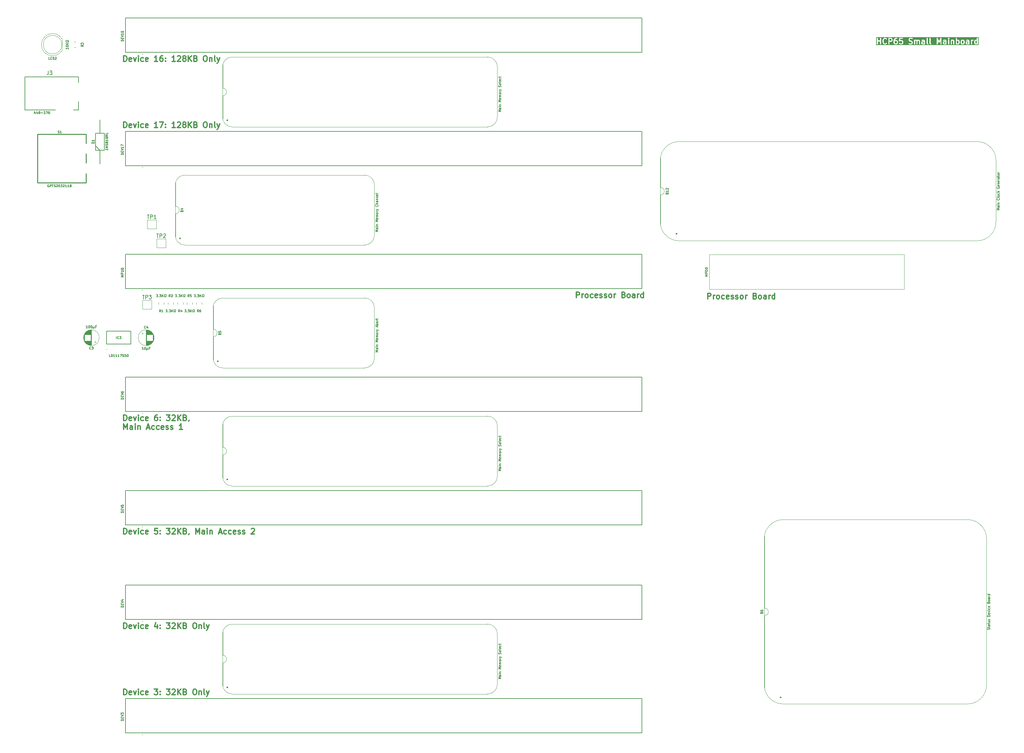
<source format=gbr>
%TF.GenerationSoftware,KiCad,Pcbnew,8.0.4*%
%TF.CreationDate,2024-08-13T10:11:20+02:00*%
%TF.ProjectId,Mainboard Small,4d61696e-626f-4617-9264-20536d616c6c,rev?*%
%TF.SameCoordinates,Original*%
%TF.FileFunction,Legend,Top*%
%TF.FilePolarity,Positive*%
%FSLAX46Y46*%
G04 Gerber Fmt 4.6, Leading zero omitted, Abs format (unit mm)*
G04 Created by KiCad (PCBNEW 8.0.4) date 2024-08-13 10:11:20*
%MOMM*%
%LPD*%
G01*
G04 APERTURE LIST*
%ADD10C,0.300000*%
%ADD11C,0.150000*%
%ADD12C,0.200000*%
%ADD13C,0.120000*%
%ADD14C,0.100000*%
%ADD15C,0.239605*%
%ADD16C,0.254000*%
G04 APERTURE END LIST*
D10*
X40704510Y-197539828D02*
X40704510Y-196039828D01*
X40704510Y-196039828D02*
X41061653Y-196039828D01*
X41061653Y-196039828D02*
X41275939Y-196111257D01*
X41275939Y-196111257D02*
X41418796Y-196254114D01*
X41418796Y-196254114D02*
X41490225Y-196396971D01*
X41490225Y-196396971D02*
X41561653Y-196682685D01*
X41561653Y-196682685D02*
X41561653Y-196896971D01*
X41561653Y-196896971D02*
X41490225Y-197182685D01*
X41490225Y-197182685D02*
X41418796Y-197325542D01*
X41418796Y-197325542D02*
X41275939Y-197468400D01*
X41275939Y-197468400D02*
X41061653Y-197539828D01*
X41061653Y-197539828D02*
X40704510Y-197539828D01*
X42775939Y-197468400D02*
X42633082Y-197539828D01*
X42633082Y-197539828D02*
X42347368Y-197539828D01*
X42347368Y-197539828D02*
X42204510Y-197468400D01*
X42204510Y-197468400D02*
X42133082Y-197325542D01*
X42133082Y-197325542D02*
X42133082Y-196754114D01*
X42133082Y-196754114D02*
X42204510Y-196611257D01*
X42204510Y-196611257D02*
X42347368Y-196539828D01*
X42347368Y-196539828D02*
X42633082Y-196539828D01*
X42633082Y-196539828D02*
X42775939Y-196611257D01*
X42775939Y-196611257D02*
X42847368Y-196754114D01*
X42847368Y-196754114D02*
X42847368Y-196896971D01*
X42847368Y-196896971D02*
X42133082Y-197039828D01*
X43347367Y-196539828D02*
X43704510Y-197539828D01*
X43704510Y-197539828D02*
X44061653Y-196539828D01*
X44633081Y-197539828D02*
X44633081Y-196539828D01*
X44633081Y-196039828D02*
X44561653Y-196111257D01*
X44561653Y-196111257D02*
X44633081Y-196182685D01*
X44633081Y-196182685D02*
X44704510Y-196111257D01*
X44704510Y-196111257D02*
X44633081Y-196039828D01*
X44633081Y-196039828D02*
X44633081Y-196182685D01*
X45990225Y-197468400D02*
X45847367Y-197539828D01*
X45847367Y-197539828D02*
X45561653Y-197539828D01*
X45561653Y-197539828D02*
X45418796Y-197468400D01*
X45418796Y-197468400D02*
X45347367Y-197396971D01*
X45347367Y-197396971D02*
X45275939Y-197254114D01*
X45275939Y-197254114D02*
X45275939Y-196825542D01*
X45275939Y-196825542D02*
X45347367Y-196682685D01*
X45347367Y-196682685D02*
X45418796Y-196611257D01*
X45418796Y-196611257D02*
X45561653Y-196539828D01*
X45561653Y-196539828D02*
X45847367Y-196539828D01*
X45847367Y-196539828D02*
X45990225Y-196611257D01*
X47204510Y-197468400D02*
X47061653Y-197539828D01*
X47061653Y-197539828D02*
X46775939Y-197539828D01*
X46775939Y-197539828D02*
X46633081Y-197468400D01*
X46633081Y-197468400D02*
X46561653Y-197325542D01*
X46561653Y-197325542D02*
X46561653Y-196754114D01*
X46561653Y-196754114D02*
X46633081Y-196611257D01*
X46633081Y-196611257D02*
X46775939Y-196539828D01*
X46775939Y-196539828D02*
X47061653Y-196539828D01*
X47061653Y-196539828D02*
X47204510Y-196611257D01*
X47204510Y-196611257D02*
X47275939Y-196754114D01*
X47275939Y-196754114D02*
X47275939Y-196896971D01*
X47275939Y-196896971D02*
X46561653Y-197039828D01*
X48918795Y-196039828D02*
X49847367Y-196039828D01*
X49847367Y-196039828D02*
X49347367Y-196611257D01*
X49347367Y-196611257D02*
X49561652Y-196611257D01*
X49561652Y-196611257D02*
X49704510Y-196682685D01*
X49704510Y-196682685D02*
X49775938Y-196754114D01*
X49775938Y-196754114D02*
X49847367Y-196896971D01*
X49847367Y-196896971D02*
X49847367Y-197254114D01*
X49847367Y-197254114D02*
X49775938Y-197396971D01*
X49775938Y-197396971D02*
X49704510Y-197468400D01*
X49704510Y-197468400D02*
X49561652Y-197539828D01*
X49561652Y-197539828D02*
X49133081Y-197539828D01*
X49133081Y-197539828D02*
X48990224Y-197468400D01*
X48990224Y-197468400D02*
X48918795Y-197396971D01*
X50490223Y-197396971D02*
X50561652Y-197468400D01*
X50561652Y-197468400D02*
X50490223Y-197539828D01*
X50490223Y-197539828D02*
X50418795Y-197468400D01*
X50418795Y-197468400D02*
X50490223Y-197396971D01*
X50490223Y-197396971D02*
X50490223Y-197539828D01*
X50490223Y-196611257D02*
X50561652Y-196682685D01*
X50561652Y-196682685D02*
X50490223Y-196754114D01*
X50490223Y-196754114D02*
X50418795Y-196682685D01*
X50418795Y-196682685D02*
X50490223Y-196611257D01*
X50490223Y-196611257D02*
X50490223Y-196754114D01*
X52204509Y-196039828D02*
X53133081Y-196039828D01*
X53133081Y-196039828D02*
X52633081Y-196611257D01*
X52633081Y-196611257D02*
X52847366Y-196611257D01*
X52847366Y-196611257D02*
X52990224Y-196682685D01*
X52990224Y-196682685D02*
X53061652Y-196754114D01*
X53061652Y-196754114D02*
X53133081Y-196896971D01*
X53133081Y-196896971D02*
X53133081Y-197254114D01*
X53133081Y-197254114D02*
X53061652Y-197396971D01*
X53061652Y-197396971D02*
X52990224Y-197468400D01*
X52990224Y-197468400D02*
X52847366Y-197539828D01*
X52847366Y-197539828D02*
X52418795Y-197539828D01*
X52418795Y-197539828D02*
X52275938Y-197468400D01*
X52275938Y-197468400D02*
X52204509Y-197396971D01*
X53704509Y-196182685D02*
X53775937Y-196111257D01*
X53775937Y-196111257D02*
X53918795Y-196039828D01*
X53918795Y-196039828D02*
X54275937Y-196039828D01*
X54275937Y-196039828D02*
X54418795Y-196111257D01*
X54418795Y-196111257D02*
X54490223Y-196182685D01*
X54490223Y-196182685D02*
X54561652Y-196325542D01*
X54561652Y-196325542D02*
X54561652Y-196468400D01*
X54561652Y-196468400D02*
X54490223Y-196682685D01*
X54490223Y-196682685D02*
X53633080Y-197539828D01*
X53633080Y-197539828D02*
X54561652Y-197539828D01*
X55204508Y-197539828D02*
X55204508Y-196039828D01*
X56061651Y-197539828D02*
X55418794Y-196682685D01*
X56061651Y-196039828D02*
X55204508Y-196896971D01*
X57204508Y-196754114D02*
X57418794Y-196825542D01*
X57418794Y-196825542D02*
X57490223Y-196896971D01*
X57490223Y-196896971D02*
X57561651Y-197039828D01*
X57561651Y-197039828D02*
X57561651Y-197254114D01*
X57561651Y-197254114D02*
X57490223Y-197396971D01*
X57490223Y-197396971D02*
X57418794Y-197468400D01*
X57418794Y-197468400D02*
X57275937Y-197539828D01*
X57275937Y-197539828D02*
X56704508Y-197539828D01*
X56704508Y-197539828D02*
X56704508Y-196039828D01*
X56704508Y-196039828D02*
X57204508Y-196039828D01*
X57204508Y-196039828D02*
X57347366Y-196111257D01*
X57347366Y-196111257D02*
X57418794Y-196182685D01*
X57418794Y-196182685D02*
X57490223Y-196325542D01*
X57490223Y-196325542D02*
X57490223Y-196468400D01*
X57490223Y-196468400D02*
X57418794Y-196611257D01*
X57418794Y-196611257D02*
X57347366Y-196682685D01*
X57347366Y-196682685D02*
X57204508Y-196754114D01*
X57204508Y-196754114D02*
X56704508Y-196754114D01*
X59633080Y-196039828D02*
X59918794Y-196039828D01*
X59918794Y-196039828D02*
X60061651Y-196111257D01*
X60061651Y-196111257D02*
X60204508Y-196254114D01*
X60204508Y-196254114D02*
X60275937Y-196539828D01*
X60275937Y-196539828D02*
X60275937Y-197039828D01*
X60275937Y-197039828D02*
X60204508Y-197325542D01*
X60204508Y-197325542D02*
X60061651Y-197468400D01*
X60061651Y-197468400D02*
X59918794Y-197539828D01*
X59918794Y-197539828D02*
X59633080Y-197539828D01*
X59633080Y-197539828D02*
X59490223Y-197468400D01*
X59490223Y-197468400D02*
X59347365Y-197325542D01*
X59347365Y-197325542D02*
X59275937Y-197039828D01*
X59275937Y-197039828D02*
X59275937Y-196539828D01*
X59275937Y-196539828D02*
X59347365Y-196254114D01*
X59347365Y-196254114D02*
X59490223Y-196111257D01*
X59490223Y-196111257D02*
X59633080Y-196039828D01*
X60918794Y-196539828D02*
X60918794Y-197539828D01*
X60918794Y-196682685D02*
X60990223Y-196611257D01*
X60990223Y-196611257D02*
X61133080Y-196539828D01*
X61133080Y-196539828D02*
X61347366Y-196539828D01*
X61347366Y-196539828D02*
X61490223Y-196611257D01*
X61490223Y-196611257D02*
X61561652Y-196754114D01*
X61561652Y-196754114D02*
X61561652Y-197539828D01*
X62490223Y-197539828D02*
X62347366Y-197468400D01*
X62347366Y-197468400D02*
X62275937Y-197325542D01*
X62275937Y-197325542D02*
X62275937Y-196039828D01*
X62918794Y-196539828D02*
X63275937Y-197539828D01*
X63633080Y-196539828D02*
X63275937Y-197539828D01*
X63275937Y-197539828D02*
X63133080Y-197896971D01*
X63133080Y-197896971D02*
X63061651Y-197968400D01*
X63061651Y-197968400D02*
X62918794Y-198039828D01*
G36*
X248236861Y-21926963D02*
G01*
X248273864Y-21963967D01*
X248318572Y-22053381D01*
X248318572Y-22339703D01*
X248273864Y-22429117D01*
X248236861Y-22466121D01*
X248147448Y-22510828D01*
X247932553Y-22510828D01*
X247843139Y-22466121D01*
X247806134Y-22429116D01*
X247761429Y-22339704D01*
X247761429Y-22053380D01*
X247806134Y-21963968D01*
X247843139Y-21926963D01*
X247932553Y-21882257D01*
X248147448Y-21882257D01*
X248236861Y-21926963D01*
G37*
G36*
X255604285Y-22496694D02*
G01*
X255576018Y-22510828D01*
X255289694Y-22510828D01*
X255223231Y-22477597D01*
X255189999Y-22411133D01*
X255189999Y-22339094D01*
X255223230Y-22272631D01*
X255289694Y-22239400D01*
X255604285Y-22239400D01*
X255604285Y-22496694D01*
G37*
G36*
X261389999Y-22496694D02*
G01*
X261361732Y-22510828D01*
X261075408Y-22510828D01*
X261008945Y-22477597D01*
X260975713Y-22411133D01*
X260975713Y-22339094D01*
X261008944Y-22272631D01*
X261075408Y-22239400D01*
X261389999Y-22239400D01*
X261389999Y-22496694D01*
G37*
G36*
X264808289Y-21855535D02*
G01*
X264845293Y-21892539D01*
X264889999Y-21981951D01*
X264889999Y-22339704D01*
X264845292Y-22429117D01*
X264808287Y-22466122D01*
X264718875Y-22510828D01*
X264503980Y-22510828D01*
X264475713Y-22496694D01*
X264475713Y-21824962D01*
X264503981Y-21810828D01*
X264718875Y-21810828D01*
X264808289Y-21855535D01*
G37*
G36*
X266165432Y-21855535D02*
G01*
X266202436Y-21892539D01*
X266247142Y-21981951D01*
X266247142Y-22339704D01*
X266202435Y-22429117D01*
X266165430Y-22466122D01*
X266076018Y-22510828D01*
X265932552Y-22510828D01*
X265843138Y-22466121D01*
X265806133Y-22429116D01*
X265761428Y-22339704D01*
X265761428Y-21981951D01*
X265806133Y-21892540D01*
X265843138Y-21855535D01*
X265932552Y-21810828D01*
X266076018Y-21810828D01*
X266165432Y-21855535D01*
G37*
G36*
X267532857Y-22496694D02*
G01*
X267504590Y-22510828D01*
X267218266Y-22510828D01*
X267151803Y-22477597D01*
X267118571Y-22411133D01*
X267118571Y-22339094D01*
X267151802Y-22272631D01*
X267218266Y-22239400D01*
X267532857Y-22239400D01*
X267532857Y-22496694D01*
G37*
G36*
X269818571Y-21824962D02*
G01*
X269818571Y-22496694D01*
X269790304Y-22510828D01*
X269575409Y-22510828D01*
X269485995Y-22466121D01*
X269448990Y-22429116D01*
X269404285Y-22339704D01*
X269404285Y-21981951D01*
X269448990Y-21892540D01*
X269485995Y-21855535D01*
X269575409Y-21810828D01*
X269790303Y-21810828D01*
X269818571Y-21824962D01*
G37*
G36*
X246808290Y-21355535D02*
G01*
X246845294Y-21392539D01*
X246890000Y-21481951D01*
X246890000Y-21625418D01*
X246845293Y-21714831D01*
X246808288Y-21751836D01*
X246718876Y-21796542D01*
X246332857Y-21796542D01*
X246332857Y-21310828D01*
X246718876Y-21310828D01*
X246808290Y-21355535D01*
G37*
G36*
X270285238Y-22977495D02*
G01*
X242794761Y-22977495D01*
X242794761Y-21160828D01*
X242961428Y-21160828D01*
X242961428Y-22660828D01*
X242964310Y-22690092D01*
X242986708Y-22744164D01*
X243028092Y-22785548D01*
X243082164Y-22807946D01*
X243140692Y-22807946D01*
X243194764Y-22785548D01*
X243236148Y-22744164D01*
X243258546Y-22690092D01*
X243261428Y-22660828D01*
X243261428Y-22025114D01*
X243818571Y-22025114D01*
X243818571Y-22660828D01*
X243821453Y-22690092D01*
X243843851Y-22744164D01*
X243885235Y-22785548D01*
X243939307Y-22807946D01*
X243997835Y-22807946D01*
X244051907Y-22785548D01*
X244093291Y-22744164D01*
X244115689Y-22690092D01*
X244118571Y-22660828D01*
X244118571Y-21803685D01*
X244461429Y-21803685D01*
X244461429Y-22017971D01*
X244461931Y-22023074D01*
X244461606Y-22025262D01*
X244463225Y-22036212D01*
X244464311Y-22047235D01*
X244465158Y-22049279D01*
X244465908Y-22054351D01*
X244537336Y-22340065D01*
X244538107Y-22342223D01*
X244538184Y-22343304D01*
X244542842Y-22355478D01*
X244547229Y-22367756D01*
X244547873Y-22368626D01*
X244548693Y-22370767D01*
X244620122Y-22513624D01*
X244628049Y-22526217D01*
X244629565Y-22529877D01*
X244632946Y-22533996D01*
X244635787Y-22538510D01*
X244638780Y-22541106D01*
X244648220Y-22552608D01*
X244791077Y-22695466D01*
X244813807Y-22714121D01*
X244818786Y-22716183D01*
X244822858Y-22719715D01*
X244849709Y-22731703D01*
X245063995Y-22803131D01*
X245078507Y-22806430D01*
X245082165Y-22807946D01*
X245087467Y-22808468D01*
X245092669Y-22809651D01*
X245096623Y-22809369D01*
X245111429Y-22810828D01*
X245254286Y-22810828D01*
X245269091Y-22809369D01*
X245273046Y-22809651D01*
X245278247Y-22808468D01*
X245283550Y-22807946D01*
X245287207Y-22806430D01*
X245301720Y-22803131D01*
X245516006Y-22731703D01*
X245542857Y-22719715D01*
X245546930Y-22716181D01*
X245551908Y-22714120D01*
X245574639Y-22695465D01*
X245646067Y-22624036D01*
X245664721Y-22601306D01*
X245687118Y-22547233D01*
X245687117Y-22488707D01*
X245664720Y-22434635D01*
X245623334Y-22393250D01*
X245569262Y-22370853D01*
X245510736Y-22370854D01*
X245456664Y-22393251D01*
X245433933Y-22411906D01*
X245387545Y-22458294D01*
X245229943Y-22510828D01*
X245135772Y-22510828D01*
X244978169Y-22458294D01*
X244877564Y-22357688D01*
X244824383Y-22251328D01*
X244761429Y-21999507D01*
X244761429Y-21822148D01*
X244824383Y-21570327D01*
X244877564Y-21463967D01*
X244978170Y-21363361D01*
X245135772Y-21310828D01*
X245229946Y-21310828D01*
X245387544Y-21363361D01*
X245433934Y-21409751D01*
X245456664Y-21428406D01*
X245510737Y-21450802D01*
X245569263Y-21450802D01*
X245623335Y-21428406D01*
X245664721Y-21387020D01*
X245687117Y-21332948D01*
X245687117Y-21274422D01*
X245664721Y-21220349D01*
X245646066Y-21197619D01*
X245609275Y-21160828D01*
X246032857Y-21160828D01*
X246032857Y-22660828D01*
X246035739Y-22690092D01*
X246058137Y-22744164D01*
X246099521Y-22785548D01*
X246153593Y-22807946D01*
X246212121Y-22807946D01*
X246266193Y-22785548D01*
X246307577Y-22744164D01*
X246329975Y-22690092D01*
X246332857Y-22660828D01*
X246332857Y-22096542D01*
X246754286Y-22096542D01*
X246783550Y-22093660D01*
X246788528Y-22091597D01*
X246793904Y-22091216D01*
X246821368Y-22080706D01*
X246964225Y-22009278D01*
X246976818Y-22001350D01*
X246980478Y-21999835D01*
X246984597Y-21996453D01*
X246989111Y-21993613D01*
X246991707Y-21990619D01*
X247003209Y-21981180D01*
X247074638Y-21909751D01*
X247084079Y-21898246D01*
X247087071Y-21895652D01*
X247089909Y-21891142D01*
X247093293Y-21887020D01*
X247094809Y-21883358D01*
X247102736Y-21870767D01*
X247136277Y-21803685D01*
X247461429Y-21803685D01*
X247461429Y-22375114D01*
X247464311Y-22404378D01*
X247466373Y-22409356D01*
X247466755Y-22414732D01*
X247477265Y-22442196D01*
X247548693Y-22585053D01*
X247556620Y-22597646D01*
X247558136Y-22601306D01*
X247561517Y-22605425D01*
X247564358Y-22609939D01*
X247567351Y-22612535D01*
X247576791Y-22624037D01*
X247648220Y-22695466D01*
X247659724Y-22704907D01*
X247662319Y-22707899D01*
X247666828Y-22710737D01*
X247670951Y-22714121D01*
X247674612Y-22715637D01*
X247687204Y-22723564D01*
X247830062Y-22794992D01*
X247857525Y-22805502D01*
X247862900Y-22805883D01*
X247867879Y-22807946D01*
X247897143Y-22810828D01*
X248182857Y-22810828D01*
X248212121Y-22807946D01*
X248217099Y-22805883D01*
X248222475Y-22805502D01*
X248249938Y-22794992D01*
X248392797Y-22723564D01*
X248405391Y-22715635D01*
X248409051Y-22714120D01*
X248413171Y-22710738D01*
X248417682Y-22707899D01*
X248420276Y-22704907D01*
X248431782Y-22695465D01*
X248503210Y-22624036D01*
X248512648Y-22612535D01*
X248515642Y-22609939D01*
X248518482Y-22605426D01*
X248521864Y-22601306D01*
X248523379Y-22597646D01*
X248531307Y-22585053D01*
X248602736Y-22442197D01*
X248613245Y-22414733D01*
X248613626Y-22409358D01*
X248615690Y-22404378D01*
X248618572Y-22375114D01*
X248618572Y-22017971D01*
X248615690Y-21988707D01*
X248613626Y-21983726D01*
X248613245Y-21978352D01*
X248602736Y-21950888D01*
X248572089Y-21889594D01*
X248890700Y-21889594D01*
X248892882Y-21896825D01*
X248892882Y-21904378D01*
X248901273Y-21924637D01*
X248907607Y-21945626D01*
X248912388Y-21951470D01*
X248915280Y-21958450D01*
X248930784Y-21973953D01*
X248944668Y-21990923D01*
X248951324Y-21994494D01*
X248956666Y-21999835D01*
X248976920Y-22008224D01*
X248996243Y-22018590D01*
X249003760Y-22019341D01*
X249010738Y-22022232D01*
X249032661Y-22022232D01*
X249054480Y-22024414D01*
X249061711Y-22022232D01*
X249069264Y-22022232D01*
X249089523Y-22013840D01*
X249110512Y-22007507D01*
X249116356Y-22002725D01*
X249123336Y-21999834D01*
X249146067Y-21981179D01*
X249200283Y-21926962D01*
X249289695Y-21882257D01*
X249576019Y-21882257D01*
X249665432Y-21926963D01*
X249702435Y-21963967D01*
X249747143Y-22053381D01*
X249747143Y-22339703D01*
X249702435Y-22429117D01*
X249665432Y-22466121D01*
X249576019Y-22510828D01*
X249289695Y-22510828D01*
X249200283Y-22466122D01*
X249146067Y-22411906D01*
X249123336Y-22393251D01*
X249069264Y-22370853D01*
X249010738Y-22370853D01*
X248956666Y-22393250D01*
X248915280Y-22434635D01*
X248892882Y-22488707D01*
X248892882Y-22547233D01*
X248915279Y-22601305D01*
X248933933Y-22624036D01*
X249005361Y-22695465D01*
X249016863Y-22704904D01*
X249019461Y-22707900D01*
X249023975Y-22710741D01*
X249028092Y-22714120D01*
X249031750Y-22715635D01*
X249044347Y-22723564D01*
X249187205Y-22794993D01*
X249214668Y-22805502D01*
X249220043Y-22805883D01*
X249225022Y-22807946D01*
X249254286Y-22810828D01*
X249611428Y-22810828D01*
X249640692Y-22807946D01*
X249645670Y-22805883D01*
X249651046Y-22805502D01*
X249678509Y-22794992D01*
X249821368Y-22723564D01*
X249833962Y-22715635D01*
X249837622Y-22714120D01*
X249841742Y-22710738D01*
X249846253Y-22707899D01*
X249848847Y-22704907D01*
X249860353Y-22695465D01*
X249931781Y-22624036D01*
X249941219Y-22612535D01*
X249944213Y-22609939D01*
X249947053Y-22605426D01*
X249950435Y-22601306D01*
X249951950Y-22597646D01*
X249959878Y-22585053D01*
X250031307Y-22442197D01*
X250041816Y-22414733D01*
X250042197Y-22409358D01*
X250044261Y-22404378D01*
X250047143Y-22375114D01*
X250047143Y-22017971D01*
X250044261Y-21988707D01*
X250042197Y-21983726D01*
X250041816Y-21978352D01*
X250031307Y-21950888D01*
X249959878Y-21808032D01*
X249951950Y-21795438D01*
X249950435Y-21791779D01*
X249947053Y-21787658D01*
X249944213Y-21783146D01*
X249941219Y-21780549D01*
X249931781Y-21769049D01*
X249860353Y-21697620D01*
X249848847Y-21688177D01*
X249846253Y-21685186D01*
X249841742Y-21682346D01*
X249837622Y-21678965D01*
X249833962Y-21677449D01*
X249821368Y-21669521D01*
X249678509Y-21598093D01*
X249651046Y-21587583D01*
X249645670Y-21587201D01*
X249640692Y-21585139D01*
X249611428Y-21582257D01*
X249254286Y-21582257D01*
X249225022Y-21585139D01*
X249220043Y-21587201D01*
X249219535Y-21587237D01*
X249233605Y-21446542D01*
X251461428Y-21446542D01*
X251461428Y-21589400D01*
X251464310Y-21618664D01*
X251466372Y-21623642D01*
X251466754Y-21629018D01*
X251477264Y-21656482D01*
X251548692Y-21799339D01*
X251556620Y-21811934D01*
X251558136Y-21815593D01*
X251561515Y-21819710D01*
X251564357Y-21824225D01*
X251567351Y-21826821D01*
X251576791Y-21838324D01*
X251648220Y-21909752D01*
X251659720Y-21919190D01*
X251662317Y-21922184D01*
X251666829Y-21925024D01*
X251670950Y-21928406D01*
X251674609Y-21929921D01*
X251687203Y-21937849D01*
X251830059Y-22009278D01*
X251832201Y-22010097D01*
X251833071Y-22010742D01*
X251845342Y-22015126D01*
X251857523Y-22019787D01*
X251858603Y-22019863D01*
X251860762Y-22020635D01*
X252130500Y-22088069D01*
X252236859Y-22141248D01*
X252273863Y-22178253D01*
X252318571Y-22267667D01*
X252318571Y-22339703D01*
X252273863Y-22429117D01*
X252236860Y-22466121D01*
X252147447Y-22510828D01*
X251850057Y-22510828D01*
X251658862Y-22447097D01*
X251630188Y-22440577D01*
X251571808Y-22444727D01*
X251519461Y-22470901D01*
X251481113Y-22515115D01*
X251462605Y-22570640D01*
X251466755Y-22629020D01*
X251492929Y-22681367D01*
X251537143Y-22719715D01*
X251563994Y-22731703D01*
X251778280Y-22803131D01*
X251792792Y-22806430D01*
X251796450Y-22807946D01*
X251801752Y-22808468D01*
X251806954Y-22809651D01*
X251810908Y-22809369D01*
X251825714Y-22810828D01*
X252182856Y-22810828D01*
X252212120Y-22807946D01*
X252217098Y-22805883D01*
X252222474Y-22805502D01*
X252249937Y-22794992D01*
X252392796Y-22723564D01*
X252405390Y-22715635D01*
X252409050Y-22714120D01*
X252413170Y-22710738D01*
X252417681Y-22707899D01*
X252420275Y-22704907D01*
X252431781Y-22695465D01*
X252503209Y-22624036D01*
X252512647Y-22612535D01*
X252515641Y-22609939D01*
X252518481Y-22605426D01*
X252521863Y-22601306D01*
X252523378Y-22597646D01*
X252531306Y-22585053D01*
X252602735Y-22442197D01*
X252613244Y-22414733D01*
X252613625Y-22409358D01*
X252615689Y-22404378D01*
X252618571Y-22375114D01*
X252618571Y-22232257D01*
X252615689Y-22202993D01*
X252613625Y-22198012D01*
X252613244Y-22192638D01*
X252602735Y-22165174D01*
X252531306Y-22022318D01*
X252523378Y-22009724D01*
X252521863Y-22006065D01*
X252518481Y-22001944D01*
X252515641Y-21997432D01*
X252512647Y-21994835D01*
X252503209Y-21983335D01*
X252431781Y-21911906D01*
X252420278Y-21902466D01*
X252417682Y-21899472D01*
X252413167Y-21896630D01*
X252409050Y-21893251D01*
X252405391Y-21891735D01*
X252392796Y-21883807D01*
X252249938Y-21812378D01*
X252247797Y-21811558D01*
X252246927Y-21810914D01*
X252234671Y-21806535D01*
X252222475Y-21801868D01*
X252221391Y-21801791D01*
X252219236Y-21801021D01*
X251949498Y-21733586D01*
X251843138Y-21680406D01*
X251823560Y-21660828D01*
X252961427Y-21660828D01*
X252961427Y-22660828D01*
X252964309Y-22690092D01*
X252986707Y-22744164D01*
X253028091Y-22785548D01*
X253082163Y-22807946D01*
X253140691Y-22807946D01*
X253194763Y-22785548D01*
X253236147Y-22744164D01*
X253258545Y-22690092D01*
X253261427Y-22660828D01*
X253261427Y-21865817D01*
X253271709Y-21855535D01*
X253361123Y-21810828D01*
X253504589Y-21810828D01*
X253571053Y-21844060D01*
X253604285Y-21910524D01*
X253604285Y-22660828D01*
X253607167Y-22690092D01*
X253629565Y-22744164D01*
X253670949Y-22785548D01*
X253725021Y-22807946D01*
X253783549Y-22807946D01*
X253837621Y-22785548D01*
X253879005Y-22744164D01*
X253901403Y-22690092D01*
X253904285Y-22660828D01*
X253904285Y-21910523D01*
X253937516Y-21844060D01*
X254003980Y-21810828D01*
X254147446Y-21810828D01*
X254213910Y-21844060D01*
X254247142Y-21910524D01*
X254247142Y-22660828D01*
X254250024Y-22690092D01*
X254272422Y-22744164D01*
X254313806Y-22785548D01*
X254367878Y-22807946D01*
X254426406Y-22807946D01*
X254480478Y-22785548D01*
X254521862Y-22744164D01*
X254544260Y-22690092D01*
X254547142Y-22660828D01*
X254547142Y-22303685D01*
X254889999Y-22303685D01*
X254889999Y-22446542D01*
X254892881Y-22475806D01*
X254894943Y-22480784D01*
X254895325Y-22486160D01*
X254905835Y-22513623D01*
X254977263Y-22656482D01*
X254980342Y-22661374D01*
X254981113Y-22663685D01*
X254983608Y-22666562D01*
X254992928Y-22681367D01*
X255007134Y-22693688D01*
X255019460Y-22707900D01*
X255034264Y-22717218D01*
X255037142Y-22719714D01*
X255039453Y-22720484D01*
X255044346Y-22723564D01*
X255187204Y-22794993D01*
X255214667Y-22805502D01*
X255220042Y-22805883D01*
X255225021Y-22807946D01*
X255254285Y-22810828D01*
X255611427Y-22810828D01*
X255640691Y-22807946D01*
X255645669Y-22805883D01*
X255651045Y-22805502D01*
X255678508Y-22794992D01*
X255685413Y-22791539D01*
X255725021Y-22807946D01*
X255783549Y-22807946D01*
X255837621Y-22785548D01*
X255879005Y-22744164D01*
X255901403Y-22690092D01*
X255904285Y-22660828D01*
X255904285Y-21875114D01*
X255901403Y-21845850D01*
X255899339Y-21840869D01*
X255898958Y-21835495D01*
X255888449Y-21808031D01*
X255817020Y-21665175D01*
X255813939Y-21660280D01*
X255813170Y-21657973D01*
X255810677Y-21655098D01*
X255801355Y-21640289D01*
X255787145Y-21627965D01*
X255774824Y-21613758D01*
X255760018Y-21604438D01*
X255757140Y-21601942D01*
X255754828Y-21601171D01*
X255749938Y-21598093D01*
X255607081Y-21526664D01*
X255579618Y-21516155D01*
X255574243Y-21515773D01*
X255569263Y-21513710D01*
X255539999Y-21510828D01*
X255254285Y-21510828D01*
X255225021Y-21513710D01*
X255220043Y-21515771D01*
X255214666Y-21516154D01*
X255187203Y-21526664D01*
X255044345Y-21598093D01*
X255019459Y-21613758D01*
X254981113Y-21657973D01*
X254962605Y-21713495D01*
X254966753Y-21771876D01*
X254992928Y-21824225D01*
X255037143Y-21862571D01*
X255092665Y-21881079D01*
X255151046Y-21876931D01*
X255178509Y-21866421D01*
X255289695Y-21810828D01*
X255504589Y-21810828D01*
X255571053Y-21844060D01*
X255604285Y-21910524D01*
X255604285Y-21925266D01*
X255576017Y-21939400D01*
X255254285Y-21939400D01*
X255225021Y-21942282D01*
X255220042Y-21944344D01*
X255214667Y-21944726D01*
X255187204Y-21955235D01*
X255044346Y-22026664D01*
X255039452Y-22029744D01*
X255037143Y-22030514D01*
X255034267Y-22033007D01*
X255019460Y-22042328D01*
X255007135Y-22056538D01*
X254992928Y-22068860D01*
X254983607Y-22083666D01*
X254981113Y-22086543D01*
X254980342Y-22088853D01*
X254977263Y-22093746D01*
X254905835Y-22236603D01*
X254895325Y-22264067D01*
X254894943Y-22269442D01*
X254892881Y-22274421D01*
X254889999Y-22303685D01*
X254547142Y-22303685D01*
X254547142Y-21875114D01*
X254544260Y-21845850D01*
X254542196Y-21840869D01*
X254541815Y-21835495D01*
X254531306Y-21808031D01*
X254459877Y-21665175D01*
X254456796Y-21660280D01*
X254456027Y-21657973D01*
X254453534Y-21655098D01*
X254444212Y-21640289D01*
X254430002Y-21627965D01*
X254417681Y-21613758D01*
X254402875Y-21604438D01*
X254399997Y-21601942D01*
X254397685Y-21601171D01*
X254392795Y-21598093D01*
X254249938Y-21526664D01*
X254222475Y-21516155D01*
X254217100Y-21515773D01*
X254212120Y-21513710D01*
X254182856Y-21510828D01*
X253968570Y-21510828D01*
X253939306Y-21513710D01*
X253934325Y-21515773D01*
X253928951Y-21516155D01*
X253901487Y-21526664D01*
X253758631Y-21598093D01*
X253754284Y-21600828D01*
X253749938Y-21598093D01*
X253607081Y-21526664D01*
X253579618Y-21516155D01*
X253574243Y-21515773D01*
X253569263Y-21513710D01*
X253539999Y-21510828D01*
X253325713Y-21510828D01*
X253296449Y-21513710D01*
X253291468Y-21515773D01*
X253286094Y-21516155D01*
X253258630Y-21526664D01*
X253209756Y-21551101D01*
X253194763Y-21536108D01*
X253140691Y-21513710D01*
X253082163Y-21513710D01*
X253028091Y-21536108D01*
X252986707Y-21577492D01*
X252964309Y-21631564D01*
X252961427Y-21660828D01*
X251823560Y-21660828D01*
X251806133Y-21643401D01*
X251761428Y-21553990D01*
X251761428Y-21481951D01*
X251806133Y-21392540D01*
X251843138Y-21355535D01*
X251932552Y-21310828D01*
X252229945Y-21310828D01*
X252421136Y-21374559D01*
X252449810Y-21381079D01*
X252508190Y-21376930D01*
X252560537Y-21350756D01*
X252598885Y-21306542D01*
X252617393Y-21251018D01*
X252613244Y-21192638D01*
X252597339Y-21160828D01*
X256318570Y-21160828D01*
X256318570Y-22446542D01*
X256321452Y-22475806D01*
X256323513Y-22480783D01*
X256323896Y-22486161D01*
X256334406Y-22513624D01*
X256405835Y-22656482D01*
X256408915Y-22661376D01*
X256409685Y-22663684D01*
X256412177Y-22666557D01*
X256421500Y-22681368D01*
X256435711Y-22693692D01*
X256448032Y-22707899D01*
X256462839Y-22717220D01*
X256465715Y-22719714D01*
X256468023Y-22720483D01*
X256472917Y-22723564D01*
X256615775Y-22794992D01*
X256643238Y-22805502D01*
X256701618Y-22809650D01*
X256757141Y-22791142D01*
X256801356Y-22752795D01*
X256827530Y-22700446D01*
X256831678Y-22642066D01*
X256813170Y-22586544D01*
X256774824Y-22542329D01*
X256749938Y-22526664D01*
X256651802Y-22477596D01*
X256618570Y-22411132D01*
X256618570Y-21160828D01*
X257104284Y-21160828D01*
X257104284Y-22446542D01*
X257107166Y-22475806D01*
X257109227Y-22480783D01*
X257109610Y-22486161D01*
X257120120Y-22513624D01*
X257191549Y-22656482D01*
X257194629Y-22661376D01*
X257195399Y-22663684D01*
X257197891Y-22666557D01*
X257207214Y-22681368D01*
X257221425Y-22693692D01*
X257233746Y-22707899D01*
X257248553Y-22717220D01*
X257251429Y-22719714D01*
X257253737Y-22720483D01*
X257258631Y-22723564D01*
X257401489Y-22794992D01*
X257428952Y-22805502D01*
X257487332Y-22809650D01*
X257542855Y-22791142D01*
X257587070Y-22752795D01*
X257613244Y-22700446D01*
X257617392Y-22642066D01*
X257598884Y-22586544D01*
X257560538Y-22542329D01*
X257535652Y-22526664D01*
X257437516Y-22477596D01*
X257404284Y-22411132D01*
X257404284Y-21160828D01*
X259032855Y-21160828D01*
X259032855Y-22660828D01*
X259035737Y-22690092D01*
X259058135Y-22744164D01*
X259099519Y-22785548D01*
X259153591Y-22807946D01*
X259212119Y-22807946D01*
X259266191Y-22785548D01*
X259307575Y-22744164D01*
X259329973Y-22690092D01*
X259332855Y-22660828D01*
X259332855Y-21836961D01*
X259546928Y-22295690D01*
X259553274Y-22306403D01*
X259554595Y-22310035D01*
X259556946Y-22312603D01*
X259561915Y-22320990D01*
X259578720Y-22336380D01*
X259594122Y-22353198D01*
X259600165Y-22356018D01*
X259605078Y-22360517D01*
X259626498Y-22368306D01*
X259647160Y-22377948D01*
X259653817Y-22378240D01*
X259660080Y-22380518D01*
X259682859Y-22379517D01*
X259705630Y-22380518D01*
X259711889Y-22378241D01*
X259718551Y-22377949D01*
X259739218Y-22368304D01*
X259760633Y-22360517D01*
X259765546Y-22356017D01*
X259771588Y-22353198D01*
X259786983Y-22336385D01*
X259803796Y-22320990D01*
X259808764Y-22312601D01*
X259811115Y-22310035D01*
X259812434Y-22306405D01*
X259818782Y-22295690D01*
X260032855Y-21836962D01*
X260032855Y-22660828D01*
X260035737Y-22690092D01*
X260058135Y-22744164D01*
X260099519Y-22785548D01*
X260153591Y-22807946D01*
X260212119Y-22807946D01*
X260266191Y-22785548D01*
X260307575Y-22744164D01*
X260329973Y-22690092D01*
X260332855Y-22660828D01*
X260332855Y-22303685D01*
X260675713Y-22303685D01*
X260675713Y-22446542D01*
X260678595Y-22475806D01*
X260680657Y-22480784D01*
X260681039Y-22486160D01*
X260691549Y-22513623D01*
X260762977Y-22656482D01*
X260766056Y-22661374D01*
X260766827Y-22663685D01*
X260769322Y-22666562D01*
X260778642Y-22681367D01*
X260792848Y-22693688D01*
X260805174Y-22707900D01*
X260819978Y-22717218D01*
X260822856Y-22719714D01*
X260825167Y-22720484D01*
X260830060Y-22723564D01*
X260972918Y-22794993D01*
X261000381Y-22805502D01*
X261005756Y-22805883D01*
X261010735Y-22807946D01*
X261039999Y-22810828D01*
X261397141Y-22810828D01*
X261426405Y-22807946D01*
X261431383Y-22805883D01*
X261436759Y-22805502D01*
X261464222Y-22794992D01*
X261471127Y-22791539D01*
X261510735Y-22807946D01*
X261569263Y-22807946D01*
X261623335Y-22785548D01*
X261664719Y-22744164D01*
X261687117Y-22690092D01*
X261689999Y-22660828D01*
X261689999Y-21875114D01*
X261687117Y-21845850D01*
X261685053Y-21840869D01*
X261684672Y-21835495D01*
X261674163Y-21808031D01*
X261602734Y-21665175D01*
X261599998Y-21660828D01*
X262104284Y-21660828D01*
X262104284Y-22660828D01*
X262107166Y-22690092D01*
X262129564Y-22744164D01*
X262170948Y-22785548D01*
X262225020Y-22807946D01*
X262283548Y-22807946D01*
X262337620Y-22785548D01*
X262379004Y-22744164D01*
X262401402Y-22690092D01*
X262404284Y-22660828D01*
X262404284Y-21660828D01*
X262818570Y-21660828D01*
X262818570Y-22660828D01*
X262821452Y-22690092D01*
X262843850Y-22744164D01*
X262885234Y-22785548D01*
X262939306Y-22807946D01*
X262997834Y-22807946D01*
X263051906Y-22785548D01*
X263093290Y-22744164D01*
X263115688Y-22690092D01*
X263118570Y-22660828D01*
X263118570Y-21865817D01*
X263128852Y-21855535D01*
X263218266Y-21810828D01*
X263361732Y-21810828D01*
X263428196Y-21844060D01*
X263461428Y-21910524D01*
X263461428Y-22660828D01*
X263464310Y-22690092D01*
X263486708Y-22744164D01*
X263528092Y-22785548D01*
X263582164Y-22807946D01*
X263640692Y-22807946D01*
X263694764Y-22785548D01*
X263736148Y-22744164D01*
X263758546Y-22690092D01*
X263761428Y-22660828D01*
X263761428Y-21875114D01*
X263758546Y-21845850D01*
X263756482Y-21840869D01*
X263756101Y-21835495D01*
X263745592Y-21808031D01*
X263674163Y-21665175D01*
X263671082Y-21660280D01*
X263670313Y-21657973D01*
X263667820Y-21655098D01*
X263658498Y-21640289D01*
X263644288Y-21627965D01*
X263631967Y-21613758D01*
X263617161Y-21604438D01*
X263614283Y-21601942D01*
X263611971Y-21601171D01*
X263607081Y-21598093D01*
X263464224Y-21526664D01*
X263436761Y-21516155D01*
X263431386Y-21515773D01*
X263426406Y-21513710D01*
X263397142Y-21510828D01*
X263182856Y-21510828D01*
X263153592Y-21513710D01*
X263148611Y-21515773D01*
X263143237Y-21516155D01*
X263115773Y-21526664D01*
X263066899Y-21551101D01*
X263051906Y-21536108D01*
X262997834Y-21513710D01*
X262939306Y-21513710D01*
X262885234Y-21536108D01*
X262843850Y-21577492D01*
X262821452Y-21631564D01*
X262818570Y-21660828D01*
X262404284Y-21660828D01*
X262401402Y-21631564D01*
X262379004Y-21577492D01*
X262337620Y-21536108D01*
X262283548Y-21513710D01*
X262225020Y-21513710D01*
X262170948Y-21536108D01*
X262129564Y-21577492D01*
X262107166Y-21631564D01*
X262104284Y-21660828D01*
X261599998Y-21660828D01*
X261599653Y-21660280D01*
X261598884Y-21657973D01*
X261596391Y-21655098D01*
X261587069Y-21640289D01*
X261572859Y-21627965D01*
X261560538Y-21613758D01*
X261545732Y-21604438D01*
X261542854Y-21601942D01*
X261540542Y-21601171D01*
X261535652Y-21598093D01*
X261392795Y-21526664D01*
X261365332Y-21516155D01*
X261359957Y-21515773D01*
X261354977Y-21513710D01*
X261325713Y-21510828D01*
X261039999Y-21510828D01*
X261010735Y-21513710D01*
X261005757Y-21515771D01*
X261000380Y-21516154D01*
X260972917Y-21526664D01*
X260830059Y-21598093D01*
X260805173Y-21613758D01*
X260766827Y-21657973D01*
X260748319Y-21713495D01*
X260752467Y-21771876D01*
X260778642Y-21824225D01*
X260822857Y-21862571D01*
X260878379Y-21881079D01*
X260936760Y-21876931D01*
X260964223Y-21866421D01*
X261075409Y-21810828D01*
X261290303Y-21810828D01*
X261356767Y-21844060D01*
X261389999Y-21910524D01*
X261389999Y-21925266D01*
X261361731Y-21939400D01*
X261039999Y-21939400D01*
X261010735Y-21942282D01*
X261005756Y-21944344D01*
X261000381Y-21944726D01*
X260972918Y-21955235D01*
X260830060Y-22026664D01*
X260825166Y-22029744D01*
X260822857Y-22030514D01*
X260819981Y-22033007D01*
X260805174Y-22042328D01*
X260792849Y-22056538D01*
X260778642Y-22068860D01*
X260769321Y-22083666D01*
X260766827Y-22086543D01*
X260766056Y-22088853D01*
X260762977Y-22093746D01*
X260691549Y-22236603D01*
X260681039Y-22264067D01*
X260680657Y-22269442D01*
X260678595Y-22274421D01*
X260675713Y-22303685D01*
X260332855Y-22303685D01*
X260332855Y-21202995D01*
X262035738Y-21202995D01*
X262035738Y-21261521D01*
X262041082Y-21274421D01*
X262058135Y-21315592D01*
X262076790Y-21338323D01*
X262148218Y-21409751D01*
X262170948Y-21428406D01*
X262186304Y-21434766D01*
X262225020Y-21450803D01*
X262283548Y-21450803D01*
X262322264Y-21434766D01*
X262337619Y-21428406D01*
X262337623Y-21428401D01*
X262360349Y-21409752D01*
X262431778Y-21338324D01*
X262450433Y-21315593D01*
X262450434Y-21315592D01*
X262472831Y-21261520D01*
X262472831Y-21202994D01*
X262455366Y-21160828D01*
X264175713Y-21160828D01*
X264175713Y-22660828D01*
X264178595Y-22690092D01*
X264200993Y-22744164D01*
X264242377Y-22785548D01*
X264296449Y-22807946D01*
X264354977Y-22807946D01*
X264394583Y-22791539D01*
X264401490Y-22794993D01*
X264428953Y-22805502D01*
X264434328Y-22805883D01*
X264439307Y-22807946D01*
X264468571Y-22810828D01*
X264754285Y-22810828D01*
X264783549Y-22807946D01*
X264788527Y-22805883D01*
X264793903Y-22805502D01*
X264821367Y-22794992D01*
X264964224Y-22723564D01*
X264976817Y-22715636D01*
X264980477Y-22714121D01*
X264984596Y-22710739D01*
X264989110Y-22707899D01*
X264991706Y-22704905D01*
X265003208Y-22695466D01*
X265074637Y-22624037D01*
X265084078Y-22612532D01*
X265087070Y-22609938D01*
X265089908Y-22605428D01*
X265093292Y-22601306D01*
X265094808Y-22597644D01*
X265102735Y-22585053D01*
X265174163Y-22442195D01*
X265184673Y-22414732D01*
X265185054Y-22409356D01*
X265187117Y-22404378D01*
X265189999Y-22375114D01*
X265189999Y-21946542D01*
X265461428Y-21946542D01*
X265461428Y-22375114D01*
X265464310Y-22404378D01*
X265466372Y-22409356D01*
X265466754Y-22414732D01*
X265477264Y-22442196D01*
X265548692Y-22585053D01*
X265556619Y-22597646D01*
X265558135Y-22601306D01*
X265561516Y-22605425D01*
X265564357Y-22609939D01*
X265567350Y-22612535D01*
X265576790Y-22624037D01*
X265648219Y-22695466D01*
X265659723Y-22704907D01*
X265662318Y-22707899D01*
X265666827Y-22710737D01*
X265670950Y-22714121D01*
X265674611Y-22715637D01*
X265687203Y-22723564D01*
X265830061Y-22794992D01*
X265857524Y-22805502D01*
X265862899Y-22805883D01*
X265867878Y-22807946D01*
X265897142Y-22810828D01*
X266111428Y-22810828D01*
X266140692Y-22807946D01*
X266145670Y-22805883D01*
X266151046Y-22805502D01*
X266178510Y-22794992D01*
X266321367Y-22723564D01*
X266333960Y-22715636D01*
X266337620Y-22714121D01*
X266341739Y-22710739D01*
X266346253Y-22707899D01*
X266348849Y-22704905D01*
X266360351Y-22695466D01*
X266431780Y-22624037D01*
X266441221Y-22612532D01*
X266444213Y-22609938D01*
X266447051Y-22605428D01*
X266450435Y-22601306D01*
X266451951Y-22597644D01*
X266459878Y-22585053D01*
X266531306Y-22442195D01*
X266541816Y-22414732D01*
X266542197Y-22409356D01*
X266544260Y-22404378D01*
X266547142Y-22375114D01*
X266547142Y-22303685D01*
X266818571Y-22303685D01*
X266818571Y-22446542D01*
X266821453Y-22475806D01*
X266823515Y-22480784D01*
X266823897Y-22486160D01*
X266834407Y-22513623D01*
X266905835Y-22656482D01*
X266908914Y-22661374D01*
X266909685Y-22663685D01*
X266912180Y-22666562D01*
X266921500Y-22681367D01*
X266935706Y-22693688D01*
X266948032Y-22707900D01*
X266962836Y-22717218D01*
X266965714Y-22719714D01*
X266968025Y-22720484D01*
X266972918Y-22723564D01*
X267115776Y-22794993D01*
X267143239Y-22805502D01*
X267148614Y-22805883D01*
X267153593Y-22807946D01*
X267182857Y-22810828D01*
X267539999Y-22810828D01*
X267569263Y-22807946D01*
X267574241Y-22805883D01*
X267579617Y-22805502D01*
X267607080Y-22794992D01*
X267613985Y-22791539D01*
X267653593Y-22807946D01*
X267712121Y-22807946D01*
X267766193Y-22785548D01*
X267807577Y-22744164D01*
X267829975Y-22690092D01*
X267832857Y-22660828D01*
X267832857Y-21875114D01*
X267829975Y-21845850D01*
X267827911Y-21840869D01*
X267827530Y-21835495D01*
X267817021Y-21808031D01*
X267745592Y-21665175D01*
X267742856Y-21660828D01*
X268247142Y-21660828D01*
X268247142Y-22660828D01*
X268250024Y-22690092D01*
X268272422Y-22744164D01*
X268313806Y-22785548D01*
X268367878Y-22807946D01*
X268426406Y-22807946D01*
X268480478Y-22785548D01*
X268521862Y-22744164D01*
X268544260Y-22690092D01*
X268547142Y-22660828D01*
X268547142Y-21981952D01*
X268564847Y-21946542D01*
X269104285Y-21946542D01*
X269104285Y-22375114D01*
X269107167Y-22404378D01*
X269109229Y-22409356D01*
X269109611Y-22414732D01*
X269120121Y-22442196D01*
X269191549Y-22585053D01*
X269199476Y-22597646D01*
X269200992Y-22601306D01*
X269204373Y-22605425D01*
X269207214Y-22609939D01*
X269210207Y-22612535D01*
X269219647Y-22624037D01*
X269291076Y-22695466D01*
X269302580Y-22704907D01*
X269305175Y-22707899D01*
X269309684Y-22710737D01*
X269313807Y-22714121D01*
X269317468Y-22715637D01*
X269330060Y-22723564D01*
X269472918Y-22794992D01*
X269500381Y-22805502D01*
X269505756Y-22805883D01*
X269510735Y-22807946D01*
X269539999Y-22810828D01*
X269825713Y-22810828D01*
X269854977Y-22807946D01*
X269859955Y-22805883D01*
X269865331Y-22805502D01*
X269892794Y-22794992D01*
X269899699Y-22791539D01*
X269939307Y-22807946D01*
X269997835Y-22807946D01*
X270051907Y-22785548D01*
X270093291Y-22744164D01*
X270115689Y-22690092D01*
X270118571Y-22660828D01*
X270118571Y-21160828D01*
X270115689Y-21131564D01*
X270093291Y-21077492D01*
X270051907Y-21036108D01*
X269997835Y-21013710D01*
X269939307Y-21013710D01*
X269885235Y-21036108D01*
X269843851Y-21077492D01*
X269821453Y-21131564D01*
X269818571Y-21160828D01*
X269818571Y-21510828D01*
X269539999Y-21510828D01*
X269510735Y-21513710D01*
X269505754Y-21515773D01*
X269500380Y-21516155D01*
X269472916Y-21526664D01*
X269330060Y-21598093D01*
X269317466Y-21606020D01*
X269313807Y-21607536D01*
X269309686Y-21610917D01*
X269305174Y-21613758D01*
X269302577Y-21616751D01*
X269291077Y-21626190D01*
X269219648Y-21697618D01*
X269210208Y-21709120D01*
X269207214Y-21711717D01*
X269204372Y-21716231D01*
X269200993Y-21720349D01*
X269199477Y-21724007D01*
X269191549Y-21736603D01*
X269120121Y-21879460D01*
X269109611Y-21906924D01*
X269109229Y-21912299D01*
X269107167Y-21917278D01*
X269104285Y-21946542D01*
X268564847Y-21946542D01*
X268591849Y-21892538D01*
X268628853Y-21855535D01*
X268718267Y-21810828D01*
X268825714Y-21810828D01*
X268854978Y-21807946D01*
X268909050Y-21785548D01*
X268950434Y-21744164D01*
X268972832Y-21690092D01*
X268972832Y-21631564D01*
X268950434Y-21577492D01*
X268909050Y-21536108D01*
X268854978Y-21513710D01*
X268825714Y-21510828D01*
X268682857Y-21510828D01*
X268653593Y-21513710D01*
X268648612Y-21515773D01*
X268643238Y-21516155D01*
X268615774Y-21526664D01*
X268519281Y-21574911D01*
X268480478Y-21536108D01*
X268426406Y-21513710D01*
X268367878Y-21513710D01*
X268313806Y-21536108D01*
X268272422Y-21577492D01*
X268250024Y-21631564D01*
X268247142Y-21660828D01*
X267742856Y-21660828D01*
X267742511Y-21660280D01*
X267741742Y-21657973D01*
X267739249Y-21655098D01*
X267729927Y-21640289D01*
X267715717Y-21627965D01*
X267703396Y-21613758D01*
X267688590Y-21604438D01*
X267685712Y-21601942D01*
X267683400Y-21601171D01*
X267678510Y-21598093D01*
X267535653Y-21526664D01*
X267508190Y-21516155D01*
X267502815Y-21515773D01*
X267497835Y-21513710D01*
X267468571Y-21510828D01*
X267182857Y-21510828D01*
X267153593Y-21513710D01*
X267148615Y-21515771D01*
X267143238Y-21516154D01*
X267115775Y-21526664D01*
X266972917Y-21598093D01*
X266948031Y-21613758D01*
X266909685Y-21657973D01*
X266891177Y-21713495D01*
X266895325Y-21771876D01*
X266921500Y-21824225D01*
X266965715Y-21862571D01*
X267021237Y-21881079D01*
X267079618Y-21876931D01*
X267107081Y-21866421D01*
X267218267Y-21810828D01*
X267433161Y-21810828D01*
X267499625Y-21844060D01*
X267532857Y-21910524D01*
X267532857Y-21925266D01*
X267504589Y-21939400D01*
X267182857Y-21939400D01*
X267153593Y-21942282D01*
X267148614Y-21944344D01*
X267143239Y-21944726D01*
X267115776Y-21955235D01*
X266972918Y-22026664D01*
X266968024Y-22029744D01*
X266965715Y-22030514D01*
X266962839Y-22033007D01*
X266948032Y-22042328D01*
X266935707Y-22056538D01*
X266921500Y-22068860D01*
X266912179Y-22083666D01*
X266909685Y-22086543D01*
X266908914Y-22088853D01*
X266905835Y-22093746D01*
X266834407Y-22236603D01*
X266823897Y-22264067D01*
X266823515Y-22269442D01*
X266821453Y-22274421D01*
X266818571Y-22303685D01*
X266547142Y-22303685D01*
X266547142Y-21946542D01*
X266544260Y-21917278D01*
X266542197Y-21912299D01*
X266541816Y-21906924D01*
X266531306Y-21879461D01*
X266459878Y-21736603D01*
X266451949Y-21724008D01*
X266450434Y-21720349D01*
X266447052Y-21716228D01*
X266444213Y-21711718D01*
X266441221Y-21709123D01*
X266431779Y-21697618D01*
X266360350Y-21626190D01*
X266348850Y-21616752D01*
X266346253Y-21613758D01*
X266341736Y-21610915D01*
X266337619Y-21607536D01*
X266333962Y-21606021D01*
X266321367Y-21598093D01*
X266178510Y-21526664D01*
X266151047Y-21516155D01*
X266145672Y-21515773D01*
X266140692Y-21513710D01*
X266111428Y-21510828D01*
X265897142Y-21510828D01*
X265867878Y-21513710D01*
X265862897Y-21515773D01*
X265857523Y-21516155D01*
X265830059Y-21526664D01*
X265687203Y-21598093D01*
X265674609Y-21606020D01*
X265670950Y-21607536D01*
X265666829Y-21610917D01*
X265662317Y-21613758D01*
X265659720Y-21616751D01*
X265648220Y-21626190D01*
X265576791Y-21697618D01*
X265567351Y-21709120D01*
X265564357Y-21711717D01*
X265561515Y-21716231D01*
X265558136Y-21720349D01*
X265556620Y-21724007D01*
X265548692Y-21736603D01*
X265477264Y-21879460D01*
X265466754Y-21906924D01*
X265466372Y-21912299D01*
X265464310Y-21917278D01*
X265461428Y-21946542D01*
X265189999Y-21946542D01*
X265187117Y-21917278D01*
X265185054Y-21912299D01*
X265184673Y-21906924D01*
X265174163Y-21879461D01*
X265102735Y-21736603D01*
X265094806Y-21724008D01*
X265093291Y-21720349D01*
X265089909Y-21716228D01*
X265087070Y-21711718D01*
X265084078Y-21709123D01*
X265074636Y-21697618D01*
X265003207Y-21626190D01*
X264991707Y-21616752D01*
X264989110Y-21613758D01*
X264984593Y-21610915D01*
X264980476Y-21607536D01*
X264976819Y-21606021D01*
X264964224Y-21598093D01*
X264821367Y-21526664D01*
X264793904Y-21516155D01*
X264788529Y-21515773D01*
X264783549Y-21513710D01*
X264754285Y-21510828D01*
X264475713Y-21510828D01*
X264475713Y-21160828D01*
X264472831Y-21131564D01*
X264450433Y-21077492D01*
X264409049Y-21036108D01*
X264354977Y-21013710D01*
X264296449Y-21013710D01*
X264242377Y-21036108D01*
X264200993Y-21077492D01*
X264178595Y-21131564D01*
X264175713Y-21160828D01*
X262455366Y-21160828D01*
X262450434Y-21148922D01*
X262431779Y-21126191D01*
X262360350Y-21054762D01*
X262337619Y-21036107D01*
X262305945Y-21022987D01*
X262283548Y-21013710D01*
X262225020Y-21013710D01*
X262202623Y-21022987D01*
X262170949Y-21036107D01*
X262170948Y-21036108D01*
X262148217Y-21054763D01*
X262076789Y-21126192D01*
X262058139Y-21148917D01*
X262058135Y-21148922D01*
X262037965Y-21197619D01*
X262035738Y-21202995D01*
X260332855Y-21202995D01*
X260332855Y-21160828D01*
X260330960Y-21141590D01*
X260331116Y-21138052D01*
X260330424Y-21136151D01*
X260329973Y-21131564D01*
X260320012Y-21107518D01*
X260311115Y-21083050D01*
X260308855Y-21080582D01*
X260307575Y-21077492D01*
X260289177Y-21059094D01*
X260271588Y-21039887D01*
X260268554Y-21038471D01*
X260266191Y-21036108D01*
X260242160Y-21026154D01*
X260218551Y-21015136D01*
X260215206Y-21014989D01*
X260212119Y-21013710D01*
X260186095Y-21013710D01*
X260160080Y-21012567D01*
X260156937Y-21013710D01*
X260153591Y-21013710D01*
X260129538Y-21023673D01*
X260105078Y-21032568D01*
X260102610Y-21034827D01*
X260099519Y-21036108D01*
X260081110Y-21054516D01*
X260061915Y-21072095D01*
X260059565Y-21076061D01*
X260058135Y-21077492D01*
X260056779Y-21080764D01*
X260046928Y-21097395D01*
X259682855Y-21877551D01*
X259318782Y-21097395D01*
X259308928Y-21080760D01*
X259307575Y-21077492D01*
X259306146Y-21076063D01*
X259303796Y-21072095D01*
X259284588Y-21054505D01*
X259266191Y-21036108D01*
X259263100Y-21034827D01*
X259260633Y-21032568D01*
X259236167Y-21023671D01*
X259212119Y-21013710D01*
X259208773Y-21013710D01*
X259205630Y-21012567D01*
X259179626Y-21013710D01*
X259153591Y-21013710D01*
X259150500Y-21014990D01*
X259147160Y-21015137D01*
X259123564Y-21026147D01*
X259099519Y-21036108D01*
X259097155Y-21038471D01*
X259094122Y-21039887D01*
X259076532Y-21059094D01*
X259058135Y-21077492D01*
X259056854Y-21080582D01*
X259054595Y-21083050D01*
X259045698Y-21107515D01*
X259035737Y-21131564D01*
X259035285Y-21136152D01*
X259034594Y-21138053D01*
X259034749Y-21141591D01*
X259032855Y-21160828D01*
X257404284Y-21160828D01*
X257401402Y-21131564D01*
X257379004Y-21077492D01*
X257337620Y-21036108D01*
X257283548Y-21013710D01*
X257225020Y-21013710D01*
X257170948Y-21036108D01*
X257129564Y-21077492D01*
X257107166Y-21131564D01*
X257104284Y-21160828D01*
X256618570Y-21160828D01*
X256615688Y-21131564D01*
X256593290Y-21077492D01*
X256551906Y-21036108D01*
X256497834Y-21013710D01*
X256439306Y-21013710D01*
X256385234Y-21036108D01*
X256343850Y-21077492D01*
X256321452Y-21131564D01*
X256318570Y-21160828D01*
X252597339Y-21160828D01*
X252587070Y-21140290D01*
X252542856Y-21101943D01*
X252516005Y-21089954D01*
X252301719Y-21018526D01*
X252287211Y-21015227D01*
X252283549Y-21013710D01*
X252278240Y-21013187D01*
X252273046Y-21012006D01*
X252269096Y-21012286D01*
X252254285Y-21010828D01*
X251897142Y-21010828D01*
X251867878Y-21013710D01*
X251862897Y-21015773D01*
X251857523Y-21016155D01*
X251830059Y-21026664D01*
X251687203Y-21098093D01*
X251674609Y-21106020D01*
X251670950Y-21107536D01*
X251666829Y-21110917D01*
X251662317Y-21113758D01*
X251659720Y-21116751D01*
X251648220Y-21126190D01*
X251576791Y-21197618D01*
X251567351Y-21209120D01*
X251564357Y-21211717D01*
X251561515Y-21216231D01*
X251558136Y-21220349D01*
X251556620Y-21224007D01*
X251548692Y-21236603D01*
X251477264Y-21379460D01*
X251466754Y-21406924D01*
X251466372Y-21412299D01*
X251464310Y-21417278D01*
X251461428Y-21446542D01*
X249233605Y-21446542D01*
X249247177Y-21310828D01*
X249825714Y-21310828D01*
X249854978Y-21307946D01*
X249909050Y-21285548D01*
X249950434Y-21244164D01*
X249972832Y-21190092D01*
X249972832Y-21131564D01*
X249950434Y-21077492D01*
X249909050Y-21036108D01*
X249854978Y-21013710D01*
X249825714Y-21010828D01*
X249111428Y-21010828D01*
X249100601Y-21011894D01*
X249096948Y-21011529D01*
X249093380Y-21012605D01*
X249082164Y-21013710D01*
X249061901Y-21022103D01*
X249040916Y-21028435D01*
X249035071Y-21033216D01*
X249028092Y-21036108D01*
X249012586Y-21051613D01*
X248995619Y-21065496D01*
X248992048Y-21072151D01*
X248986708Y-21077492D01*
X248978316Y-21097749D01*
X248967952Y-21117071D01*
X248965737Y-21128118D01*
X248964310Y-21131564D01*
X248964310Y-21135238D01*
X248962172Y-21145903D01*
X248890744Y-21860189D01*
X248890700Y-21889594D01*
X248572089Y-21889594D01*
X248531307Y-21808032D01*
X248523379Y-21795438D01*
X248521864Y-21791779D01*
X248518482Y-21787658D01*
X248515642Y-21783146D01*
X248512648Y-21780549D01*
X248503210Y-21769049D01*
X248431782Y-21697620D01*
X248420276Y-21688177D01*
X248417682Y-21685186D01*
X248413171Y-21682346D01*
X248409051Y-21678965D01*
X248405391Y-21677449D01*
X248392797Y-21669521D01*
X248249938Y-21598093D01*
X248222475Y-21587583D01*
X248217099Y-21587201D01*
X248212121Y-21585139D01*
X248182857Y-21582257D01*
X247897143Y-21582257D01*
X247867879Y-21585139D01*
X247862900Y-21587201D01*
X247857525Y-21587583D01*
X247830062Y-21598093D01*
X247815639Y-21605303D01*
X247822076Y-21579557D01*
X247942281Y-21399250D01*
X247985997Y-21355534D01*
X248075410Y-21310828D01*
X248325715Y-21310828D01*
X248354979Y-21307946D01*
X248409051Y-21285548D01*
X248450435Y-21244164D01*
X248472833Y-21190092D01*
X248472833Y-21131564D01*
X248450435Y-21077492D01*
X248409051Y-21036108D01*
X248354979Y-21013710D01*
X248325715Y-21010828D01*
X248040000Y-21010828D01*
X248010736Y-21013710D01*
X248005755Y-21015773D01*
X248000381Y-21016155D01*
X247972917Y-21026664D01*
X247830061Y-21098093D01*
X247817469Y-21106019D01*
X247813807Y-21107536D01*
X247809684Y-21110919D01*
X247805175Y-21113758D01*
X247802579Y-21116750D01*
X247791077Y-21126191D01*
X247719649Y-21197619D01*
X247719584Y-21197698D01*
X247719538Y-21197729D01*
X247710215Y-21209114D01*
X247700994Y-21220350D01*
X247700973Y-21220400D01*
X247700908Y-21220480D01*
X247558050Y-21434766D01*
X247549435Y-21450921D01*
X247547229Y-21453900D01*
X247545972Y-21457416D01*
X247544215Y-21460713D01*
X247543495Y-21464350D01*
X247537336Y-21481591D01*
X247465908Y-21767305D01*
X247465158Y-21772376D01*
X247464311Y-21774421D01*
X247463225Y-21785443D01*
X247461606Y-21796394D01*
X247461931Y-21798581D01*
X247461429Y-21803685D01*
X247136277Y-21803685D01*
X247174164Y-21727909D01*
X247184674Y-21700446D01*
X247185055Y-21695070D01*
X247187118Y-21690092D01*
X247190000Y-21660828D01*
X247190000Y-21446542D01*
X247187118Y-21417278D01*
X247185055Y-21412299D01*
X247184674Y-21406924D01*
X247174164Y-21379461D01*
X247102736Y-21236603D01*
X247094807Y-21224008D01*
X247093292Y-21220349D01*
X247089910Y-21216228D01*
X247087071Y-21211718D01*
X247084079Y-21209123D01*
X247074637Y-21197618D01*
X247003208Y-21126190D01*
X246991708Y-21116752D01*
X246989111Y-21113758D01*
X246984594Y-21110915D01*
X246980477Y-21107536D01*
X246976820Y-21106021D01*
X246964225Y-21098093D01*
X246821368Y-21026664D01*
X246793905Y-21016155D01*
X246788530Y-21015773D01*
X246783550Y-21013710D01*
X246754286Y-21010828D01*
X246182857Y-21010828D01*
X246153593Y-21013710D01*
X246099521Y-21036108D01*
X246058137Y-21077492D01*
X246035739Y-21131564D01*
X246032857Y-21160828D01*
X245609275Y-21160828D01*
X245574638Y-21126191D01*
X245551907Y-21107536D01*
X245546927Y-21105473D01*
X245542857Y-21101943D01*
X245516006Y-21089954D01*
X245301720Y-21018526D01*
X245287212Y-21015227D01*
X245283550Y-21013710D01*
X245278241Y-21013187D01*
X245273047Y-21012006D01*
X245269097Y-21012286D01*
X245254286Y-21010828D01*
X245111429Y-21010828D01*
X245096617Y-21012286D01*
X245092668Y-21012006D01*
X245087473Y-21013187D01*
X245082165Y-21013710D01*
X245078503Y-21015226D01*
X245063994Y-21018526D01*
X244849709Y-21089955D01*
X244822858Y-21101943D01*
X244818788Y-21105472D01*
X244813807Y-21107536D01*
X244791077Y-21126191D01*
X244648220Y-21269048D01*
X244638780Y-21280549D01*
X244635787Y-21283146D01*
X244632946Y-21287659D01*
X244629565Y-21291779D01*
X244628049Y-21295438D01*
X244620122Y-21308032D01*
X244548693Y-21450889D01*
X244547873Y-21453029D01*
X244547229Y-21453900D01*
X244542842Y-21466177D01*
X244538184Y-21478352D01*
X244538107Y-21479432D01*
X244537336Y-21481591D01*
X244465908Y-21767305D01*
X244465158Y-21772376D01*
X244464311Y-21774421D01*
X244463225Y-21785443D01*
X244461606Y-21796394D01*
X244461931Y-21798581D01*
X244461429Y-21803685D01*
X244118571Y-21803685D01*
X244118571Y-21160828D01*
X244115689Y-21131564D01*
X244093291Y-21077492D01*
X244051907Y-21036108D01*
X243997835Y-21013710D01*
X243939307Y-21013710D01*
X243885235Y-21036108D01*
X243843851Y-21077492D01*
X243821453Y-21131564D01*
X243818571Y-21160828D01*
X243818571Y-21725114D01*
X243261428Y-21725114D01*
X243261428Y-21160828D01*
X243258546Y-21131564D01*
X243236148Y-21077492D01*
X243194764Y-21036108D01*
X243140692Y-21013710D01*
X243082164Y-21013710D01*
X243028092Y-21036108D01*
X242986708Y-21077492D01*
X242964310Y-21131564D01*
X242961428Y-21160828D01*
X242794761Y-21160828D01*
X242794761Y-20844161D01*
X270285238Y-20844161D01*
X270285238Y-22977495D01*
G37*
X40704510Y-154336828D02*
X40704510Y-152836828D01*
X40704510Y-152836828D02*
X41061653Y-152836828D01*
X41061653Y-152836828D02*
X41275939Y-152908257D01*
X41275939Y-152908257D02*
X41418796Y-153051114D01*
X41418796Y-153051114D02*
X41490225Y-153193971D01*
X41490225Y-153193971D02*
X41561653Y-153479685D01*
X41561653Y-153479685D02*
X41561653Y-153693971D01*
X41561653Y-153693971D02*
X41490225Y-153979685D01*
X41490225Y-153979685D02*
X41418796Y-154122542D01*
X41418796Y-154122542D02*
X41275939Y-154265400D01*
X41275939Y-154265400D02*
X41061653Y-154336828D01*
X41061653Y-154336828D02*
X40704510Y-154336828D01*
X42775939Y-154265400D02*
X42633082Y-154336828D01*
X42633082Y-154336828D02*
X42347368Y-154336828D01*
X42347368Y-154336828D02*
X42204510Y-154265400D01*
X42204510Y-154265400D02*
X42133082Y-154122542D01*
X42133082Y-154122542D02*
X42133082Y-153551114D01*
X42133082Y-153551114D02*
X42204510Y-153408257D01*
X42204510Y-153408257D02*
X42347368Y-153336828D01*
X42347368Y-153336828D02*
X42633082Y-153336828D01*
X42633082Y-153336828D02*
X42775939Y-153408257D01*
X42775939Y-153408257D02*
X42847368Y-153551114D01*
X42847368Y-153551114D02*
X42847368Y-153693971D01*
X42847368Y-153693971D02*
X42133082Y-153836828D01*
X43347367Y-153336828D02*
X43704510Y-154336828D01*
X43704510Y-154336828D02*
X44061653Y-153336828D01*
X44633081Y-154336828D02*
X44633081Y-153336828D01*
X44633081Y-152836828D02*
X44561653Y-152908257D01*
X44561653Y-152908257D02*
X44633081Y-152979685D01*
X44633081Y-152979685D02*
X44704510Y-152908257D01*
X44704510Y-152908257D02*
X44633081Y-152836828D01*
X44633081Y-152836828D02*
X44633081Y-152979685D01*
X45990225Y-154265400D02*
X45847367Y-154336828D01*
X45847367Y-154336828D02*
X45561653Y-154336828D01*
X45561653Y-154336828D02*
X45418796Y-154265400D01*
X45418796Y-154265400D02*
X45347367Y-154193971D01*
X45347367Y-154193971D02*
X45275939Y-154051114D01*
X45275939Y-154051114D02*
X45275939Y-153622542D01*
X45275939Y-153622542D02*
X45347367Y-153479685D01*
X45347367Y-153479685D02*
X45418796Y-153408257D01*
X45418796Y-153408257D02*
X45561653Y-153336828D01*
X45561653Y-153336828D02*
X45847367Y-153336828D01*
X45847367Y-153336828D02*
X45990225Y-153408257D01*
X47204510Y-154265400D02*
X47061653Y-154336828D01*
X47061653Y-154336828D02*
X46775939Y-154336828D01*
X46775939Y-154336828D02*
X46633081Y-154265400D01*
X46633081Y-154265400D02*
X46561653Y-154122542D01*
X46561653Y-154122542D02*
X46561653Y-153551114D01*
X46561653Y-153551114D02*
X46633081Y-153408257D01*
X46633081Y-153408257D02*
X46775939Y-153336828D01*
X46775939Y-153336828D02*
X47061653Y-153336828D01*
X47061653Y-153336828D02*
X47204510Y-153408257D01*
X47204510Y-153408257D02*
X47275939Y-153551114D01*
X47275939Y-153551114D02*
X47275939Y-153693971D01*
X47275939Y-153693971D02*
X46561653Y-153836828D01*
X49775938Y-152836828D02*
X49061652Y-152836828D01*
X49061652Y-152836828D02*
X48990224Y-153551114D01*
X48990224Y-153551114D02*
X49061652Y-153479685D01*
X49061652Y-153479685D02*
X49204510Y-153408257D01*
X49204510Y-153408257D02*
X49561652Y-153408257D01*
X49561652Y-153408257D02*
X49704510Y-153479685D01*
X49704510Y-153479685D02*
X49775938Y-153551114D01*
X49775938Y-153551114D02*
X49847367Y-153693971D01*
X49847367Y-153693971D02*
X49847367Y-154051114D01*
X49847367Y-154051114D02*
X49775938Y-154193971D01*
X49775938Y-154193971D02*
X49704510Y-154265400D01*
X49704510Y-154265400D02*
X49561652Y-154336828D01*
X49561652Y-154336828D02*
X49204510Y-154336828D01*
X49204510Y-154336828D02*
X49061652Y-154265400D01*
X49061652Y-154265400D02*
X48990224Y-154193971D01*
X50490223Y-154193971D02*
X50561652Y-154265400D01*
X50561652Y-154265400D02*
X50490223Y-154336828D01*
X50490223Y-154336828D02*
X50418795Y-154265400D01*
X50418795Y-154265400D02*
X50490223Y-154193971D01*
X50490223Y-154193971D02*
X50490223Y-154336828D01*
X50490223Y-153408257D02*
X50561652Y-153479685D01*
X50561652Y-153479685D02*
X50490223Y-153551114D01*
X50490223Y-153551114D02*
X50418795Y-153479685D01*
X50418795Y-153479685D02*
X50490223Y-153408257D01*
X50490223Y-153408257D02*
X50490223Y-153551114D01*
X52204509Y-152836828D02*
X53133081Y-152836828D01*
X53133081Y-152836828D02*
X52633081Y-153408257D01*
X52633081Y-153408257D02*
X52847366Y-153408257D01*
X52847366Y-153408257D02*
X52990224Y-153479685D01*
X52990224Y-153479685D02*
X53061652Y-153551114D01*
X53061652Y-153551114D02*
X53133081Y-153693971D01*
X53133081Y-153693971D02*
X53133081Y-154051114D01*
X53133081Y-154051114D02*
X53061652Y-154193971D01*
X53061652Y-154193971D02*
X52990224Y-154265400D01*
X52990224Y-154265400D02*
X52847366Y-154336828D01*
X52847366Y-154336828D02*
X52418795Y-154336828D01*
X52418795Y-154336828D02*
X52275938Y-154265400D01*
X52275938Y-154265400D02*
X52204509Y-154193971D01*
X53704509Y-152979685D02*
X53775937Y-152908257D01*
X53775937Y-152908257D02*
X53918795Y-152836828D01*
X53918795Y-152836828D02*
X54275937Y-152836828D01*
X54275937Y-152836828D02*
X54418795Y-152908257D01*
X54418795Y-152908257D02*
X54490223Y-152979685D01*
X54490223Y-152979685D02*
X54561652Y-153122542D01*
X54561652Y-153122542D02*
X54561652Y-153265400D01*
X54561652Y-153265400D02*
X54490223Y-153479685D01*
X54490223Y-153479685D02*
X53633080Y-154336828D01*
X53633080Y-154336828D02*
X54561652Y-154336828D01*
X55204508Y-154336828D02*
X55204508Y-152836828D01*
X56061651Y-154336828D02*
X55418794Y-153479685D01*
X56061651Y-152836828D02*
X55204508Y-153693971D01*
X57204508Y-153551114D02*
X57418794Y-153622542D01*
X57418794Y-153622542D02*
X57490223Y-153693971D01*
X57490223Y-153693971D02*
X57561651Y-153836828D01*
X57561651Y-153836828D02*
X57561651Y-154051114D01*
X57561651Y-154051114D02*
X57490223Y-154193971D01*
X57490223Y-154193971D02*
X57418794Y-154265400D01*
X57418794Y-154265400D02*
X57275937Y-154336828D01*
X57275937Y-154336828D02*
X56704508Y-154336828D01*
X56704508Y-154336828D02*
X56704508Y-152836828D01*
X56704508Y-152836828D02*
X57204508Y-152836828D01*
X57204508Y-152836828D02*
X57347366Y-152908257D01*
X57347366Y-152908257D02*
X57418794Y-152979685D01*
X57418794Y-152979685D02*
X57490223Y-153122542D01*
X57490223Y-153122542D02*
X57490223Y-153265400D01*
X57490223Y-153265400D02*
X57418794Y-153408257D01*
X57418794Y-153408257D02*
X57347366Y-153479685D01*
X57347366Y-153479685D02*
X57204508Y-153551114D01*
X57204508Y-153551114D02*
X56704508Y-153551114D01*
X58275937Y-154265400D02*
X58275937Y-154336828D01*
X58275937Y-154336828D02*
X58204508Y-154479685D01*
X58204508Y-154479685D02*
X58133080Y-154551114D01*
X60061651Y-154336828D02*
X60061651Y-152836828D01*
X60061651Y-152836828D02*
X60561651Y-153908257D01*
X60561651Y-153908257D02*
X61061651Y-152836828D01*
X61061651Y-152836828D02*
X61061651Y-154336828D01*
X62418795Y-154336828D02*
X62418795Y-153551114D01*
X62418795Y-153551114D02*
X62347366Y-153408257D01*
X62347366Y-153408257D02*
X62204509Y-153336828D01*
X62204509Y-153336828D02*
X61918795Y-153336828D01*
X61918795Y-153336828D02*
X61775937Y-153408257D01*
X62418795Y-154265400D02*
X62275937Y-154336828D01*
X62275937Y-154336828D02*
X61918795Y-154336828D01*
X61918795Y-154336828D02*
X61775937Y-154265400D01*
X61775937Y-154265400D02*
X61704509Y-154122542D01*
X61704509Y-154122542D02*
X61704509Y-153979685D01*
X61704509Y-153979685D02*
X61775937Y-153836828D01*
X61775937Y-153836828D02*
X61918795Y-153765400D01*
X61918795Y-153765400D02*
X62275937Y-153765400D01*
X62275937Y-153765400D02*
X62418795Y-153693971D01*
X63133080Y-154336828D02*
X63133080Y-153336828D01*
X63133080Y-152836828D02*
X63061652Y-152908257D01*
X63061652Y-152908257D02*
X63133080Y-152979685D01*
X63133080Y-152979685D02*
X63204509Y-152908257D01*
X63204509Y-152908257D02*
X63133080Y-152836828D01*
X63133080Y-152836828D02*
X63133080Y-152979685D01*
X63847366Y-153336828D02*
X63847366Y-154336828D01*
X63847366Y-153479685D02*
X63918795Y-153408257D01*
X63918795Y-153408257D02*
X64061652Y-153336828D01*
X64061652Y-153336828D02*
X64275938Y-153336828D01*
X64275938Y-153336828D02*
X64418795Y-153408257D01*
X64418795Y-153408257D02*
X64490224Y-153551114D01*
X64490224Y-153551114D02*
X64490224Y-154336828D01*
X66275938Y-153908257D02*
X66990224Y-153908257D01*
X66133081Y-154336828D02*
X66633081Y-152836828D01*
X66633081Y-152836828D02*
X67133081Y-154336828D01*
X68275938Y-154265400D02*
X68133080Y-154336828D01*
X68133080Y-154336828D02*
X67847366Y-154336828D01*
X67847366Y-154336828D02*
X67704509Y-154265400D01*
X67704509Y-154265400D02*
X67633080Y-154193971D01*
X67633080Y-154193971D02*
X67561652Y-154051114D01*
X67561652Y-154051114D02*
X67561652Y-153622542D01*
X67561652Y-153622542D02*
X67633080Y-153479685D01*
X67633080Y-153479685D02*
X67704509Y-153408257D01*
X67704509Y-153408257D02*
X67847366Y-153336828D01*
X67847366Y-153336828D02*
X68133080Y-153336828D01*
X68133080Y-153336828D02*
X68275938Y-153408257D01*
X69561652Y-154265400D02*
X69418794Y-154336828D01*
X69418794Y-154336828D02*
X69133080Y-154336828D01*
X69133080Y-154336828D02*
X68990223Y-154265400D01*
X68990223Y-154265400D02*
X68918794Y-154193971D01*
X68918794Y-154193971D02*
X68847366Y-154051114D01*
X68847366Y-154051114D02*
X68847366Y-153622542D01*
X68847366Y-153622542D02*
X68918794Y-153479685D01*
X68918794Y-153479685D02*
X68990223Y-153408257D01*
X68990223Y-153408257D02*
X69133080Y-153336828D01*
X69133080Y-153336828D02*
X69418794Y-153336828D01*
X69418794Y-153336828D02*
X69561652Y-153408257D01*
X70775937Y-154265400D02*
X70633080Y-154336828D01*
X70633080Y-154336828D02*
X70347366Y-154336828D01*
X70347366Y-154336828D02*
X70204508Y-154265400D01*
X70204508Y-154265400D02*
X70133080Y-154122542D01*
X70133080Y-154122542D02*
X70133080Y-153551114D01*
X70133080Y-153551114D02*
X70204508Y-153408257D01*
X70204508Y-153408257D02*
X70347366Y-153336828D01*
X70347366Y-153336828D02*
X70633080Y-153336828D01*
X70633080Y-153336828D02*
X70775937Y-153408257D01*
X70775937Y-153408257D02*
X70847366Y-153551114D01*
X70847366Y-153551114D02*
X70847366Y-153693971D01*
X70847366Y-153693971D02*
X70133080Y-153836828D01*
X71418794Y-154265400D02*
X71561651Y-154336828D01*
X71561651Y-154336828D02*
X71847365Y-154336828D01*
X71847365Y-154336828D02*
X71990222Y-154265400D01*
X71990222Y-154265400D02*
X72061651Y-154122542D01*
X72061651Y-154122542D02*
X72061651Y-154051114D01*
X72061651Y-154051114D02*
X71990222Y-153908257D01*
X71990222Y-153908257D02*
X71847365Y-153836828D01*
X71847365Y-153836828D02*
X71633080Y-153836828D01*
X71633080Y-153836828D02*
X71490222Y-153765400D01*
X71490222Y-153765400D02*
X71418794Y-153622542D01*
X71418794Y-153622542D02*
X71418794Y-153551114D01*
X71418794Y-153551114D02*
X71490222Y-153408257D01*
X71490222Y-153408257D02*
X71633080Y-153336828D01*
X71633080Y-153336828D02*
X71847365Y-153336828D01*
X71847365Y-153336828D02*
X71990222Y-153408257D01*
X72633080Y-154265400D02*
X72775937Y-154336828D01*
X72775937Y-154336828D02*
X73061651Y-154336828D01*
X73061651Y-154336828D02*
X73204508Y-154265400D01*
X73204508Y-154265400D02*
X73275937Y-154122542D01*
X73275937Y-154122542D02*
X73275937Y-154051114D01*
X73275937Y-154051114D02*
X73204508Y-153908257D01*
X73204508Y-153908257D02*
X73061651Y-153836828D01*
X73061651Y-153836828D02*
X72847366Y-153836828D01*
X72847366Y-153836828D02*
X72704508Y-153765400D01*
X72704508Y-153765400D02*
X72633080Y-153622542D01*
X72633080Y-153622542D02*
X72633080Y-153551114D01*
X72633080Y-153551114D02*
X72704508Y-153408257D01*
X72704508Y-153408257D02*
X72847366Y-153336828D01*
X72847366Y-153336828D02*
X73061651Y-153336828D01*
X73061651Y-153336828D02*
X73204508Y-153408257D01*
X74990223Y-152979685D02*
X75061651Y-152908257D01*
X75061651Y-152908257D02*
X75204509Y-152836828D01*
X75204509Y-152836828D02*
X75561651Y-152836828D01*
X75561651Y-152836828D02*
X75704509Y-152908257D01*
X75704509Y-152908257D02*
X75775937Y-152979685D01*
X75775937Y-152979685D02*
X75847366Y-153122542D01*
X75847366Y-153122542D02*
X75847366Y-153265400D01*
X75847366Y-153265400D02*
X75775937Y-153479685D01*
X75775937Y-153479685D02*
X74918794Y-154336828D01*
X74918794Y-154336828D02*
X75847366Y-154336828D01*
X40704510Y-45139828D02*
X40704510Y-43639828D01*
X40704510Y-43639828D02*
X41061653Y-43639828D01*
X41061653Y-43639828D02*
X41275939Y-43711257D01*
X41275939Y-43711257D02*
X41418796Y-43854114D01*
X41418796Y-43854114D02*
X41490225Y-43996971D01*
X41490225Y-43996971D02*
X41561653Y-44282685D01*
X41561653Y-44282685D02*
X41561653Y-44496971D01*
X41561653Y-44496971D02*
X41490225Y-44782685D01*
X41490225Y-44782685D02*
X41418796Y-44925542D01*
X41418796Y-44925542D02*
X41275939Y-45068400D01*
X41275939Y-45068400D02*
X41061653Y-45139828D01*
X41061653Y-45139828D02*
X40704510Y-45139828D01*
X42775939Y-45068400D02*
X42633082Y-45139828D01*
X42633082Y-45139828D02*
X42347368Y-45139828D01*
X42347368Y-45139828D02*
X42204510Y-45068400D01*
X42204510Y-45068400D02*
X42133082Y-44925542D01*
X42133082Y-44925542D02*
X42133082Y-44354114D01*
X42133082Y-44354114D02*
X42204510Y-44211257D01*
X42204510Y-44211257D02*
X42347368Y-44139828D01*
X42347368Y-44139828D02*
X42633082Y-44139828D01*
X42633082Y-44139828D02*
X42775939Y-44211257D01*
X42775939Y-44211257D02*
X42847368Y-44354114D01*
X42847368Y-44354114D02*
X42847368Y-44496971D01*
X42847368Y-44496971D02*
X42133082Y-44639828D01*
X43347367Y-44139828D02*
X43704510Y-45139828D01*
X43704510Y-45139828D02*
X44061653Y-44139828D01*
X44633081Y-45139828D02*
X44633081Y-44139828D01*
X44633081Y-43639828D02*
X44561653Y-43711257D01*
X44561653Y-43711257D02*
X44633081Y-43782685D01*
X44633081Y-43782685D02*
X44704510Y-43711257D01*
X44704510Y-43711257D02*
X44633081Y-43639828D01*
X44633081Y-43639828D02*
X44633081Y-43782685D01*
X45990225Y-45068400D02*
X45847367Y-45139828D01*
X45847367Y-45139828D02*
X45561653Y-45139828D01*
X45561653Y-45139828D02*
X45418796Y-45068400D01*
X45418796Y-45068400D02*
X45347367Y-44996971D01*
X45347367Y-44996971D02*
X45275939Y-44854114D01*
X45275939Y-44854114D02*
X45275939Y-44425542D01*
X45275939Y-44425542D02*
X45347367Y-44282685D01*
X45347367Y-44282685D02*
X45418796Y-44211257D01*
X45418796Y-44211257D02*
X45561653Y-44139828D01*
X45561653Y-44139828D02*
X45847367Y-44139828D01*
X45847367Y-44139828D02*
X45990225Y-44211257D01*
X47204510Y-45068400D02*
X47061653Y-45139828D01*
X47061653Y-45139828D02*
X46775939Y-45139828D01*
X46775939Y-45139828D02*
X46633081Y-45068400D01*
X46633081Y-45068400D02*
X46561653Y-44925542D01*
X46561653Y-44925542D02*
X46561653Y-44354114D01*
X46561653Y-44354114D02*
X46633081Y-44211257D01*
X46633081Y-44211257D02*
X46775939Y-44139828D01*
X46775939Y-44139828D02*
X47061653Y-44139828D01*
X47061653Y-44139828D02*
X47204510Y-44211257D01*
X47204510Y-44211257D02*
X47275939Y-44354114D01*
X47275939Y-44354114D02*
X47275939Y-44496971D01*
X47275939Y-44496971D02*
X46561653Y-44639828D01*
X49847367Y-45139828D02*
X48990224Y-45139828D01*
X49418795Y-45139828D02*
X49418795Y-43639828D01*
X49418795Y-43639828D02*
X49275938Y-43854114D01*
X49275938Y-43854114D02*
X49133081Y-43996971D01*
X49133081Y-43996971D02*
X48990224Y-44068400D01*
X50347366Y-43639828D02*
X51347366Y-43639828D01*
X51347366Y-43639828D02*
X50704509Y-45139828D01*
X51918794Y-44996971D02*
X51990223Y-45068400D01*
X51990223Y-45068400D02*
X51918794Y-45139828D01*
X51918794Y-45139828D02*
X51847366Y-45068400D01*
X51847366Y-45068400D02*
X51918794Y-44996971D01*
X51918794Y-44996971D02*
X51918794Y-45139828D01*
X51918794Y-44211257D02*
X51990223Y-44282685D01*
X51990223Y-44282685D02*
X51918794Y-44354114D01*
X51918794Y-44354114D02*
X51847366Y-44282685D01*
X51847366Y-44282685D02*
X51918794Y-44211257D01*
X51918794Y-44211257D02*
X51918794Y-44354114D01*
X54561652Y-45139828D02*
X53704509Y-45139828D01*
X54133080Y-45139828D02*
X54133080Y-43639828D01*
X54133080Y-43639828D02*
X53990223Y-43854114D01*
X53990223Y-43854114D02*
X53847366Y-43996971D01*
X53847366Y-43996971D02*
X53704509Y-44068400D01*
X55133080Y-43782685D02*
X55204508Y-43711257D01*
X55204508Y-43711257D02*
X55347366Y-43639828D01*
X55347366Y-43639828D02*
X55704508Y-43639828D01*
X55704508Y-43639828D02*
X55847366Y-43711257D01*
X55847366Y-43711257D02*
X55918794Y-43782685D01*
X55918794Y-43782685D02*
X55990223Y-43925542D01*
X55990223Y-43925542D02*
X55990223Y-44068400D01*
X55990223Y-44068400D02*
X55918794Y-44282685D01*
X55918794Y-44282685D02*
X55061651Y-45139828D01*
X55061651Y-45139828D02*
X55990223Y-45139828D01*
X56847365Y-44282685D02*
X56704508Y-44211257D01*
X56704508Y-44211257D02*
X56633079Y-44139828D01*
X56633079Y-44139828D02*
X56561651Y-43996971D01*
X56561651Y-43996971D02*
X56561651Y-43925542D01*
X56561651Y-43925542D02*
X56633079Y-43782685D01*
X56633079Y-43782685D02*
X56704508Y-43711257D01*
X56704508Y-43711257D02*
X56847365Y-43639828D01*
X56847365Y-43639828D02*
X57133079Y-43639828D01*
X57133079Y-43639828D02*
X57275937Y-43711257D01*
X57275937Y-43711257D02*
X57347365Y-43782685D01*
X57347365Y-43782685D02*
X57418794Y-43925542D01*
X57418794Y-43925542D02*
X57418794Y-43996971D01*
X57418794Y-43996971D02*
X57347365Y-44139828D01*
X57347365Y-44139828D02*
X57275937Y-44211257D01*
X57275937Y-44211257D02*
X57133079Y-44282685D01*
X57133079Y-44282685D02*
X56847365Y-44282685D01*
X56847365Y-44282685D02*
X56704508Y-44354114D01*
X56704508Y-44354114D02*
X56633079Y-44425542D01*
X56633079Y-44425542D02*
X56561651Y-44568400D01*
X56561651Y-44568400D02*
X56561651Y-44854114D01*
X56561651Y-44854114D02*
X56633079Y-44996971D01*
X56633079Y-44996971D02*
X56704508Y-45068400D01*
X56704508Y-45068400D02*
X56847365Y-45139828D01*
X56847365Y-45139828D02*
X57133079Y-45139828D01*
X57133079Y-45139828D02*
X57275937Y-45068400D01*
X57275937Y-45068400D02*
X57347365Y-44996971D01*
X57347365Y-44996971D02*
X57418794Y-44854114D01*
X57418794Y-44854114D02*
X57418794Y-44568400D01*
X57418794Y-44568400D02*
X57347365Y-44425542D01*
X57347365Y-44425542D02*
X57275937Y-44354114D01*
X57275937Y-44354114D02*
X57133079Y-44282685D01*
X58061650Y-45139828D02*
X58061650Y-43639828D01*
X58918793Y-45139828D02*
X58275936Y-44282685D01*
X58918793Y-43639828D02*
X58061650Y-44496971D01*
X60061650Y-44354114D02*
X60275936Y-44425542D01*
X60275936Y-44425542D02*
X60347365Y-44496971D01*
X60347365Y-44496971D02*
X60418793Y-44639828D01*
X60418793Y-44639828D02*
X60418793Y-44854114D01*
X60418793Y-44854114D02*
X60347365Y-44996971D01*
X60347365Y-44996971D02*
X60275936Y-45068400D01*
X60275936Y-45068400D02*
X60133079Y-45139828D01*
X60133079Y-45139828D02*
X59561650Y-45139828D01*
X59561650Y-45139828D02*
X59561650Y-43639828D01*
X59561650Y-43639828D02*
X60061650Y-43639828D01*
X60061650Y-43639828D02*
X60204508Y-43711257D01*
X60204508Y-43711257D02*
X60275936Y-43782685D01*
X60275936Y-43782685D02*
X60347365Y-43925542D01*
X60347365Y-43925542D02*
X60347365Y-44068400D01*
X60347365Y-44068400D02*
X60275936Y-44211257D01*
X60275936Y-44211257D02*
X60204508Y-44282685D01*
X60204508Y-44282685D02*
X60061650Y-44354114D01*
X60061650Y-44354114D02*
X59561650Y-44354114D01*
X62490222Y-43639828D02*
X62775936Y-43639828D01*
X62775936Y-43639828D02*
X62918793Y-43711257D01*
X62918793Y-43711257D02*
X63061650Y-43854114D01*
X63061650Y-43854114D02*
X63133079Y-44139828D01*
X63133079Y-44139828D02*
X63133079Y-44639828D01*
X63133079Y-44639828D02*
X63061650Y-44925542D01*
X63061650Y-44925542D02*
X62918793Y-45068400D01*
X62918793Y-45068400D02*
X62775936Y-45139828D01*
X62775936Y-45139828D02*
X62490222Y-45139828D01*
X62490222Y-45139828D02*
X62347365Y-45068400D01*
X62347365Y-45068400D02*
X62204507Y-44925542D01*
X62204507Y-44925542D02*
X62133079Y-44639828D01*
X62133079Y-44639828D02*
X62133079Y-44139828D01*
X62133079Y-44139828D02*
X62204507Y-43854114D01*
X62204507Y-43854114D02*
X62347365Y-43711257D01*
X62347365Y-43711257D02*
X62490222Y-43639828D01*
X63775936Y-44139828D02*
X63775936Y-45139828D01*
X63775936Y-44282685D02*
X63847365Y-44211257D01*
X63847365Y-44211257D02*
X63990222Y-44139828D01*
X63990222Y-44139828D02*
X64204508Y-44139828D01*
X64204508Y-44139828D02*
X64347365Y-44211257D01*
X64347365Y-44211257D02*
X64418794Y-44354114D01*
X64418794Y-44354114D02*
X64418794Y-45139828D01*
X65347365Y-45139828D02*
X65204508Y-45068400D01*
X65204508Y-45068400D02*
X65133079Y-44925542D01*
X65133079Y-44925542D02*
X65133079Y-43639828D01*
X65775936Y-44139828D02*
X66133079Y-45139828D01*
X66490222Y-44139828D02*
X66133079Y-45139828D01*
X66133079Y-45139828D02*
X65990222Y-45496971D01*
X65990222Y-45496971D02*
X65918793Y-45568400D01*
X65918793Y-45568400D02*
X65775936Y-45639828D01*
X40704510Y-179736828D02*
X40704510Y-178236828D01*
X40704510Y-178236828D02*
X41061653Y-178236828D01*
X41061653Y-178236828D02*
X41275939Y-178308257D01*
X41275939Y-178308257D02*
X41418796Y-178451114D01*
X41418796Y-178451114D02*
X41490225Y-178593971D01*
X41490225Y-178593971D02*
X41561653Y-178879685D01*
X41561653Y-178879685D02*
X41561653Y-179093971D01*
X41561653Y-179093971D02*
X41490225Y-179379685D01*
X41490225Y-179379685D02*
X41418796Y-179522542D01*
X41418796Y-179522542D02*
X41275939Y-179665400D01*
X41275939Y-179665400D02*
X41061653Y-179736828D01*
X41061653Y-179736828D02*
X40704510Y-179736828D01*
X42775939Y-179665400D02*
X42633082Y-179736828D01*
X42633082Y-179736828D02*
X42347368Y-179736828D01*
X42347368Y-179736828D02*
X42204510Y-179665400D01*
X42204510Y-179665400D02*
X42133082Y-179522542D01*
X42133082Y-179522542D02*
X42133082Y-178951114D01*
X42133082Y-178951114D02*
X42204510Y-178808257D01*
X42204510Y-178808257D02*
X42347368Y-178736828D01*
X42347368Y-178736828D02*
X42633082Y-178736828D01*
X42633082Y-178736828D02*
X42775939Y-178808257D01*
X42775939Y-178808257D02*
X42847368Y-178951114D01*
X42847368Y-178951114D02*
X42847368Y-179093971D01*
X42847368Y-179093971D02*
X42133082Y-179236828D01*
X43347367Y-178736828D02*
X43704510Y-179736828D01*
X43704510Y-179736828D02*
X44061653Y-178736828D01*
X44633081Y-179736828D02*
X44633081Y-178736828D01*
X44633081Y-178236828D02*
X44561653Y-178308257D01*
X44561653Y-178308257D02*
X44633081Y-178379685D01*
X44633081Y-178379685D02*
X44704510Y-178308257D01*
X44704510Y-178308257D02*
X44633081Y-178236828D01*
X44633081Y-178236828D02*
X44633081Y-178379685D01*
X45990225Y-179665400D02*
X45847367Y-179736828D01*
X45847367Y-179736828D02*
X45561653Y-179736828D01*
X45561653Y-179736828D02*
X45418796Y-179665400D01*
X45418796Y-179665400D02*
X45347367Y-179593971D01*
X45347367Y-179593971D02*
X45275939Y-179451114D01*
X45275939Y-179451114D02*
X45275939Y-179022542D01*
X45275939Y-179022542D02*
X45347367Y-178879685D01*
X45347367Y-178879685D02*
X45418796Y-178808257D01*
X45418796Y-178808257D02*
X45561653Y-178736828D01*
X45561653Y-178736828D02*
X45847367Y-178736828D01*
X45847367Y-178736828D02*
X45990225Y-178808257D01*
X47204510Y-179665400D02*
X47061653Y-179736828D01*
X47061653Y-179736828D02*
X46775939Y-179736828D01*
X46775939Y-179736828D02*
X46633081Y-179665400D01*
X46633081Y-179665400D02*
X46561653Y-179522542D01*
X46561653Y-179522542D02*
X46561653Y-178951114D01*
X46561653Y-178951114D02*
X46633081Y-178808257D01*
X46633081Y-178808257D02*
X46775939Y-178736828D01*
X46775939Y-178736828D02*
X47061653Y-178736828D01*
X47061653Y-178736828D02*
X47204510Y-178808257D01*
X47204510Y-178808257D02*
X47275939Y-178951114D01*
X47275939Y-178951114D02*
X47275939Y-179093971D01*
X47275939Y-179093971D02*
X46561653Y-179236828D01*
X49704510Y-178736828D02*
X49704510Y-179736828D01*
X49347367Y-178165400D02*
X48990224Y-179236828D01*
X48990224Y-179236828D02*
X49918795Y-179236828D01*
X50490223Y-179593971D02*
X50561652Y-179665400D01*
X50561652Y-179665400D02*
X50490223Y-179736828D01*
X50490223Y-179736828D02*
X50418795Y-179665400D01*
X50418795Y-179665400D02*
X50490223Y-179593971D01*
X50490223Y-179593971D02*
X50490223Y-179736828D01*
X50490223Y-178808257D02*
X50561652Y-178879685D01*
X50561652Y-178879685D02*
X50490223Y-178951114D01*
X50490223Y-178951114D02*
X50418795Y-178879685D01*
X50418795Y-178879685D02*
X50490223Y-178808257D01*
X50490223Y-178808257D02*
X50490223Y-178951114D01*
X52204509Y-178236828D02*
X53133081Y-178236828D01*
X53133081Y-178236828D02*
X52633081Y-178808257D01*
X52633081Y-178808257D02*
X52847366Y-178808257D01*
X52847366Y-178808257D02*
X52990224Y-178879685D01*
X52990224Y-178879685D02*
X53061652Y-178951114D01*
X53061652Y-178951114D02*
X53133081Y-179093971D01*
X53133081Y-179093971D02*
X53133081Y-179451114D01*
X53133081Y-179451114D02*
X53061652Y-179593971D01*
X53061652Y-179593971D02*
X52990224Y-179665400D01*
X52990224Y-179665400D02*
X52847366Y-179736828D01*
X52847366Y-179736828D02*
X52418795Y-179736828D01*
X52418795Y-179736828D02*
X52275938Y-179665400D01*
X52275938Y-179665400D02*
X52204509Y-179593971D01*
X53704509Y-178379685D02*
X53775937Y-178308257D01*
X53775937Y-178308257D02*
X53918795Y-178236828D01*
X53918795Y-178236828D02*
X54275937Y-178236828D01*
X54275937Y-178236828D02*
X54418795Y-178308257D01*
X54418795Y-178308257D02*
X54490223Y-178379685D01*
X54490223Y-178379685D02*
X54561652Y-178522542D01*
X54561652Y-178522542D02*
X54561652Y-178665400D01*
X54561652Y-178665400D02*
X54490223Y-178879685D01*
X54490223Y-178879685D02*
X53633080Y-179736828D01*
X53633080Y-179736828D02*
X54561652Y-179736828D01*
X55204508Y-179736828D02*
X55204508Y-178236828D01*
X56061651Y-179736828D02*
X55418794Y-178879685D01*
X56061651Y-178236828D02*
X55204508Y-179093971D01*
X57204508Y-178951114D02*
X57418794Y-179022542D01*
X57418794Y-179022542D02*
X57490223Y-179093971D01*
X57490223Y-179093971D02*
X57561651Y-179236828D01*
X57561651Y-179236828D02*
X57561651Y-179451114D01*
X57561651Y-179451114D02*
X57490223Y-179593971D01*
X57490223Y-179593971D02*
X57418794Y-179665400D01*
X57418794Y-179665400D02*
X57275937Y-179736828D01*
X57275937Y-179736828D02*
X56704508Y-179736828D01*
X56704508Y-179736828D02*
X56704508Y-178236828D01*
X56704508Y-178236828D02*
X57204508Y-178236828D01*
X57204508Y-178236828D02*
X57347366Y-178308257D01*
X57347366Y-178308257D02*
X57418794Y-178379685D01*
X57418794Y-178379685D02*
X57490223Y-178522542D01*
X57490223Y-178522542D02*
X57490223Y-178665400D01*
X57490223Y-178665400D02*
X57418794Y-178808257D01*
X57418794Y-178808257D02*
X57347366Y-178879685D01*
X57347366Y-178879685D02*
X57204508Y-178951114D01*
X57204508Y-178951114D02*
X56704508Y-178951114D01*
X59633080Y-178236828D02*
X59918794Y-178236828D01*
X59918794Y-178236828D02*
X60061651Y-178308257D01*
X60061651Y-178308257D02*
X60204508Y-178451114D01*
X60204508Y-178451114D02*
X60275937Y-178736828D01*
X60275937Y-178736828D02*
X60275937Y-179236828D01*
X60275937Y-179236828D02*
X60204508Y-179522542D01*
X60204508Y-179522542D02*
X60061651Y-179665400D01*
X60061651Y-179665400D02*
X59918794Y-179736828D01*
X59918794Y-179736828D02*
X59633080Y-179736828D01*
X59633080Y-179736828D02*
X59490223Y-179665400D01*
X59490223Y-179665400D02*
X59347365Y-179522542D01*
X59347365Y-179522542D02*
X59275937Y-179236828D01*
X59275937Y-179236828D02*
X59275937Y-178736828D01*
X59275937Y-178736828D02*
X59347365Y-178451114D01*
X59347365Y-178451114D02*
X59490223Y-178308257D01*
X59490223Y-178308257D02*
X59633080Y-178236828D01*
X60918794Y-178736828D02*
X60918794Y-179736828D01*
X60918794Y-178879685D02*
X60990223Y-178808257D01*
X60990223Y-178808257D02*
X61133080Y-178736828D01*
X61133080Y-178736828D02*
X61347366Y-178736828D01*
X61347366Y-178736828D02*
X61490223Y-178808257D01*
X61490223Y-178808257D02*
X61561652Y-178951114D01*
X61561652Y-178951114D02*
X61561652Y-179736828D01*
X62490223Y-179736828D02*
X62347366Y-179665400D01*
X62347366Y-179665400D02*
X62275937Y-179522542D01*
X62275937Y-179522542D02*
X62275937Y-178236828D01*
X62918794Y-178736828D02*
X63275937Y-179736828D01*
X63633080Y-178736828D02*
X63275937Y-179736828D01*
X63275937Y-179736828D02*
X63133080Y-180093971D01*
X63133080Y-180093971D02*
X63061651Y-180165400D01*
X63061651Y-180165400D02*
X62918794Y-180236828D01*
X197547510Y-91163828D02*
X197547510Y-89663828D01*
X197547510Y-89663828D02*
X198118939Y-89663828D01*
X198118939Y-89663828D02*
X198261796Y-89735257D01*
X198261796Y-89735257D02*
X198333225Y-89806685D01*
X198333225Y-89806685D02*
X198404653Y-89949542D01*
X198404653Y-89949542D02*
X198404653Y-90163828D01*
X198404653Y-90163828D02*
X198333225Y-90306685D01*
X198333225Y-90306685D02*
X198261796Y-90378114D01*
X198261796Y-90378114D02*
X198118939Y-90449542D01*
X198118939Y-90449542D02*
X197547510Y-90449542D01*
X199047510Y-91163828D02*
X199047510Y-90163828D01*
X199047510Y-90449542D02*
X199118939Y-90306685D01*
X199118939Y-90306685D02*
X199190368Y-90235257D01*
X199190368Y-90235257D02*
X199333225Y-90163828D01*
X199333225Y-90163828D02*
X199476082Y-90163828D01*
X200190367Y-91163828D02*
X200047510Y-91092400D01*
X200047510Y-91092400D02*
X199976081Y-91020971D01*
X199976081Y-91020971D02*
X199904653Y-90878114D01*
X199904653Y-90878114D02*
X199904653Y-90449542D01*
X199904653Y-90449542D02*
X199976081Y-90306685D01*
X199976081Y-90306685D02*
X200047510Y-90235257D01*
X200047510Y-90235257D02*
X200190367Y-90163828D01*
X200190367Y-90163828D02*
X200404653Y-90163828D01*
X200404653Y-90163828D02*
X200547510Y-90235257D01*
X200547510Y-90235257D02*
X200618939Y-90306685D01*
X200618939Y-90306685D02*
X200690367Y-90449542D01*
X200690367Y-90449542D02*
X200690367Y-90878114D01*
X200690367Y-90878114D02*
X200618939Y-91020971D01*
X200618939Y-91020971D02*
X200547510Y-91092400D01*
X200547510Y-91092400D02*
X200404653Y-91163828D01*
X200404653Y-91163828D02*
X200190367Y-91163828D01*
X201976082Y-91092400D02*
X201833224Y-91163828D01*
X201833224Y-91163828D02*
X201547510Y-91163828D01*
X201547510Y-91163828D02*
X201404653Y-91092400D01*
X201404653Y-91092400D02*
X201333224Y-91020971D01*
X201333224Y-91020971D02*
X201261796Y-90878114D01*
X201261796Y-90878114D02*
X201261796Y-90449542D01*
X201261796Y-90449542D02*
X201333224Y-90306685D01*
X201333224Y-90306685D02*
X201404653Y-90235257D01*
X201404653Y-90235257D02*
X201547510Y-90163828D01*
X201547510Y-90163828D02*
X201833224Y-90163828D01*
X201833224Y-90163828D02*
X201976082Y-90235257D01*
X203190367Y-91092400D02*
X203047510Y-91163828D01*
X203047510Y-91163828D02*
X202761796Y-91163828D01*
X202761796Y-91163828D02*
X202618938Y-91092400D01*
X202618938Y-91092400D02*
X202547510Y-90949542D01*
X202547510Y-90949542D02*
X202547510Y-90378114D01*
X202547510Y-90378114D02*
X202618938Y-90235257D01*
X202618938Y-90235257D02*
X202761796Y-90163828D01*
X202761796Y-90163828D02*
X203047510Y-90163828D01*
X203047510Y-90163828D02*
X203190367Y-90235257D01*
X203190367Y-90235257D02*
X203261796Y-90378114D01*
X203261796Y-90378114D02*
X203261796Y-90520971D01*
X203261796Y-90520971D02*
X202547510Y-90663828D01*
X203833224Y-91092400D02*
X203976081Y-91163828D01*
X203976081Y-91163828D02*
X204261795Y-91163828D01*
X204261795Y-91163828D02*
X204404652Y-91092400D01*
X204404652Y-91092400D02*
X204476081Y-90949542D01*
X204476081Y-90949542D02*
X204476081Y-90878114D01*
X204476081Y-90878114D02*
X204404652Y-90735257D01*
X204404652Y-90735257D02*
X204261795Y-90663828D01*
X204261795Y-90663828D02*
X204047510Y-90663828D01*
X204047510Y-90663828D02*
X203904652Y-90592400D01*
X203904652Y-90592400D02*
X203833224Y-90449542D01*
X203833224Y-90449542D02*
X203833224Y-90378114D01*
X203833224Y-90378114D02*
X203904652Y-90235257D01*
X203904652Y-90235257D02*
X204047510Y-90163828D01*
X204047510Y-90163828D02*
X204261795Y-90163828D01*
X204261795Y-90163828D02*
X204404652Y-90235257D01*
X205047510Y-91092400D02*
X205190367Y-91163828D01*
X205190367Y-91163828D02*
X205476081Y-91163828D01*
X205476081Y-91163828D02*
X205618938Y-91092400D01*
X205618938Y-91092400D02*
X205690367Y-90949542D01*
X205690367Y-90949542D02*
X205690367Y-90878114D01*
X205690367Y-90878114D02*
X205618938Y-90735257D01*
X205618938Y-90735257D02*
X205476081Y-90663828D01*
X205476081Y-90663828D02*
X205261796Y-90663828D01*
X205261796Y-90663828D02*
X205118938Y-90592400D01*
X205118938Y-90592400D02*
X205047510Y-90449542D01*
X205047510Y-90449542D02*
X205047510Y-90378114D01*
X205047510Y-90378114D02*
X205118938Y-90235257D01*
X205118938Y-90235257D02*
X205261796Y-90163828D01*
X205261796Y-90163828D02*
X205476081Y-90163828D01*
X205476081Y-90163828D02*
X205618938Y-90235257D01*
X206547510Y-91163828D02*
X206404653Y-91092400D01*
X206404653Y-91092400D02*
X206333224Y-91020971D01*
X206333224Y-91020971D02*
X206261796Y-90878114D01*
X206261796Y-90878114D02*
X206261796Y-90449542D01*
X206261796Y-90449542D02*
X206333224Y-90306685D01*
X206333224Y-90306685D02*
X206404653Y-90235257D01*
X206404653Y-90235257D02*
X206547510Y-90163828D01*
X206547510Y-90163828D02*
X206761796Y-90163828D01*
X206761796Y-90163828D02*
X206904653Y-90235257D01*
X206904653Y-90235257D02*
X206976082Y-90306685D01*
X206976082Y-90306685D02*
X207047510Y-90449542D01*
X207047510Y-90449542D02*
X207047510Y-90878114D01*
X207047510Y-90878114D02*
X206976082Y-91020971D01*
X206976082Y-91020971D02*
X206904653Y-91092400D01*
X206904653Y-91092400D02*
X206761796Y-91163828D01*
X206761796Y-91163828D02*
X206547510Y-91163828D01*
X207690367Y-91163828D02*
X207690367Y-90163828D01*
X207690367Y-90449542D02*
X207761796Y-90306685D01*
X207761796Y-90306685D02*
X207833225Y-90235257D01*
X207833225Y-90235257D02*
X207976082Y-90163828D01*
X207976082Y-90163828D02*
X208118939Y-90163828D01*
X210261795Y-90378114D02*
X210476081Y-90449542D01*
X210476081Y-90449542D02*
X210547510Y-90520971D01*
X210547510Y-90520971D02*
X210618938Y-90663828D01*
X210618938Y-90663828D02*
X210618938Y-90878114D01*
X210618938Y-90878114D02*
X210547510Y-91020971D01*
X210547510Y-91020971D02*
X210476081Y-91092400D01*
X210476081Y-91092400D02*
X210333224Y-91163828D01*
X210333224Y-91163828D02*
X209761795Y-91163828D01*
X209761795Y-91163828D02*
X209761795Y-89663828D01*
X209761795Y-89663828D02*
X210261795Y-89663828D01*
X210261795Y-89663828D02*
X210404653Y-89735257D01*
X210404653Y-89735257D02*
X210476081Y-89806685D01*
X210476081Y-89806685D02*
X210547510Y-89949542D01*
X210547510Y-89949542D02*
X210547510Y-90092400D01*
X210547510Y-90092400D02*
X210476081Y-90235257D01*
X210476081Y-90235257D02*
X210404653Y-90306685D01*
X210404653Y-90306685D02*
X210261795Y-90378114D01*
X210261795Y-90378114D02*
X209761795Y-90378114D01*
X211476081Y-91163828D02*
X211333224Y-91092400D01*
X211333224Y-91092400D02*
X211261795Y-91020971D01*
X211261795Y-91020971D02*
X211190367Y-90878114D01*
X211190367Y-90878114D02*
X211190367Y-90449542D01*
X211190367Y-90449542D02*
X211261795Y-90306685D01*
X211261795Y-90306685D02*
X211333224Y-90235257D01*
X211333224Y-90235257D02*
X211476081Y-90163828D01*
X211476081Y-90163828D02*
X211690367Y-90163828D01*
X211690367Y-90163828D02*
X211833224Y-90235257D01*
X211833224Y-90235257D02*
X211904653Y-90306685D01*
X211904653Y-90306685D02*
X211976081Y-90449542D01*
X211976081Y-90449542D02*
X211976081Y-90878114D01*
X211976081Y-90878114D02*
X211904653Y-91020971D01*
X211904653Y-91020971D02*
X211833224Y-91092400D01*
X211833224Y-91092400D02*
X211690367Y-91163828D01*
X211690367Y-91163828D02*
X211476081Y-91163828D01*
X213261796Y-91163828D02*
X213261796Y-90378114D01*
X213261796Y-90378114D02*
X213190367Y-90235257D01*
X213190367Y-90235257D02*
X213047510Y-90163828D01*
X213047510Y-90163828D02*
X212761796Y-90163828D01*
X212761796Y-90163828D02*
X212618938Y-90235257D01*
X213261796Y-91092400D02*
X213118938Y-91163828D01*
X213118938Y-91163828D02*
X212761796Y-91163828D01*
X212761796Y-91163828D02*
X212618938Y-91092400D01*
X212618938Y-91092400D02*
X212547510Y-90949542D01*
X212547510Y-90949542D02*
X212547510Y-90806685D01*
X212547510Y-90806685D02*
X212618938Y-90663828D01*
X212618938Y-90663828D02*
X212761796Y-90592400D01*
X212761796Y-90592400D02*
X213118938Y-90592400D01*
X213118938Y-90592400D02*
X213261796Y-90520971D01*
X213976081Y-91163828D02*
X213976081Y-90163828D01*
X213976081Y-90449542D02*
X214047510Y-90306685D01*
X214047510Y-90306685D02*
X214118939Y-90235257D01*
X214118939Y-90235257D02*
X214261796Y-90163828D01*
X214261796Y-90163828D02*
X214404653Y-90163828D01*
X215547510Y-91163828D02*
X215547510Y-89663828D01*
X215547510Y-91092400D02*
X215404652Y-91163828D01*
X215404652Y-91163828D02*
X215118938Y-91163828D01*
X215118938Y-91163828D02*
X214976081Y-91092400D01*
X214976081Y-91092400D02*
X214904652Y-91020971D01*
X214904652Y-91020971D02*
X214833224Y-90878114D01*
X214833224Y-90878114D02*
X214833224Y-90449542D01*
X214833224Y-90449542D02*
X214904652Y-90306685D01*
X214904652Y-90306685D02*
X214976081Y-90235257D01*
X214976081Y-90235257D02*
X215118938Y-90163828D01*
X215118938Y-90163828D02*
X215404652Y-90163828D01*
X215404652Y-90163828D02*
X215547510Y-90235257D01*
X162275489Y-90836828D02*
X162275489Y-89336828D01*
X162275489Y-89336828D02*
X162846918Y-89336828D01*
X162846918Y-89336828D02*
X162989775Y-89408257D01*
X162989775Y-89408257D02*
X163061204Y-89479685D01*
X163061204Y-89479685D02*
X163132632Y-89622542D01*
X163132632Y-89622542D02*
X163132632Y-89836828D01*
X163132632Y-89836828D02*
X163061204Y-89979685D01*
X163061204Y-89979685D02*
X162989775Y-90051114D01*
X162989775Y-90051114D02*
X162846918Y-90122542D01*
X162846918Y-90122542D02*
X162275489Y-90122542D01*
X163775489Y-90836828D02*
X163775489Y-89836828D01*
X163775489Y-90122542D02*
X163846918Y-89979685D01*
X163846918Y-89979685D02*
X163918347Y-89908257D01*
X163918347Y-89908257D02*
X164061204Y-89836828D01*
X164061204Y-89836828D02*
X164204061Y-89836828D01*
X164918346Y-90836828D02*
X164775489Y-90765400D01*
X164775489Y-90765400D02*
X164704060Y-90693971D01*
X164704060Y-90693971D02*
X164632632Y-90551114D01*
X164632632Y-90551114D02*
X164632632Y-90122542D01*
X164632632Y-90122542D02*
X164704060Y-89979685D01*
X164704060Y-89979685D02*
X164775489Y-89908257D01*
X164775489Y-89908257D02*
X164918346Y-89836828D01*
X164918346Y-89836828D02*
X165132632Y-89836828D01*
X165132632Y-89836828D02*
X165275489Y-89908257D01*
X165275489Y-89908257D02*
X165346918Y-89979685D01*
X165346918Y-89979685D02*
X165418346Y-90122542D01*
X165418346Y-90122542D02*
X165418346Y-90551114D01*
X165418346Y-90551114D02*
X165346918Y-90693971D01*
X165346918Y-90693971D02*
X165275489Y-90765400D01*
X165275489Y-90765400D02*
X165132632Y-90836828D01*
X165132632Y-90836828D02*
X164918346Y-90836828D01*
X166704061Y-90765400D02*
X166561203Y-90836828D01*
X166561203Y-90836828D02*
X166275489Y-90836828D01*
X166275489Y-90836828D02*
X166132632Y-90765400D01*
X166132632Y-90765400D02*
X166061203Y-90693971D01*
X166061203Y-90693971D02*
X165989775Y-90551114D01*
X165989775Y-90551114D02*
X165989775Y-90122542D01*
X165989775Y-90122542D02*
X166061203Y-89979685D01*
X166061203Y-89979685D02*
X166132632Y-89908257D01*
X166132632Y-89908257D02*
X166275489Y-89836828D01*
X166275489Y-89836828D02*
X166561203Y-89836828D01*
X166561203Y-89836828D02*
X166704061Y-89908257D01*
X167918346Y-90765400D02*
X167775489Y-90836828D01*
X167775489Y-90836828D02*
X167489775Y-90836828D01*
X167489775Y-90836828D02*
X167346917Y-90765400D01*
X167346917Y-90765400D02*
X167275489Y-90622542D01*
X167275489Y-90622542D02*
X167275489Y-90051114D01*
X167275489Y-90051114D02*
X167346917Y-89908257D01*
X167346917Y-89908257D02*
X167489775Y-89836828D01*
X167489775Y-89836828D02*
X167775489Y-89836828D01*
X167775489Y-89836828D02*
X167918346Y-89908257D01*
X167918346Y-89908257D02*
X167989775Y-90051114D01*
X167989775Y-90051114D02*
X167989775Y-90193971D01*
X167989775Y-90193971D02*
X167275489Y-90336828D01*
X168561203Y-90765400D02*
X168704060Y-90836828D01*
X168704060Y-90836828D02*
X168989774Y-90836828D01*
X168989774Y-90836828D02*
X169132631Y-90765400D01*
X169132631Y-90765400D02*
X169204060Y-90622542D01*
X169204060Y-90622542D02*
X169204060Y-90551114D01*
X169204060Y-90551114D02*
X169132631Y-90408257D01*
X169132631Y-90408257D02*
X168989774Y-90336828D01*
X168989774Y-90336828D02*
X168775489Y-90336828D01*
X168775489Y-90336828D02*
X168632631Y-90265400D01*
X168632631Y-90265400D02*
X168561203Y-90122542D01*
X168561203Y-90122542D02*
X168561203Y-90051114D01*
X168561203Y-90051114D02*
X168632631Y-89908257D01*
X168632631Y-89908257D02*
X168775489Y-89836828D01*
X168775489Y-89836828D02*
X168989774Y-89836828D01*
X168989774Y-89836828D02*
X169132631Y-89908257D01*
X169775489Y-90765400D02*
X169918346Y-90836828D01*
X169918346Y-90836828D02*
X170204060Y-90836828D01*
X170204060Y-90836828D02*
X170346917Y-90765400D01*
X170346917Y-90765400D02*
X170418346Y-90622542D01*
X170418346Y-90622542D02*
X170418346Y-90551114D01*
X170418346Y-90551114D02*
X170346917Y-90408257D01*
X170346917Y-90408257D02*
X170204060Y-90336828D01*
X170204060Y-90336828D02*
X169989775Y-90336828D01*
X169989775Y-90336828D02*
X169846917Y-90265400D01*
X169846917Y-90265400D02*
X169775489Y-90122542D01*
X169775489Y-90122542D02*
X169775489Y-90051114D01*
X169775489Y-90051114D02*
X169846917Y-89908257D01*
X169846917Y-89908257D02*
X169989775Y-89836828D01*
X169989775Y-89836828D02*
X170204060Y-89836828D01*
X170204060Y-89836828D02*
X170346917Y-89908257D01*
X171275489Y-90836828D02*
X171132632Y-90765400D01*
X171132632Y-90765400D02*
X171061203Y-90693971D01*
X171061203Y-90693971D02*
X170989775Y-90551114D01*
X170989775Y-90551114D02*
X170989775Y-90122542D01*
X170989775Y-90122542D02*
X171061203Y-89979685D01*
X171061203Y-89979685D02*
X171132632Y-89908257D01*
X171132632Y-89908257D02*
X171275489Y-89836828D01*
X171275489Y-89836828D02*
X171489775Y-89836828D01*
X171489775Y-89836828D02*
X171632632Y-89908257D01*
X171632632Y-89908257D02*
X171704061Y-89979685D01*
X171704061Y-89979685D02*
X171775489Y-90122542D01*
X171775489Y-90122542D02*
X171775489Y-90551114D01*
X171775489Y-90551114D02*
X171704061Y-90693971D01*
X171704061Y-90693971D02*
X171632632Y-90765400D01*
X171632632Y-90765400D02*
X171489775Y-90836828D01*
X171489775Y-90836828D02*
X171275489Y-90836828D01*
X172418346Y-90836828D02*
X172418346Y-89836828D01*
X172418346Y-90122542D02*
X172489775Y-89979685D01*
X172489775Y-89979685D02*
X172561204Y-89908257D01*
X172561204Y-89908257D02*
X172704061Y-89836828D01*
X172704061Y-89836828D02*
X172846918Y-89836828D01*
X174989774Y-90051114D02*
X175204060Y-90122542D01*
X175204060Y-90122542D02*
X175275489Y-90193971D01*
X175275489Y-90193971D02*
X175346917Y-90336828D01*
X175346917Y-90336828D02*
X175346917Y-90551114D01*
X175346917Y-90551114D02*
X175275489Y-90693971D01*
X175275489Y-90693971D02*
X175204060Y-90765400D01*
X175204060Y-90765400D02*
X175061203Y-90836828D01*
X175061203Y-90836828D02*
X174489774Y-90836828D01*
X174489774Y-90836828D02*
X174489774Y-89336828D01*
X174489774Y-89336828D02*
X174989774Y-89336828D01*
X174989774Y-89336828D02*
X175132632Y-89408257D01*
X175132632Y-89408257D02*
X175204060Y-89479685D01*
X175204060Y-89479685D02*
X175275489Y-89622542D01*
X175275489Y-89622542D02*
X175275489Y-89765400D01*
X175275489Y-89765400D02*
X175204060Y-89908257D01*
X175204060Y-89908257D02*
X175132632Y-89979685D01*
X175132632Y-89979685D02*
X174989774Y-90051114D01*
X174989774Y-90051114D02*
X174489774Y-90051114D01*
X176204060Y-90836828D02*
X176061203Y-90765400D01*
X176061203Y-90765400D02*
X175989774Y-90693971D01*
X175989774Y-90693971D02*
X175918346Y-90551114D01*
X175918346Y-90551114D02*
X175918346Y-90122542D01*
X175918346Y-90122542D02*
X175989774Y-89979685D01*
X175989774Y-89979685D02*
X176061203Y-89908257D01*
X176061203Y-89908257D02*
X176204060Y-89836828D01*
X176204060Y-89836828D02*
X176418346Y-89836828D01*
X176418346Y-89836828D02*
X176561203Y-89908257D01*
X176561203Y-89908257D02*
X176632632Y-89979685D01*
X176632632Y-89979685D02*
X176704060Y-90122542D01*
X176704060Y-90122542D02*
X176704060Y-90551114D01*
X176704060Y-90551114D02*
X176632632Y-90693971D01*
X176632632Y-90693971D02*
X176561203Y-90765400D01*
X176561203Y-90765400D02*
X176418346Y-90836828D01*
X176418346Y-90836828D02*
X176204060Y-90836828D01*
X177989775Y-90836828D02*
X177989775Y-90051114D01*
X177989775Y-90051114D02*
X177918346Y-89908257D01*
X177918346Y-89908257D02*
X177775489Y-89836828D01*
X177775489Y-89836828D02*
X177489775Y-89836828D01*
X177489775Y-89836828D02*
X177346917Y-89908257D01*
X177989775Y-90765400D02*
X177846917Y-90836828D01*
X177846917Y-90836828D02*
X177489775Y-90836828D01*
X177489775Y-90836828D02*
X177346917Y-90765400D01*
X177346917Y-90765400D02*
X177275489Y-90622542D01*
X177275489Y-90622542D02*
X177275489Y-90479685D01*
X177275489Y-90479685D02*
X177346917Y-90336828D01*
X177346917Y-90336828D02*
X177489775Y-90265400D01*
X177489775Y-90265400D02*
X177846917Y-90265400D01*
X177846917Y-90265400D02*
X177989775Y-90193971D01*
X178704060Y-90836828D02*
X178704060Y-89836828D01*
X178704060Y-90122542D02*
X178775489Y-89979685D01*
X178775489Y-89979685D02*
X178846918Y-89908257D01*
X178846918Y-89908257D02*
X178989775Y-89836828D01*
X178989775Y-89836828D02*
X179132632Y-89836828D01*
X180275489Y-90836828D02*
X180275489Y-89336828D01*
X180275489Y-90765400D02*
X180132631Y-90836828D01*
X180132631Y-90836828D02*
X179846917Y-90836828D01*
X179846917Y-90836828D02*
X179704060Y-90765400D01*
X179704060Y-90765400D02*
X179632631Y-90693971D01*
X179632631Y-90693971D02*
X179561203Y-90551114D01*
X179561203Y-90551114D02*
X179561203Y-90122542D01*
X179561203Y-90122542D02*
X179632631Y-89979685D01*
X179632631Y-89979685D02*
X179704060Y-89908257D01*
X179704060Y-89908257D02*
X179846917Y-89836828D01*
X179846917Y-89836828D02*
X180132631Y-89836828D01*
X180132631Y-89836828D02*
X180275489Y-89908257D01*
X40704510Y-27336828D02*
X40704510Y-25836828D01*
X40704510Y-25836828D02*
X41061653Y-25836828D01*
X41061653Y-25836828D02*
X41275939Y-25908257D01*
X41275939Y-25908257D02*
X41418796Y-26051114D01*
X41418796Y-26051114D02*
X41490225Y-26193971D01*
X41490225Y-26193971D02*
X41561653Y-26479685D01*
X41561653Y-26479685D02*
X41561653Y-26693971D01*
X41561653Y-26693971D02*
X41490225Y-26979685D01*
X41490225Y-26979685D02*
X41418796Y-27122542D01*
X41418796Y-27122542D02*
X41275939Y-27265400D01*
X41275939Y-27265400D02*
X41061653Y-27336828D01*
X41061653Y-27336828D02*
X40704510Y-27336828D01*
X42775939Y-27265400D02*
X42633082Y-27336828D01*
X42633082Y-27336828D02*
X42347368Y-27336828D01*
X42347368Y-27336828D02*
X42204510Y-27265400D01*
X42204510Y-27265400D02*
X42133082Y-27122542D01*
X42133082Y-27122542D02*
X42133082Y-26551114D01*
X42133082Y-26551114D02*
X42204510Y-26408257D01*
X42204510Y-26408257D02*
X42347368Y-26336828D01*
X42347368Y-26336828D02*
X42633082Y-26336828D01*
X42633082Y-26336828D02*
X42775939Y-26408257D01*
X42775939Y-26408257D02*
X42847368Y-26551114D01*
X42847368Y-26551114D02*
X42847368Y-26693971D01*
X42847368Y-26693971D02*
X42133082Y-26836828D01*
X43347367Y-26336828D02*
X43704510Y-27336828D01*
X43704510Y-27336828D02*
X44061653Y-26336828D01*
X44633081Y-27336828D02*
X44633081Y-26336828D01*
X44633081Y-25836828D02*
X44561653Y-25908257D01*
X44561653Y-25908257D02*
X44633081Y-25979685D01*
X44633081Y-25979685D02*
X44704510Y-25908257D01*
X44704510Y-25908257D02*
X44633081Y-25836828D01*
X44633081Y-25836828D02*
X44633081Y-25979685D01*
X45990225Y-27265400D02*
X45847367Y-27336828D01*
X45847367Y-27336828D02*
X45561653Y-27336828D01*
X45561653Y-27336828D02*
X45418796Y-27265400D01*
X45418796Y-27265400D02*
X45347367Y-27193971D01*
X45347367Y-27193971D02*
X45275939Y-27051114D01*
X45275939Y-27051114D02*
X45275939Y-26622542D01*
X45275939Y-26622542D02*
X45347367Y-26479685D01*
X45347367Y-26479685D02*
X45418796Y-26408257D01*
X45418796Y-26408257D02*
X45561653Y-26336828D01*
X45561653Y-26336828D02*
X45847367Y-26336828D01*
X45847367Y-26336828D02*
X45990225Y-26408257D01*
X47204510Y-27265400D02*
X47061653Y-27336828D01*
X47061653Y-27336828D02*
X46775939Y-27336828D01*
X46775939Y-27336828D02*
X46633081Y-27265400D01*
X46633081Y-27265400D02*
X46561653Y-27122542D01*
X46561653Y-27122542D02*
X46561653Y-26551114D01*
X46561653Y-26551114D02*
X46633081Y-26408257D01*
X46633081Y-26408257D02*
X46775939Y-26336828D01*
X46775939Y-26336828D02*
X47061653Y-26336828D01*
X47061653Y-26336828D02*
X47204510Y-26408257D01*
X47204510Y-26408257D02*
X47275939Y-26551114D01*
X47275939Y-26551114D02*
X47275939Y-26693971D01*
X47275939Y-26693971D02*
X46561653Y-26836828D01*
X49847367Y-27336828D02*
X48990224Y-27336828D01*
X49418795Y-27336828D02*
X49418795Y-25836828D01*
X49418795Y-25836828D02*
X49275938Y-26051114D01*
X49275938Y-26051114D02*
X49133081Y-26193971D01*
X49133081Y-26193971D02*
X48990224Y-26265400D01*
X51133081Y-25836828D02*
X50847366Y-25836828D01*
X50847366Y-25836828D02*
X50704509Y-25908257D01*
X50704509Y-25908257D02*
X50633081Y-25979685D01*
X50633081Y-25979685D02*
X50490223Y-26193971D01*
X50490223Y-26193971D02*
X50418795Y-26479685D01*
X50418795Y-26479685D02*
X50418795Y-27051114D01*
X50418795Y-27051114D02*
X50490223Y-27193971D01*
X50490223Y-27193971D02*
X50561652Y-27265400D01*
X50561652Y-27265400D02*
X50704509Y-27336828D01*
X50704509Y-27336828D02*
X50990223Y-27336828D01*
X50990223Y-27336828D02*
X51133081Y-27265400D01*
X51133081Y-27265400D02*
X51204509Y-27193971D01*
X51204509Y-27193971D02*
X51275938Y-27051114D01*
X51275938Y-27051114D02*
X51275938Y-26693971D01*
X51275938Y-26693971D02*
X51204509Y-26551114D01*
X51204509Y-26551114D02*
X51133081Y-26479685D01*
X51133081Y-26479685D02*
X50990223Y-26408257D01*
X50990223Y-26408257D02*
X50704509Y-26408257D01*
X50704509Y-26408257D02*
X50561652Y-26479685D01*
X50561652Y-26479685D02*
X50490223Y-26551114D01*
X50490223Y-26551114D02*
X50418795Y-26693971D01*
X51918794Y-27193971D02*
X51990223Y-27265400D01*
X51990223Y-27265400D02*
X51918794Y-27336828D01*
X51918794Y-27336828D02*
X51847366Y-27265400D01*
X51847366Y-27265400D02*
X51918794Y-27193971D01*
X51918794Y-27193971D02*
X51918794Y-27336828D01*
X51918794Y-26408257D02*
X51990223Y-26479685D01*
X51990223Y-26479685D02*
X51918794Y-26551114D01*
X51918794Y-26551114D02*
X51847366Y-26479685D01*
X51847366Y-26479685D02*
X51918794Y-26408257D01*
X51918794Y-26408257D02*
X51918794Y-26551114D01*
X54561652Y-27336828D02*
X53704509Y-27336828D01*
X54133080Y-27336828D02*
X54133080Y-25836828D01*
X54133080Y-25836828D02*
X53990223Y-26051114D01*
X53990223Y-26051114D02*
X53847366Y-26193971D01*
X53847366Y-26193971D02*
X53704509Y-26265400D01*
X55133080Y-25979685D02*
X55204508Y-25908257D01*
X55204508Y-25908257D02*
X55347366Y-25836828D01*
X55347366Y-25836828D02*
X55704508Y-25836828D01*
X55704508Y-25836828D02*
X55847366Y-25908257D01*
X55847366Y-25908257D02*
X55918794Y-25979685D01*
X55918794Y-25979685D02*
X55990223Y-26122542D01*
X55990223Y-26122542D02*
X55990223Y-26265400D01*
X55990223Y-26265400D02*
X55918794Y-26479685D01*
X55918794Y-26479685D02*
X55061651Y-27336828D01*
X55061651Y-27336828D02*
X55990223Y-27336828D01*
X56847365Y-26479685D02*
X56704508Y-26408257D01*
X56704508Y-26408257D02*
X56633079Y-26336828D01*
X56633079Y-26336828D02*
X56561651Y-26193971D01*
X56561651Y-26193971D02*
X56561651Y-26122542D01*
X56561651Y-26122542D02*
X56633079Y-25979685D01*
X56633079Y-25979685D02*
X56704508Y-25908257D01*
X56704508Y-25908257D02*
X56847365Y-25836828D01*
X56847365Y-25836828D02*
X57133079Y-25836828D01*
X57133079Y-25836828D02*
X57275937Y-25908257D01*
X57275937Y-25908257D02*
X57347365Y-25979685D01*
X57347365Y-25979685D02*
X57418794Y-26122542D01*
X57418794Y-26122542D02*
X57418794Y-26193971D01*
X57418794Y-26193971D02*
X57347365Y-26336828D01*
X57347365Y-26336828D02*
X57275937Y-26408257D01*
X57275937Y-26408257D02*
X57133079Y-26479685D01*
X57133079Y-26479685D02*
X56847365Y-26479685D01*
X56847365Y-26479685D02*
X56704508Y-26551114D01*
X56704508Y-26551114D02*
X56633079Y-26622542D01*
X56633079Y-26622542D02*
X56561651Y-26765400D01*
X56561651Y-26765400D02*
X56561651Y-27051114D01*
X56561651Y-27051114D02*
X56633079Y-27193971D01*
X56633079Y-27193971D02*
X56704508Y-27265400D01*
X56704508Y-27265400D02*
X56847365Y-27336828D01*
X56847365Y-27336828D02*
X57133079Y-27336828D01*
X57133079Y-27336828D02*
X57275937Y-27265400D01*
X57275937Y-27265400D02*
X57347365Y-27193971D01*
X57347365Y-27193971D02*
X57418794Y-27051114D01*
X57418794Y-27051114D02*
X57418794Y-26765400D01*
X57418794Y-26765400D02*
X57347365Y-26622542D01*
X57347365Y-26622542D02*
X57275937Y-26551114D01*
X57275937Y-26551114D02*
X57133079Y-26479685D01*
X58061650Y-27336828D02*
X58061650Y-25836828D01*
X58918793Y-27336828D02*
X58275936Y-26479685D01*
X58918793Y-25836828D02*
X58061650Y-26693971D01*
X60061650Y-26551114D02*
X60275936Y-26622542D01*
X60275936Y-26622542D02*
X60347365Y-26693971D01*
X60347365Y-26693971D02*
X60418793Y-26836828D01*
X60418793Y-26836828D02*
X60418793Y-27051114D01*
X60418793Y-27051114D02*
X60347365Y-27193971D01*
X60347365Y-27193971D02*
X60275936Y-27265400D01*
X60275936Y-27265400D02*
X60133079Y-27336828D01*
X60133079Y-27336828D02*
X59561650Y-27336828D01*
X59561650Y-27336828D02*
X59561650Y-25836828D01*
X59561650Y-25836828D02*
X60061650Y-25836828D01*
X60061650Y-25836828D02*
X60204508Y-25908257D01*
X60204508Y-25908257D02*
X60275936Y-25979685D01*
X60275936Y-25979685D02*
X60347365Y-26122542D01*
X60347365Y-26122542D02*
X60347365Y-26265400D01*
X60347365Y-26265400D02*
X60275936Y-26408257D01*
X60275936Y-26408257D02*
X60204508Y-26479685D01*
X60204508Y-26479685D02*
X60061650Y-26551114D01*
X60061650Y-26551114D02*
X59561650Y-26551114D01*
X62490222Y-25836828D02*
X62775936Y-25836828D01*
X62775936Y-25836828D02*
X62918793Y-25908257D01*
X62918793Y-25908257D02*
X63061650Y-26051114D01*
X63061650Y-26051114D02*
X63133079Y-26336828D01*
X63133079Y-26336828D02*
X63133079Y-26836828D01*
X63133079Y-26836828D02*
X63061650Y-27122542D01*
X63061650Y-27122542D02*
X62918793Y-27265400D01*
X62918793Y-27265400D02*
X62775936Y-27336828D01*
X62775936Y-27336828D02*
X62490222Y-27336828D01*
X62490222Y-27336828D02*
X62347365Y-27265400D01*
X62347365Y-27265400D02*
X62204507Y-27122542D01*
X62204507Y-27122542D02*
X62133079Y-26836828D01*
X62133079Y-26836828D02*
X62133079Y-26336828D01*
X62133079Y-26336828D02*
X62204507Y-26051114D01*
X62204507Y-26051114D02*
X62347365Y-25908257D01*
X62347365Y-25908257D02*
X62490222Y-25836828D01*
X63775936Y-26336828D02*
X63775936Y-27336828D01*
X63775936Y-26479685D02*
X63847365Y-26408257D01*
X63847365Y-26408257D02*
X63990222Y-26336828D01*
X63990222Y-26336828D02*
X64204508Y-26336828D01*
X64204508Y-26336828D02*
X64347365Y-26408257D01*
X64347365Y-26408257D02*
X64418794Y-26551114D01*
X64418794Y-26551114D02*
X64418794Y-27336828D01*
X65347365Y-27336828D02*
X65204508Y-27265400D01*
X65204508Y-27265400D02*
X65133079Y-27122542D01*
X65133079Y-27122542D02*
X65133079Y-25836828D01*
X65775936Y-26336828D02*
X66133079Y-27336828D01*
X66490222Y-26336828D02*
X66133079Y-27336828D01*
X66133079Y-27336828D02*
X65990222Y-27693971D01*
X65990222Y-27693971D02*
X65918793Y-27765400D01*
X65918793Y-27765400D02*
X65775936Y-27836828D01*
X40704510Y-123856828D02*
X40704510Y-122356828D01*
X40704510Y-122356828D02*
X41061653Y-122356828D01*
X41061653Y-122356828D02*
X41275939Y-122428257D01*
X41275939Y-122428257D02*
X41418796Y-122571114D01*
X41418796Y-122571114D02*
X41490225Y-122713971D01*
X41490225Y-122713971D02*
X41561653Y-122999685D01*
X41561653Y-122999685D02*
X41561653Y-123213971D01*
X41561653Y-123213971D02*
X41490225Y-123499685D01*
X41490225Y-123499685D02*
X41418796Y-123642542D01*
X41418796Y-123642542D02*
X41275939Y-123785400D01*
X41275939Y-123785400D02*
X41061653Y-123856828D01*
X41061653Y-123856828D02*
X40704510Y-123856828D01*
X42775939Y-123785400D02*
X42633082Y-123856828D01*
X42633082Y-123856828D02*
X42347368Y-123856828D01*
X42347368Y-123856828D02*
X42204510Y-123785400D01*
X42204510Y-123785400D02*
X42133082Y-123642542D01*
X42133082Y-123642542D02*
X42133082Y-123071114D01*
X42133082Y-123071114D02*
X42204510Y-122928257D01*
X42204510Y-122928257D02*
X42347368Y-122856828D01*
X42347368Y-122856828D02*
X42633082Y-122856828D01*
X42633082Y-122856828D02*
X42775939Y-122928257D01*
X42775939Y-122928257D02*
X42847368Y-123071114D01*
X42847368Y-123071114D02*
X42847368Y-123213971D01*
X42847368Y-123213971D02*
X42133082Y-123356828D01*
X43347367Y-122856828D02*
X43704510Y-123856828D01*
X43704510Y-123856828D02*
X44061653Y-122856828D01*
X44633081Y-123856828D02*
X44633081Y-122856828D01*
X44633081Y-122356828D02*
X44561653Y-122428257D01*
X44561653Y-122428257D02*
X44633081Y-122499685D01*
X44633081Y-122499685D02*
X44704510Y-122428257D01*
X44704510Y-122428257D02*
X44633081Y-122356828D01*
X44633081Y-122356828D02*
X44633081Y-122499685D01*
X45990225Y-123785400D02*
X45847367Y-123856828D01*
X45847367Y-123856828D02*
X45561653Y-123856828D01*
X45561653Y-123856828D02*
X45418796Y-123785400D01*
X45418796Y-123785400D02*
X45347367Y-123713971D01*
X45347367Y-123713971D02*
X45275939Y-123571114D01*
X45275939Y-123571114D02*
X45275939Y-123142542D01*
X45275939Y-123142542D02*
X45347367Y-122999685D01*
X45347367Y-122999685D02*
X45418796Y-122928257D01*
X45418796Y-122928257D02*
X45561653Y-122856828D01*
X45561653Y-122856828D02*
X45847367Y-122856828D01*
X45847367Y-122856828D02*
X45990225Y-122928257D01*
X47204510Y-123785400D02*
X47061653Y-123856828D01*
X47061653Y-123856828D02*
X46775939Y-123856828D01*
X46775939Y-123856828D02*
X46633081Y-123785400D01*
X46633081Y-123785400D02*
X46561653Y-123642542D01*
X46561653Y-123642542D02*
X46561653Y-123071114D01*
X46561653Y-123071114D02*
X46633081Y-122928257D01*
X46633081Y-122928257D02*
X46775939Y-122856828D01*
X46775939Y-122856828D02*
X47061653Y-122856828D01*
X47061653Y-122856828D02*
X47204510Y-122928257D01*
X47204510Y-122928257D02*
X47275939Y-123071114D01*
X47275939Y-123071114D02*
X47275939Y-123213971D01*
X47275939Y-123213971D02*
X46561653Y-123356828D01*
X49704510Y-122356828D02*
X49418795Y-122356828D01*
X49418795Y-122356828D02*
X49275938Y-122428257D01*
X49275938Y-122428257D02*
X49204510Y-122499685D01*
X49204510Y-122499685D02*
X49061652Y-122713971D01*
X49061652Y-122713971D02*
X48990224Y-122999685D01*
X48990224Y-122999685D02*
X48990224Y-123571114D01*
X48990224Y-123571114D02*
X49061652Y-123713971D01*
X49061652Y-123713971D02*
X49133081Y-123785400D01*
X49133081Y-123785400D02*
X49275938Y-123856828D01*
X49275938Y-123856828D02*
X49561652Y-123856828D01*
X49561652Y-123856828D02*
X49704510Y-123785400D01*
X49704510Y-123785400D02*
X49775938Y-123713971D01*
X49775938Y-123713971D02*
X49847367Y-123571114D01*
X49847367Y-123571114D02*
X49847367Y-123213971D01*
X49847367Y-123213971D02*
X49775938Y-123071114D01*
X49775938Y-123071114D02*
X49704510Y-122999685D01*
X49704510Y-122999685D02*
X49561652Y-122928257D01*
X49561652Y-122928257D02*
X49275938Y-122928257D01*
X49275938Y-122928257D02*
X49133081Y-122999685D01*
X49133081Y-122999685D02*
X49061652Y-123071114D01*
X49061652Y-123071114D02*
X48990224Y-123213971D01*
X50490223Y-123713971D02*
X50561652Y-123785400D01*
X50561652Y-123785400D02*
X50490223Y-123856828D01*
X50490223Y-123856828D02*
X50418795Y-123785400D01*
X50418795Y-123785400D02*
X50490223Y-123713971D01*
X50490223Y-123713971D02*
X50490223Y-123856828D01*
X50490223Y-122928257D02*
X50561652Y-122999685D01*
X50561652Y-122999685D02*
X50490223Y-123071114D01*
X50490223Y-123071114D02*
X50418795Y-122999685D01*
X50418795Y-122999685D02*
X50490223Y-122928257D01*
X50490223Y-122928257D02*
X50490223Y-123071114D01*
X52204509Y-122356828D02*
X53133081Y-122356828D01*
X53133081Y-122356828D02*
X52633081Y-122928257D01*
X52633081Y-122928257D02*
X52847366Y-122928257D01*
X52847366Y-122928257D02*
X52990224Y-122999685D01*
X52990224Y-122999685D02*
X53061652Y-123071114D01*
X53061652Y-123071114D02*
X53133081Y-123213971D01*
X53133081Y-123213971D02*
X53133081Y-123571114D01*
X53133081Y-123571114D02*
X53061652Y-123713971D01*
X53061652Y-123713971D02*
X52990224Y-123785400D01*
X52990224Y-123785400D02*
X52847366Y-123856828D01*
X52847366Y-123856828D02*
X52418795Y-123856828D01*
X52418795Y-123856828D02*
X52275938Y-123785400D01*
X52275938Y-123785400D02*
X52204509Y-123713971D01*
X53704509Y-122499685D02*
X53775937Y-122428257D01*
X53775937Y-122428257D02*
X53918795Y-122356828D01*
X53918795Y-122356828D02*
X54275937Y-122356828D01*
X54275937Y-122356828D02*
X54418795Y-122428257D01*
X54418795Y-122428257D02*
X54490223Y-122499685D01*
X54490223Y-122499685D02*
X54561652Y-122642542D01*
X54561652Y-122642542D02*
X54561652Y-122785400D01*
X54561652Y-122785400D02*
X54490223Y-122999685D01*
X54490223Y-122999685D02*
X53633080Y-123856828D01*
X53633080Y-123856828D02*
X54561652Y-123856828D01*
X55204508Y-123856828D02*
X55204508Y-122356828D01*
X56061651Y-123856828D02*
X55418794Y-122999685D01*
X56061651Y-122356828D02*
X55204508Y-123213971D01*
X57204508Y-123071114D02*
X57418794Y-123142542D01*
X57418794Y-123142542D02*
X57490223Y-123213971D01*
X57490223Y-123213971D02*
X57561651Y-123356828D01*
X57561651Y-123356828D02*
X57561651Y-123571114D01*
X57561651Y-123571114D02*
X57490223Y-123713971D01*
X57490223Y-123713971D02*
X57418794Y-123785400D01*
X57418794Y-123785400D02*
X57275937Y-123856828D01*
X57275937Y-123856828D02*
X56704508Y-123856828D01*
X56704508Y-123856828D02*
X56704508Y-122356828D01*
X56704508Y-122356828D02*
X57204508Y-122356828D01*
X57204508Y-122356828D02*
X57347366Y-122428257D01*
X57347366Y-122428257D02*
X57418794Y-122499685D01*
X57418794Y-122499685D02*
X57490223Y-122642542D01*
X57490223Y-122642542D02*
X57490223Y-122785400D01*
X57490223Y-122785400D02*
X57418794Y-122928257D01*
X57418794Y-122928257D02*
X57347366Y-122999685D01*
X57347366Y-122999685D02*
X57204508Y-123071114D01*
X57204508Y-123071114D02*
X56704508Y-123071114D01*
X58275937Y-123785400D02*
X58275937Y-123856828D01*
X58275937Y-123856828D02*
X58204508Y-123999685D01*
X58204508Y-123999685D02*
X58133080Y-124071114D01*
X40704510Y-126271744D02*
X40704510Y-124771744D01*
X40704510Y-124771744D02*
X41204510Y-125843173D01*
X41204510Y-125843173D02*
X41704510Y-124771744D01*
X41704510Y-124771744D02*
X41704510Y-126271744D01*
X43061654Y-126271744D02*
X43061654Y-125486030D01*
X43061654Y-125486030D02*
X42990225Y-125343173D01*
X42990225Y-125343173D02*
X42847368Y-125271744D01*
X42847368Y-125271744D02*
X42561654Y-125271744D01*
X42561654Y-125271744D02*
X42418796Y-125343173D01*
X43061654Y-126200316D02*
X42918796Y-126271744D01*
X42918796Y-126271744D02*
X42561654Y-126271744D01*
X42561654Y-126271744D02*
X42418796Y-126200316D01*
X42418796Y-126200316D02*
X42347368Y-126057458D01*
X42347368Y-126057458D02*
X42347368Y-125914601D01*
X42347368Y-125914601D02*
X42418796Y-125771744D01*
X42418796Y-125771744D02*
X42561654Y-125700316D01*
X42561654Y-125700316D02*
X42918796Y-125700316D01*
X42918796Y-125700316D02*
X43061654Y-125628887D01*
X43775939Y-126271744D02*
X43775939Y-125271744D01*
X43775939Y-124771744D02*
X43704511Y-124843173D01*
X43704511Y-124843173D02*
X43775939Y-124914601D01*
X43775939Y-124914601D02*
X43847368Y-124843173D01*
X43847368Y-124843173D02*
X43775939Y-124771744D01*
X43775939Y-124771744D02*
X43775939Y-124914601D01*
X44490225Y-125271744D02*
X44490225Y-126271744D01*
X44490225Y-125414601D02*
X44561654Y-125343173D01*
X44561654Y-125343173D02*
X44704511Y-125271744D01*
X44704511Y-125271744D02*
X44918797Y-125271744D01*
X44918797Y-125271744D02*
X45061654Y-125343173D01*
X45061654Y-125343173D02*
X45133083Y-125486030D01*
X45133083Y-125486030D02*
X45133083Y-126271744D01*
X46918797Y-125843173D02*
X47633083Y-125843173D01*
X46775940Y-126271744D02*
X47275940Y-124771744D01*
X47275940Y-124771744D02*
X47775940Y-126271744D01*
X48918797Y-126200316D02*
X48775939Y-126271744D01*
X48775939Y-126271744D02*
X48490225Y-126271744D01*
X48490225Y-126271744D02*
X48347368Y-126200316D01*
X48347368Y-126200316D02*
X48275939Y-126128887D01*
X48275939Y-126128887D02*
X48204511Y-125986030D01*
X48204511Y-125986030D02*
X48204511Y-125557458D01*
X48204511Y-125557458D02*
X48275939Y-125414601D01*
X48275939Y-125414601D02*
X48347368Y-125343173D01*
X48347368Y-125343173D02*
X48490225Y-125271744D01*
X48490225Y-125271744D02*
X48775939Y-125271744D01*
X48775939Y-125271744D02*
X48918797Y-125343173D01*
X50204511Y-126200316D02*
X50061653Y-126271744D01*
X50061653Y-126271744D02*
X49775939Y-126271744D01*
X49775939Y-126271744D02*
X49633082Y-126200316D01*
X49633082Y-126200316D02*
X49561653Y-126128887D01*
X49561653Y-126128887D02*
X49490225Y-125986030D01*
X49490225Y-125986030D02*
X49490225Y-125557458D01*
X49490225Y-125557458D02*
X49561653Y-125414601D01*
X49561653Y-125414601D02*
X49633082Y-125343173D01*
X49633082Y-125343173D02*
X49775939Y-125271744D01*
X49775939Y-125271744D02*
X50061653Y-125271744D01*
X50061653Y-125271744D02*
X50204511Y-125343173D01*
X51418796Y-126200316D02*
X51275939Y-126271744D01*
X51275939Y-126271744D02*
X50990225Y-126271744D01*
X50990225Y-126271744D02*
X50847367Y-126200316D01*
X50847367Y-126200316D02*
X50775939Y-126057458D01*
X50775939Y-126057458D02*
X50775939Y-125486030D01*
X50775939Y-125486030D02*
X50847367Y-125343173D01*
X50847367Y-125343173D02*
X50990225Y-125271744D01*
X50990225Y-125271744D02*
X51275939Y-125271744D01*
X51275939Y-125271744D02*
X51418796Y-125343173D01*
X51418796Y-125343173D02*
X51490225Y-125486030D01*
X51490225Y-125486030D02*
X51490225Y-125628887D01*
X51490225Y-125628887D02*
X50775939Y-125771744D01*
X52061653Y-126200316D02*
X52204510Y-126271744D01*
X52204510Y-126271744D02*
X52490224Y-126271744D01*
X52490224Y-126271744D02*
X52633081Y-126200316D01*
X52633081Y-126200316D02*
X52704510Y-126057458D01*
X52704510Y-126057458D02*
X52704510Y-125986030D01*
X52704510Y-125986030D02*
X52633081Y-125843173D01*
X52633081Y-125843173D02*
X52490224Y-125771744D01*
X52490224Y-125771744D02*
X52275939Y-125771744D01*
X52275939Y-125771744D02*
X52133081Y-125700316D01*
X52133081Y-125700316D02*
X52061653Y-125557458D01*
X52061653Y-125557458D02*
X52061653Y-125486030D01*
X52061653Y-125486030D02*
X52133081Y-125343173D01*
X52133081Y-125343173D02*
X52275939Y-125271744D01*
X52275939Y-125271744D02*
X52490224Y-125271744D01*
X52490224Y-125271744D02*
X52633081Y-125343173D01*
X53275939Y-126200316D02*
X53418796Y-126271744D01*
X53418796Y-126271744D02*
X53704510Y-126271744D01*
X53704510Y-126271744D02*
X53847367Y-126200316D01*
X53847367Y-126200316D02*
X53918796Y-126057458D01*
X53918796Y-126057458D02*
X53918796Y-125986030D01*
X53918796Y-125986030D02*
X53847367Y-125843173D01*
X53847367Y-125843173D02*
X53704510Y-125771744D01*
X53704510Y-125771744D02*
X53490225Y-125771744D01*
X53490225Y-125771744D02*
X53347367Y-125700316D01*
X53347367Y-125700316D02*
X53275939Y-125557458D01*
X53275939Y-125557458D02*
X53275939Y-125486030D01*
X53275939Y-125486030D02*
X53347367Y-125343173D01*
X53347367Y-125343173D02*
X53490225Y-125271744D01*
X53490225Y-125271744D02*
X53704510Y-125271744D01*
X53704510Y-125271744D02*
X53847367Y-125343173D01*
X56490225Y-126271744D02*
X55633082Y-126271744D01*
X56061653Y-126271744D02*
X56061653Y-124771744D01*
X56061653Y-124771744D02*
X55918796Y-124986030D01*
X55918796Y-124986030D02*
X55775939Y-125128887D01*
X55775939Y-125128887D02*
X55633082Y-125200316D01*
D11*
X60844166Y-94710463D02*
X60632499Y-94408082D01*
X60481309Y-94710463D02*
X60481309Y-94075463D01*
X60481309Y-94075463D02*
X60723214Y-94075463D01*
X60723214Y-94075463D02*
X60783690Y-94105701D01*
X60783690Y-94105701D02*
X60813928Y-94135939D01*
X60813928Y-94135939D02*
X60844166Y-94196415D01*
X60844166Y-94196415D02*
X60844166Y-94287129D01*
X60844166Y-94287129D02*
X60813928Y-94347605D01*
X60813928Y-94347605D02*
X60783690Y-94377844D01*
X60783690Y-94377844D02*
X60723214Y-94408082D01*
X60723214Y-94408082D02*
X60481309Y-94408082D01*
X61388452Y-94075463D02*
X61267499Y-94075463D01*
X61267499Y-94075463D02*
X61207023Y-94105701D01*
X61207023Y-94105701D02*
X61176785Y-94135939D01*
X61176785Y-94135939D02*
X61116309Y-94226653D01*
X61116309Y-94226653D02*
X61086071Y-94347605D01*
X61086071Y-94347605D02*
X61086071Y-94589510D01*
X61086071Y-94589510D02*
X61116309Y-94649986D01*
X61116309Y-94649986D02*
X61146547Y-94680225D01*
X61146547Y-94680225D02*
X61207023Y-94710463D01*
X61207023Y-94710463D02*
X61327976Y-94710463D01*
X61327976Y-94710463D02*
X61388452Y-94680225D01*
X61388452Y-94680225D02*
X61418690Y-94649986D01*
X61418690Y-94649986D02*
X61448928Y-94589510D01*
X61448928Y-94589510D02*
X61448928Y-94438320D01*
X61448928Y-94438320D02*
X61418690Y-94377844D01*
X61418690Y-94377844D02*
X61388452Y-94347605D01*
X61388452Y-94347605D02*
X61327976Y-94317367D01*
X61327976Y-94317367D02*
X61207023Y-94317367D01*
X61207023Y-94317367D02*
X61146547Y-94347605D01*
X61146547Y-94347605D02*
X61116309Y-94377844D01*
X61116309Y-94377844D02*
X61086071Y-94438320D01*
X59604405Y-90011463D02*
X59997500Y-90011463D01*
X59997500Y-90011463D02*
X59785833Y-90253367D01*
X59785833Y-90253367D02*
X59876548Y-90253367D01*
X59876548Y-90253367D02*
X59937024Y-90283605D01*
X59937024Y-90283605D02*
X59967262Y-90313844D01*
X59967262Y-90313844D02*
X59997500Y-90374320D01*
X59997500Y-90374320D02*
X59997500Y-90525510D01*
X59997500Y-90525510D02*
X59967262Y-90585986D01*
X59967262Y-90585986D02*
X59937024Y-90616225D01*
X59937024Y-90616225D02*
X59876548Y-90646463D01*
X59876548Y-90646463D02*
X59695119Y-90646463D01*
X59695119Y-90646463D02*
X59634643Y-90616225D01*
X59634643Y-90616225D02*
X59604405Y-90585986D01*
X60269643Y-90585986D02*
X60299881Y-90616225D01*
X60299881Y-90616225D02*
X60269643Y-90646463D01*
X60269643Y-90646463D02*
X60239405Y-90616225D01*
X60239405Y-90616225D02*
X60269643Y-90585986D01*
X60269643Y-90585986D02*
X60269643Y-90646463D01*
X60511548Y-90011463D02*
X60904643Y-90011463D01*
X60904643Y-90011463D02*
X60692976Y-90253367D01*
X60692976Y-90253367D02*
X60783691Y-90253367D01*
X60783691Y-90253367D02*
X60844167Y-90283605D01*
X60844167Y-90283605D02*
X60874405Y-90313844D01*
X60874405Y-90313844D02*
X60904643Y-90374320D01*
X60904643Y-90374320D02*
X60904643Y-90525510D01*
X60904643Y-90525510D02*
X60874405Y-90585986D01*
X60874405Y-90585986D02*
X60844167Y-90616225D01*
X60844167Y-90616225D02*
X60783691Y-90646463D01*
X60783691Y-90646463D02*
X60602262Y-90646463D01*
X60602262Y-90646463D02*
X60541786Y-90616225D01*
X60541786Y-90616225D02*
X60511548Y-90585986D01*
X61176786Y-90646463D02*
X61176786Y-90011463D01*
X61539643Y-90646463D02*
X61267500Y-90283605D01*
X61539643Y-90011463D02*
X61176786Y-90374320D01*
X61781548Y-90646463D02*
X61932738Y-90646463D01*
X61932738Y-90646463D02*
X61932738Y-90525510D01*
X61932738Y-90525510D02*
X61872262Y-90495272D01*
X61872262Y-90495272D02*
X61811786Y-90434796D01*
X61811786Y-90434796D02*
X61781548Y-90344082D01*
X61781548Y-90344082D02*
X61781548Y-90192891D01*
X61781548Y-90192891D02*
X61811786Y-90102177D01*
X61811786Y-90102177D02*
X61872262Y-90041701D01*
X61872262Y-90041701D02*
X61962976Y-90011463D01*
X61962976Y-90011463D02*
X62083929Y-90011463D01*
X62083929Y-90011463D02*
X62174643Y-90041701D01*
X62174643Y-90041701D02*
X62235119Y-90102177D01*
X62235119Y-90102177D02*
X62265357Y-90192891D01*
X62265357Y-90192891D02*
X62265357Y-90344082D01*
X62265357Y-90344082D02*
X62235119Y-90434796D01*
X62235119Y-90434796D02*
X62174643Y-90495272D01*
X62174643Y-90495272D02*
X62114167Y-90525510D01*
X62114167Y-90525510D02*
X62114167Y-90646463D01*
X62114167Y-90646463D02*
X62265357Y-90646463D01*
X38750119Y-101885963D02*
X38750119Y-101250963D01*
X39415357Y-101825486D02*
X39385119Y-101855725D01*
X39385119Y-101855725D02*
X39294405Y-101885963D01*
X39294405Y-101885963D02*
X39233929Y-101885963D01*
X39233929Y-101885963D02*
X39143214Y-101855725D01*
X39143214Y-101855725D02*
X39082738Y-101795248D01*
X39082738Y-101795248D02*
X39052500Y-101734772D01*
X39052500Y-101734772D02*
X39022262Y-101613820D01*
X39022262Y-101613820D02*
X39022262Y-101523105D01*
X39022262Y-101523105D02*
X39052500Y-101402153D01*
X39052500Y-101402153D02*
X39082738Y-101341677D01*
X39082738Y-101341677D02*
X39143214Y-101281201D01*
X39143214Y-101281201D02*
X39233929Y-101250963D01*
X39233929Y-101250963D02*
X39294405Y-101250963D01*
X39294405Y-101250963D02*
X39385119Y-101281201D01*
X39385119Y-101281201D02*
X39415357Y-101311439D01*
X39627024Y-101250963D02*
X40020119Y-101250963D01*
X40020119Y-101250963D02*
X39808452Y-101492867D01*
X39808452Y-101492867D02*
X39899167Y-101492867D01*
X39899167Y-101492867D02*
X39959643Y-101523105D01*
X39959643Y-101523105D02*
X39989881Y-101553344D01*
X39989881Y-101553344D02*
X40020119Y-101613820D01*
X40020119Y-101613820D02*
X40020119Y-101765010D01*
X40020119Y-101765010D02*
X39989881Y-101825486D01*
X39989881Y-101825486D02*
X39959643Y-101855725D01*
X39959643Y-101855725D02*
X39899167Y-101885963D01*
X39899167Y-101885963D02*
X39717738Y-101885963D01*
X39717738Y-101885963D02*
X39657262Y-101855725D01*
X39657262Y-101855725D02*
X39627024Y-101825486D01*
X37132380Y-106711963D02*
X36829999Y-106711963D01*
X36829999Y-106711963D02*
X36829999Y-106076963D01*
X37344047Y-106711963D02*
X37344047Y-106076963D01*
X37344047Y-106076963D02*
X37495237Y-106076963D01*
X37495237Y-106076963D02*
X37585952Y-106107201D01*
X37585952Y-106107201D02*
X37646428Y-106167677D01*
X37646428Y-106167677D02*
X37676666Y-106228153D01*
X37676666Y-106228153D02*
X37706904Y-106349105D01*
X37706904Y-106349105D02*
X37706904Y-106439820D01*
X37706904Y-106439820D02*
X37676666Y-106560772D01*
X37676666Y-106560772D02*
X37646428Y-106621248D01*
X37646428Y-106621248D02*
X37585952Y-106681725D01*
X37585952Y-106681725D02*
X37495237Y-106711963D01*
X37495237Y-106711963D02*
X37344047Y-106711963D01*
X38311666Y-106711963D02*
X37948809Y-106711963D01*
X38130237Y-106711963D02*
X38130237Y-106076963D01*
X38130237Y-106076963D02*
X38069761Y-106167677D01*
X38069761Y-106167677D02*
X38009285Y-106228153D01*
X38009285Y-106228153D02*
X37948809Y-106258391D01*
X38916428Y-106711963D02*
X38553571Y-106711963D01*
X38734999Y-106711963D02*
X38734999Y-106076963D01*
X38734999Y-106076963D02*
X38674523Y-106167677D01*
X38674523Y-106167677D02*
X38614047Y-106228153D01*
X38614047Y-106228153D02*
X38553571Y-106258391D01*
X39521190Y-106711963D02*
X39158333Y-106711963D01*
X39339761Y-106711963D02*
X39339761Y-106076963D01*
X39339761Y-106076963D02*
X39279285Y-106167677D01*
X39279285Y-106167677D02*
X39218809Y-106228153D01*
X39218809Y-106228153D02*
X39158333Y-106258391D01*
X39732857Y-106076963D02*
X40156190Y-106076963D01*
X40156190Y-106076963D02*
X39884047Y-106711963D01*
X40367857Y-106681725D02*
X40458571Y-106711963D01*
X40458571Y-106711963D02*
X40609762Y-106711963D01*
X40609762Y-106711963D02*
X40670238Y-106681725D01*
X40670238Y-106681725D02*
X40700476Y-106651486D01*
X40700476Y-106651486D02*
X40730714Y-106591010D01*
X40730714Y-106591010D02*
X40730714Y-106530534D01*
X40730714Y-106530534D02*
X40700476Y-106470058D01*
X40700476Y-106470058D02*
X40670238Y-106439820D01*
X40670238Y-106439820D02*
X40609762Y-106409582D01*
X40609762Y-106409582D02*
X40488809Y-106379344D01*
X40488809Y-106379344D02*
X40428333Y-106349105D01*
X40428333Y-106349105D02*
X40398095Y-106318867D01*
X40398095Y-106318867D02*
X40367857Y-106258391D01*
X40367857Y-106258391D02*
X40367857Y-106197915D01*
X40367857Y-106197915D02*
X40398095Y-106137439D01*
X40398095Y-106137439D02*
X40428333Y-106107201D01*
X40428333Y-106107201D02*
X40488809Y-106076963D01*
X40488809Y-106076963D02*
X40640000Y-106076963D01*
X40640000Y-106076963D02*
X40730714Y-106107201D01*
X41305238Y-106076963D02*
X41002857Y-106076963D01*
X41002857Y-106076963D02*
X40972619Y-106379344D01*
X40972619Y-106379344D02*
X41002857Y-106349105D01*
X41002857Y-106349105D02*
X41063333Y-106318867D01*
X41063333Y-106318867D02*
X41214524Y-106318867D01*
X41214524Y-106318867D02*
X41275000Y-106349105D01*
X41275000Y-106349105D02*
X41305238Y-106379344D01*
X41305238Y-106379344D02*
X41335476Y-106439820D01*
X41335476Y-106439820D02*
X41335476Y-106591010D01*
X41335476Y-106591010D02*
X41305238Y-106651486D01*
X41305238Y-106651486D02*
X41275000Y-106681725D01*
X41275000Y-106681725D02*
X41214524Y-106711963D01*
X41214524Y-106711963D02*
X41063333Y-106711963D01*
X41063333Y-106711963D02*
X41002857Y-106681725D01*
X41002857Y-106681725D02*
X40972619Y-106651486D01*
X41728571Y-106076963D02*
X41789048Y-106076963D01*
X41789048Y-106076963D02*
X41849524Y-106107201D01*
X41849524Y-106107201D02*
X41879762Y-106137439D01*
X41879762Y-106137439D02*
X41910000Y-106197915D01*
X41910000Y-106197915D02*
X41940238Y-106318867D01*
X41940238Y-106318867D02*
X41940238Y-106470058D01*
X41940238Y-106470058D02*
X41910000Y-106591010D01*
X41910000Y-106591010D02*
X41879762Y-106651486D01*
X41879762Y-106651486D02*
X41849524Y-106681725D01*
X41849524Y-106681725D02*
X41789048Y-106711963D01*
X41789048Y-106711963D02*
X41728571Y-106711963D01*
X41728571Y-106711963D02*
X41668095Y-106681725D01*
X41668095Y-106681725D02*
X41637857Y-106651486D01*
X41637857Y-106651486D02*
X41607619Y-106591010D01*
X41607619Y-106591010D02*
X41577381Y-106470058D01*
X41577381Y-106470058D02*
X41577381Y-106318867D01*
X41577381Y-106318867D02*
X41607619Y-106197915D01*
X41607619Y-106197915D02*
X41637857Y-106137439D01*
X41637857Y-106137439D02*
X41668095Y-106107201D01*
X41668095Y-106107201D02*
X41728571Y-106076963D01*
X197516963Y-85083047D02*
X196881963Y-85083047D01*
X196881963Y-85083047D02*
X197335534Y-84871380D01*
X197335534Y-84871380D02*
X196881963Y-84659714D01*
X196881963Y-84659714D02*
X197516963Y-84659714D01*
X197516963Y-84357333D02*
X196881963Y-84357333D01*
X196881963Y-84357333D02*
X196881963Y-84115428D01*
X196881963Y-84115428D02*
X196912201Y-84054952D01*
X196912201Y-84054952D02*
X196942439Y-84024714D01*
X196942439Y-84024714D02*
X197002915Y-83994476D01*
X197002915Y-83994476D02*
X197093629Y-83994476D01*
X197093629Y-83994476D02*
X197154105Y-84024714D01*
X197154105Y-84024714D02*
X197184344Y-84054952D01*
X197184344Y-84054952D02*
X197214582Y-84115428D01*
X197214582Y-84115428D02*
X197214582Y-84357333D01*
X197516963Y-83722333D02*
X196881963Y-83722333D01*
X196881963Y-83722333D02*
X196881963Y-83571143D01*
X196881963Y-83571143D02*
X196912201Y-83480428D01*
X196912201Y-83480428D02*
X196972677Y-83419952D01*
X196972677Y-83419952D02*
X197033153Y-83389714D01*
X197033153Y-83389714D02*
X197154105Y-83359476D01*
X197154105Y-83359476D02*
X197244820Y-83359476D01*
X197244820Y-83359476D02*
X197365772Y-83389714D01*
X197365772Y-83389714D02*
X197426248Y-83419952D01*
X197426248Y-83419952D02*
X197486725Y-83480428D01*
X197486725Y-83480428D02*
X197516963Y-83571143D01*
X197516963Y-83571143D02*
X197516963Y-83722333D01*
X196881963Y-82966381D02*
X196881963Y-82905904D01*
X196881963Y-82905904D02*
X196912201Y-82845428D01*
X196912201Y-82845428D02*
X196942439Y-82815190D01*
X196942439Y-82815190D02*
X197002915Y-82784952D01*
X197002915Y-82784952D02*
X197123867Y-82754714D01*
X197123867Y-82754714D02*
X197275058Y-82754714D01*
X197275058Y-82754714D02*
X197396010Y-82784952D01*
X197396010Y-82784952D02*
X197456486Y-82815190D01*
X197456486Y-82815190D02*
X197486725Y-82845428D01*
X197486725Y-82845428D02*
X197516963Y-82905904D01*
X197516963Y-82905904D02*
X197516963Y-82966381D01*
X197516963Y-82966381D02*
X197486725Y-83026857D01*
X197486725Y-83026857D02*
X197456486Y-83057095D01*
X197456486Y-83057095D02*
X197396010Y-83087333D01*
X197396010Y-83087333D02*
X197275058Y-83117571D01*
X197275058Y-83117571D02*
X197123867Y-83117571D01*
X197123867Y-83117571D02*
X197002915Y-83087333D01*
X197002915Y-83087333D02*
X196942439Y-83057095D01*
X196942439Y-83057095D02*
X196912201Y-83026857D01*
X196912201Y-83026857D02*
X196881963Y-82966381D01*
X40671963Y-148602095D02*
X40036963Y-148602095D01*
X40036963Y-148602095D02*
X40036963Y-148450905D01*
X40036963Y-148450905D02*
X40067201Y-148360190D01*
X40067201Y-148360190D02*
X40127677Y-148299714D01*
X40127677Y-148299714D02*
X40188153Y-148269476D01*
X40188153Y-148269476D02*
X40309105Y-148239238D01*
X40309105Y-148239238D02*
X40399820Y-148239238D01*
X40399820Y-148239238D02*
X40520772Y-148269476D01*
X40520772Y-148269476D02*
X40581248Y-148299714D01*
X40581248Y-148299714D02*
X40641725Y-148360190D01*
X40641725Y-148360190D02*
X40671963Y-148450905D01*
X40671963Y-148450905D02*
X40671963Y-148602095D01*
X40339344Y-147967095D02*
X40339344Y-147755428D01*
X40671963Y-147664714D02*
X40671963Y-147967095D01*
X40671963Y-147967095D02*
X40036963Y-147967095D01*
X40036963Y-147967095D02*
X40036963Y-147664714D01*
X40036963Y-147483285D02*
X40671963Y-147271619D01*
X40671963Y-147271619D02*
X40036963Y-147059952D01*
X40036963Y-146545904D02*
X40036963Y-146848285D01*
X40036963Y-146848285D02*
X40339344Y-146878523D01*
X40339344Y-146878523D02*
X40309105Y-146848285D01*
X40309105Y-146848285D02*
X40278867Y-146787809D01*
X40278867Y-146787809D02*
X40278867Y-146636618D01*
X40278867Y-146636618D02*
X40309105Y-146576142D01*
X40309105Y-146576142D02*
X40339344Y-146545904D01*
X40339344Y-146545904D02*
X40399820Y-146515666D01*
X40399820Y-146515666D02*
X40551010Y-146515666D01*
X40551010Y-146515666D02*
X40611486Y-146545904D01*
X40611486Y-146545904D02*
X40641725Y-146576142D01*
X40641725Y-146576142D02*
X40671963Y-146636618D01*
X40671963Y-146636618D02*
X40671963Y-146787809D01*
X40671963Y-146787809D02*
X40641725Y-146848285D01*
X40641725Y-146848285D02*
X40611486Y-146878523D01*
D12*
X20443866Y-29932219D02*
X20443866Y-30646504D01*
X20443866Y-30646504D02*
X20396247Y-30789361D01*
X20396247Y-30789361D02*
X20301009Y-30884600D01*
X20301009Y-30884600D02*
X20158152Y-30932219D01*
X20158152Y-30932219D02*
X20062914Y-30932219D01*
X20824819Y-29932219D02*
X21443866Y-29932219D01*
X21443866Y-29932219D02*
X21110533Y-30313171D01*
X21110533Y-30313171D02*
X21253390Y-30313171D01*
X21253390Y-30313171D02*
X21348628Y-30360790D01*
X21348628Y-30360790D02*
X21396247Y-30408409D01*
X21396247Y-30408409D02*
X21443866Y-30503647D01*
X21443866Y-30503647D02*
X21443866Y-30741742D01*
X21443866Y-30741742D02*
X21396247Y-30836980D01*
X21396247Y-30836980D02*
X21348628Y-30884600D01*
X21348628Y-30884600D02*
X21253390Y-30932219D01*
X21253390Y-30932219D02*
X20967676Y-30932219D01*
X20967676Y-30932219D02*
X20872438Y-30884600D01*
X20872438Y-30884600D02*
X20824819Y-30836980D01*
D11*
X16961152Y-41010629D02*
X16961152Y-41433963D01*
X16809961Y-40768725D02*
X16658771Y-41222296D01*
X16658771Y-41222296D02*
X17051866Y-41222296D01*
X17565914Y-41010629D02*
X17565914Y-41433963D01*
X17414723Y-40768725D02*
X17263533Y-41222296D01*
X17263533Y-41222296D02*
X17656628Y-41222296D01*
X17989247Y-41071105D02*
X17928771Y-41040867D01*
X17928771Y-41040867D02*
X17898533Y-41010629D01*
X17898533Y-41010629D02*
X17868295Y-40950153D01*
X17868295Y-40950153D02*
X17868295Y-40919915D01*
X17868295Y-40919915D02*
X17898533Y-40859439D01*
X17898533Y-40859439D02*
X17928771Y-40829201D01*
X17928771Y-40829201D02*
X17989247Y-40798963D01*
X17989247Y-40798963D02*
X18110200Y-40798963D01*
X18110200Y-40798963D02*
X18170676Y-40829201D01*
X18170676Y-40829201D02*
X18200914Y-40859439D01*
X18200914Y-40859439D02*
X18231152Y-40919915D01*
X18231152Y-40919915D02*
X18231152Y-40950153D01*
X18231152Y-40950153D02*
X18200914Y-41010629D01*
X18200914Y-41010629D02*
X18170676Y-41040867D01*
X18170676Y-41040867D02*
X18110200Y-41071105D01*
X18110200Y-41071105D02*
X17989247Y-41071105D01*
X17989247Y-41071105D02*
X17928771Y-41101344D01*
X17928771Y-41101344D02*
X17898533Y-41131582D01*
X17898533Y-41131582D02*
X17868295Y-41192058D01*
X17868295Y-41192058D02*
X17868295Y-41313010D01*
X17868295Y-41313010D02*
X17898533Y-41373486D01*
X17898533Y-41373486D02*
X17928771Y-41403725D01*
X17928771Y-41403725D02*
X17989247Y-41433963D01*
X17989247Y-41433963D02*
X18110200Y-41433963D01*
X18110200Y-41433963D02*
X18170676Y-41403725D01*
X18170676Y-41403725D02*
X18200914Y-41373486D01*
X18200914Y-41373486D02*
X18231152Y-41313010D01*
X18231152Y-41313010D02*
X18231152Y-41192058D01*
X18231152Y-41192058D02*
X18200914Y-41131582D01*
X18200914Y-41131582D02*
X18170676Y-41101344D01*
X18170676Y-41101344D02*
X18110200Y-41071105D01*
X18503295Y-41192058D02*
X18987105Y-41192058D01*
X19229009Y-40798963D02*
X19622104Y-40798963D01*
X19622104Y-40798963D02*
X19410437Y-41040867D01*
X19410437Y-41040867D02*
X19501152Y-41040867D01*
X19501152Y-41040867D02*
X19561628Y-41071105D01*
X19561628Y-41071105D02*
X19591866Y-41101344D01*
X19591866Y-41101344D02*
X19622104Y-41161820D01*
X19622104Y-41161820D02*
X19622104Y-41313010D01*
X19622104Y-41313010D02*
X19591866Y-41373486D01*
X19591866Y-41373486D02*
X19561628Y-41403725D01*
X19561628Y-41403725D02*
X19501152Y-41433963D01*
X19501152Y-41433963D02*
X19319723Y-41433963D01*
X19319723Y-41433963D02*
X19259247Y-41403725D01*
X19259247Y-41403725D02*
X19229009Y-41373486D01*
X19833771Y-40798963D02*
X20257104Y-40798963D01*
X20257104Y-40798963D02*
X19984961Y-41433963D01*
X20771152Y-40798963D02*
X20650199Y-40798963D01*
X20650199Y-40798963D02*
X20589723Y-40829201D01*
X20589723Y-40829201D02*
X20559485Y-40859439D01*
X20559485Y-40859439D02*
X20499009Y-40950153D01*
X20499009Y-40950153D02*
X20468771Y-41071105D01*
X20468771Y-41071105D02*
X20468771Y-41313010D01*
X20468771Y-41313010D02*
X20499009Y-41373486D01*
X20499009Y-41373486D02*
X20529247Y-41403725D01*
X20529247Y-41403725D02*
X20589723Y-41433963D01*
X20589723Y-41433963D02*
X20710676Y-41433963D01*
X20710676Y-41433963D02*
X20771152Y-41403725D01*
X20771152Y-41403725D02*
X20801390Y-41373486D01*
X20801390Y-41373486D02*
X20831628Y-41313010D01*
X20831628Y-41313010D02*
X20831628Y-41161820D01*
X20831628Y-41161820D02*
X20801390Y-41101344D01*
X20801390Y-41101344D02*
X20771152Y-41071105D01*
X20771152Y-41071105D02*
X20710676Y-41040867D01*
X20710676Y-41040867D02*
X20589723Y-41040867D01*
X20589723Y-41040867D02*
X20529247Y-41071105D01*
X20529247Y-41071105D02*
X20499009Y-41101344D01*
X20499009Y-41101344D02*
X20468771Y-41161820D01*
X142017963Y-40866786D02*
X141382963Y-40866786D01*
X141382963Y-40866786D02*
X141836534Y-40655119D01*
X141836534Y-40655119D02*
X141382963Y-40443453D01*
X141382963Y-40443453D02*
X142017963Y-40443453D01*
X142017963Y-39868929D02*
X141685344Y-39868929D01*
X141685344Y-39868929D02*
X141624867Y-39899167D01*
X141624867Y-39899167D02*
X141594629Y-39959643D01*
X141594629Y-39959643D02*
X141594629Y-40080596D01*
X141594629Y-40080596D02*
X141624867Y-40141072D01*
X141987725Y-39868929D02*
X142017963Y-39929405D01*
X142017963Y-39929405D02*
X142017963Y-40080596D01*
X142017963Y-40080596D02*
X141987725Y-40141072D01*
X141987725Y-40141072D02*
X141927248Y-40171310D01*
X141927248Y-40171310D02*
X141866772Y-40171310D01*
X141866772Y-40171310D02*
X141806296Y-40141072D01*
X141806296Y-40141072D02*
X141776058Y-40080596D01*
X141776058Y-40080596D02*
X141776058Y-39929405D01*
X141776058Y-39929405D02*
X141745820Y-39868929D01*
X142017963Y-39566548D02*
X141594629Y-39566548D01*
X141382963Y-39566548D02*
X141413201Y-39596786D01*
X141413201Y-39596786D02*
X141443439Y-39566548D01*
X141443439Y-39566548D02*
X141413201Y-39536310D01*
X141413201Y-39536310D02*
X141382963Y-39566548D01*
X141382963Y-39566548D02*
X141443439Y-39566548D01*
X141594629Y-39264167D02*
X142017963Y-39264167D01*
X141655105Y-39264167D02*
X141624867Y-39233929D01*
X141624867Y-39233929D02*
X141594629Y-39173453D01*
X141594629Y-39173453D02*
X141594629Y-39082738D01*
X141594629Y-39082738D02*
X141624867Y-39022262D01*
X141624867Y-39022262D02*
X141685344Y-38992024D01*
X141685344Y-38992024D02*
X142017963Y-38992024D01*
X142017963Y-38205833D02*
X141382963Y-38205833D01*
X141382963Y-38205833D02*
X141836534Y-37994166D01*
X141836534Y-37994166D02*
X141382963Y-37782500D01*
X141382963Y-37782500D02*
X142017963Y-37782500D01*
X141987725Y-37238214D02*
X142017963Y-37298690D01*
X142017963Y-37298690D02*
X142017963Y-37419643D01*
X142017963Y-37419643D02*
X141987725Y-37480119D01*
X141987725Y-37480119D02*
X141927248Y-37510357D01*
X141927248Y-37510357D02*
X141685344Y-37510357D01*
X141685344Y-37510357D02*
X141624867Y-37480119D01*
X141624867Y-37480119D02*
X141594629Y-37419643D01*
X141594629Y-37419643D02*
X141594629Y-37298690D01*
X141594629Y-37298690D02*
X141624867Y-37238214D01*
X141624867Y-37238214D02*
X141685344Y-37207976D01*
X141685344Y-37207976D02*
X141745820Y-37207976D01*
X141745820Y-37207976D02*
X141806296Y-37510357D01*
X142017963Y-36935833D02*
X141594629Y-36935833D01*
X141655105Y-36935833D02*
X141624867Y-36905595D01*
X141624867Y-36905595D02*
X141594629Y-36845119D01*
X141594629Y-36845119D02*
X141594629Y-36754404D01*
X141594629Y-36754404D02*
X141624867Y-36693928D01*
X141624867Y-36693928D02*
X141685344Y-36663690D01*
X141685344Y-36663690D02*
X142017963Y-36663690D01*
X141685344Y-36663690D02*
X141624867Y-36633452D01*
X141624867Y-36633452D02*
X141594629Y-36572976D01*
X141594629Y-36572976D02*
X141594629Y-36482262D01*
X141594629Y-36482262D02*
X141624867Y-36421785D01*
X141624867Y-36421785D02*
X141685344Y-36391547D01*
X141685344Y-36391547D02*
X142017963Y-36391547D01*
X142017963Y-35998452D02*
X141987725Y-36058928D01*
X141987725Y-36058928D02*
X141957486Y-36089166D01*
X141957486Y-36089166D02*
X141897010Y-36119404D01*
X141897010Y-36119404D02*
X141715582Y-36119404D01*
X141715582Y-36119404D02*
X141655105Y-36089166D01*
X141655105Y-36089166D02*
X141624867Y-36058928D01*
X141624867Y-36058928D02*
X141594629Y-35998452D01*
X141594629Y-35998452D02*
X141594629Y-35907737D01*
X141594629Y-35907737D02*
X141624867Y-35847261D01*
X141624867Y-35847261D02*
X141655105Y-35817023D01*
X141655105Y-35817023D02*
X141715582Y-35786785D01*
X141715582Y-35786785D02*
X141897010Y-35786785D01*
X141897010Y-35786785D02*
X141957486Y-35817023D01*
X141957486Y-35817023D02*
X141987725Y-35847261D01*
X141987725Y-35847261D02*
X142017963Y-35907737D01*
X142017963Y-35907737D02*
X142017963Y-35998452D01*
X142017963Y-35514642D02*
X141594629Y-35514642D01*
X141715582Y-35514642D02*
X141655105Y-35484404D01*
X141655105Y-35484404D02*
X141624867Y-35454166D01*
X141624867Y-35454166D02*
X141594629Y-35393690D01*
X141594629Y-35393690D02*
X141594629Y-35333213D01*
X141594629Y-35182023D02*
X142017963Y-35030833D01*
X141594629Y-34879642D02*
X142017963Y-35030833D01*
X142017963Y-35030833D02*
X142169153Y-35091309D01*
X142169153Y-35091309D02*
X142199391Y-35121547D01*
X142199391Y-35121547D02*
X142229629Y-35182023D01*
X141987725Y-34184165D02*
X142017963Y-34093451D01*
X142017963Y-34093451D02*
X142017963Y-33942260D01*
X142017963Y-33942260D02*
X141987725Y-33881784D01*
X141987725Y-33881784D02*
X141957486Y-33851546D01*
X141957486Y-33851546D02*
X141897010Y-33821308D01*
X141897010Y-33821308D02*
X141836534Y-33821308D01*
X141836534Y-33821308D02*
X141776058Y-33851546D01*
X141776058Y-33851546D02*
X141745820Y-33881784D01*
X141745820Y-33881784D02*
X141715582Y-33942260D01*
X141715582Y-33942260D02*
X141685344Y-34063213D01*
X141685344Y-34063213D02*
X141655105Y-34123689D01*
X141655105Y-34123689D02*
X141624867Y-34153927D01*
X141624867Y-34153927D02*
X141564391Y-34184165D01*
X141564391Y-34184165D02*
X141503915Y-34184165D01*
X141503915Y-34184165D02*
X141443439Y-34153927D01*
X141443439Y-34153927D02*
X141413201Y-34123689D01*
X141413201Y-34123689D02*
X141382963Y-34063213D01*
X141382963Y-34063213D02*
X141382963Y-33912022D01*
X141382963Y-33912022D02*
X141413201Y-33821308D01*
X141987725Y-33307260D02*
X142017963Y-33367736D01*
X142017963Y-33367736D02*
X142017963Y-33488689D01*
X142017963Y-33488689D02*
X141987725Y-33549165D01*
X141987725Y-33549165D02*
X141927248Y-33579403D01*
X141927248Y-33579403D02*
X141685344Y-33579403D01*
X141685344Y-33579403D02*
X141624867Y-33549165D01*
X141624867Y-33549165D02*
X141594629Y-33488689D01*
X141594629Y-33488689D02*
X141594629Y-33367736D01*
X141594629Y-33367736D02*
X141624867Y-33307260D01*
X141624867Y-33307260D02*
X141685344Y-33277022D01*
X141685344Y-33277022D02*
X141745820Y-33277022D01*
X141745820Y-33277022D02*
X141806296Y-33579403D01*
X142017963Y-32914165D02*
X141987725Y-32974641D01*
X141987725Y-32974641D02*
X141927248Y-33004879D01*
X141927248Y-33004879D02*
X141382963Y-33004879D01*
X141987725Y-32430355D02*
X142017963Y-32490831D01*
X142017963Y-32490831D02*
X142017963Y-32611784D01*
X142017963Y-32611784D02*
X141987725Y-32672260D01*
X141987725Y-32672260D02*
X141927248Y-32702498D01*
X141927248Y-32702498D02*
X141685344Y-32702498D01*
X141685344Y-32702498D02*
X141624867Y-32672260D01*
X141624867Y-32672260D02*
X141594629Y-32611784D01*
X141594629Y-32611784D02*
X141594629Y-32490831D01*
X141594629Y-32490831D02*
X141624867Y-32430355D01*
X141624867Y-32430355D02*
X141685344Y-32400117D01*
X141685344Y-32400117D02*
X141745820Y-32400117D01*
X141745820Y-32400117D02*
X141806296Y-32702498D01*
X141987725Y-31855831D02*
X142017963Y-31916307D01*
X142017963Y-31916307D02*
X142017963Y-32037260D01*
X142017963Y-32037260D02*
X141987725Y-32097736D01*
X141987725Y-32097736D02*
X141957486Y-32127974D01*
X141957486Y-32127974D02*
X141897010Y-32158212D01*
X141897010Y-32158212D02*
X141715582Y-32158212D01*
X141715582Y-32158212D02*
X141655105Y-32127974D01*
X141655105Y-32127974D02*
X141624867Y-32097736D01*
X141624867Y-32097736D02*
X141594629Y-32037260D01*
X141594629Y-32037260D02*
X141594629Y-31916307D01*
X141594629Y-31916307D02*
X141624867Y-31855831D01*
X141594629Y-31674402D02*
X141594629Y-31432498D01*
X141382963Y-31583688D02*
X141927248Y-31583688D01*
X141927248Y-31583688D02*
X141987725Y-31553450D01*
X141987725Y-31553450D02*
X142017963Y-31492974D01*
X142017963Y-31492974D02*
X142017963Y-31432498D01*
X142017963Y-193266786D02*
X141382963Y-193266786D01*
X141382963Y-193266786D02*
X141836534Y-193055119D01*
X141836534Y-193055119D02*
X141382963Y-192843453D01*
X141382963Y-192843453D02*
X142017963Y-192843453D01*
X142017963Y-192268929D02*
X141685344Y-192268929D01*
X141685344Y-192268929D02*
X141624867Y-192299167D01*
X141624867Y-192299167D02*
X141594629Y-192359643D01*
X141594629Y-192359643D02*
X141594629Y-192480596D01*
X141594629Y-192480596D02*
X141624867Y-192541072D01*
X141987725Y-192268929D02*
X142017963Y-192329405D01*
X142017963Y-192329405D02*
X142017963Y-192480596D01*
X142017963Y-192480596D02*
X141987725Y-192541072D01*
X141987725Y-192541072D02*
X141927248Y-192571310D01*
X141927248Y-192571310D02*
X141866772Y-192571310D01*
X141866772Y-192571310D02*
X141806296Y-192541072D01*
X141806296Y-192541072D02*
X141776058Y-192480596D01*
X141776058Y-192480596D02*
X141776058Y-192329405D01*
X141776058Y-192329405D02*
X141745820Y-192268929D01*
X142017963Y-191966548D02*
X141594629Y-191966548D01*
X141382963Y-191966548D02*
X141413201Y-191996786D01*
X141413201Y-191996786D02*
X141443439Y-191966548D01*
X141443439Y-191966548D02*
X141413201Y-191936310D01*
X141413201Y-191936310D02*
X141382963Y-191966548D01*
X141382963Y-191966548D02*
X141443439Y-191966548D01*
X141594629Y-191664167D02*
X142017963Y-191664167D01*
X141655105Y-191664167D02*
X141624867Y-191633929D01*
X141624867Y-191633929D02*
X141594629Y-191573453D01*
X141594629Y-191573453D02*
X141594629Y-191482738D01*
X141594629Y-191482738D02*
X141624867Y-191422262D01*
X141624867Y-191422262D02*
X141685344Y-191392024D01*
X141685344Y-191392024D02*
X142017963Y-191392024D01*
X142017963Y-190605833D02*
X141382963Y-190605833D01*
X141382963Y-190605833D02*
X141836534Y-190394166D01*
X141836534Y-190394166D02*
X141382963Y-190182500D01*
X141382963Y-190182500D02*
X142017963Y-190182500D01*
X141987725Y-189638214D02*
X142017963Y-189698690D01*
X142017963Y-189698690D02*
X142017963Y-189819643D01*
X142017963Y-189819643D02*
X141987725Y-189880119D01*
X141987725Y-189880119D02*
X141927248Y-189910357D01*
X141927248Y-189910357D02*
X141685344Y-189910357D01*
X141685344Y-189910357D02*
X141624867Y-189880119D01*
X141624867Y-189880119D02*
X141594629Y-189819643D01*
X141594629Y-189819643D02*
X141594629Y-189698690D01*
X141594629Y-189698690D02*
X141624867Y-189638214D01*
X141624867Y-189638214D02*
X141685344Y-189607976D01*
X141685344Y-189607976D02*
X141745820Y-189607976D01*
X141745820Y-189607976D02*
X141806296Y-189910357D01*
X142017963Y-189335833D02*
X141594629Y-189335833D01*
X141655105Y-189335833D02*
X141624867Y-189305595D01*
X141624867Y-189305595D02*
X141594629Y-189245119D01*
X141594629Y-189245119D02*
X141594629Y-189154404D01*
X141594629Y-189154404D02*
X141624867Y-189093928D01*
X141624867Y-189093928D02*
X141685344Y-189063690D01*
X141685344Y-189063690D02*
X142017963Y-189063690D01*
X141685344Y-189063690D02*
X141624867Y-189033452D01*
X141624867Y-189033452D02*
X141594629Y-188972976D01*
X141594629Y-188972976D02*
X141594629Y-188882262D01*
X141594629Y-188882262D02*
X141624867Y-188821785D01*
X141624867Y-188821785D02*
X141685344Y-188791547D01*
X141685344Y-188791547D02*
X142017963Y-188791547D01*
X142017963Y-188398452D02*
X141987725Y-188458928D01*
X141987725Y-188458928D02*
X141957486Y-188489166D01*
X141957486Y-188489166D02*
X141897010Y-188519404D01*
X141897010Y-188519404D02*
X141715582Y-188519404D01*
X141715582Y-188519404D02*
X141655105Y-188489166D01*
X141655105Y-188489166D02*
X141624867Y-188458928D01*
X141624867Y-188458928D02*
X141594629Y-188398452D01*
X141594629Y-188398452D02*
X141594629Y-188307737D01*
X141594629Y-188307737D02*
X141624867Y-188247261D01*
X141624867Y-188247261D02*
X141655105Y-188217023D01*
X141655105Y-188217023D02*
X141715582Y-188186785D01*
X141715582Y-188186785D02*
X141897010Y-188186785D01*
X141897010Y-188186785D02*
X141957486Y-188217023D01*
X141957486Y-188217023D02*
X141987725Y-188247261D01*
X141987725Y-188247261D02*
X142017963Y-188307737D01*
X142017963Y-188307737D02*
X142017963Y-188398452D01*
X142017963Y-187914642D02*
X141594629Y-187914642D01*
X141715582Y-187914642D02*
X141655105Y-187884404D01*
X141655105Y-187884404D02*
X141624867Y-187854166D01*
X141624867Y-187854166D02*
X141594629Y-187793690D01*
X141594629Y-187793690D02*
X141594629Y-187733213D01*
X141594629Y-187582023D02*
X142017963Y-187430833D01*
X141594629Y-187279642D02*
X142017963Y-187430833D01*
X142017963Y-187430833D02*
X142169153Y-187491309D01*
X142169153Y-187491309D02*
X142199391Y-187521547D01*
X142199391Y-187521547D02*
X142229629Y-187582023D01*
X141987725Y-186584165D02*
X142017963Y-186493451D01*
X142017963Y-186493451D02*
X142017963Y-186342260D01*
X142017963Y-186342260D02*
X141987725Y-186281784D01*
X141987725Y-186281784D02*
X141957486Y-186251546D01*
X141957486Y-186251546D02*
X141897010Y-186221308D01*
X141897010Y-186221308D02*
X141836534Y-186221308D01*
X141836534Y-186221308D02*
X141776058Y-186251546D01*
X141776058Y-186251546D02*
X141745820Y-186281784D01*
X141745820Y-186281784D02*
X141715582Y-186342260D01*
X141715582Y-186342260D02*
X141685344Y-186463213D01*
X141685344Y-186463213D02*
X141655105Y-186523689D01*
X141655105Y-186523689D02*
X141624867Y-186553927D01*
X141624867Y-186553927D02*
X141564391Y-186584165D01*
X141564391Y-186584165D02*
X141503915Y-186584165D01*
X141503915Y-186584165D02*
X141443439Y-186553927D01*
X141443439Y-186553927D02*
X141413201Y-186523689D01*
X141413201Y-186523689D02*
X141382963Y-186463213D01*
X141382963Y-186463213D02*
X141382963Y-186312022D01*
X141382963Y-186312022D02*
X141413201Y-186221308D01*
X141987725Y-185707260D02*
X142017963Y-185767736D01*
X142017963Y-185767736D02*
X142017963Y-185888689D01*
X142017963Y-185888689D02*
X141987725Y-185949165D01*
X141987725Y-185949165D02*
X141927248Y-185979403D01*
X141927248Y-185979403D02*
X141685344Y-185979403D01*
X141685344Y-185979403D02*
X141624867Y-185949165D01*
X141624867Y-185949165D02*
X141594629Y-185888689D01*
X141594629Y-185888689D02*
X141594629Y-185767736D01*
X141594629Y-185767736D02*
X141624867Y-185707260D01*
X141624867Y-185707260D02*
X141685344Y-185677022D01*
X141685344Y-185677022D02*
X141745820Y-185677022D01*
X141745820Y-185677022D02*
X141806296Y-185979403D01*
X142017963Y-185314165D02*
X141987725Y-185374641D01*
X141987725Y-185374641D02*
X141927248Y-185404879D01*
X141927248Y-185404879D02*
X141382963Y-185404879D01*
X141987725Y-184830355D02*
X142017963Y-184890831D01*
X142017963Y-184890831D02*
X142017963Y-185011784D01*
X142017963Y-185011784D02*
X141987725Y-185072260D01*
X141987725Y-185072260D02*
X141927248Y-185102498D01*
X141927248Y-185102498D02*
X141685344Y-185102498D01*
X141685344Y-185102498D02*
X141624867Y-185072260D01*
X141624867Y-185072260D02*
X141594629Y-185011784D01*
X141594629Y-185011784D02*
X141594629Y-184890831D01*
X141594629Y-184890831D02*
X141624867Y-184830355D01*
X141624867Y-184830355D02*
X141685344Y-184800117D01*
X141685344Y-184800117D02*
X141745820Y-184800117D01*
X141745820Y-184800117D02*
X141806296Y-185102498D01*
X141987725Y-184255831D02*
X142017963Y-184316307D01*
X142017963Y-184316307D02*
X142017963Y-184437260D01*
X142017963Y-184437260D02*
X141987725Y-184497736D01*
X141987725Y-184497736D02*
X141957486Y-184527974D01*
X141957486Y-184527974D02*
X141897010Y-184558212D01*
X141897010Y-184558212D02*
X141715582Y-184558212D01*
X141715582Y-184558212D02*
X141655105Y-184527974D01*
X141655105Y-184527974D02*
X141624867Y-184497736D01*
X141624867Y-184497736D02*
X141594629Y-184437260D01*
X141594629Y-184437260D02*
X141594629Y-184316307D01*
X141594629Y-184316307D02*
X141624867Y-184255831D01*
X141594629Y-184074402D02*
X141594629Y-183832498D01*
X141382963Y-183983688D02*
X141927248Y-183983688D01*
X141927248Y-183983688D02*
X141987725Y-183953450D01*
X141987725Y-183953450D02*
X142017963Y-183892974D01*
X142017963Y-183892974D02*
X142017963Y-183832498D01*
X212043344Y-175517023D02*
X212073582Y-175426309D01*
X212073582Y-175426309D02*
X212103820Y-175396071D01*
X212103820Y-175396071D02*
X212164296Y-175365833D01*
X212164296Y-175365833D02*
X212255010Y-175365833D01*
X212255010Y-175365833D02*
X212315486Y-175396071D01*
X212315486Y-175396071D02*
X212345725Y-175426309D01*
X212345725Y-175426309D02*
X212375963Y-175486785D01*
X212375963Y-175486785D02*
X212375963Y-175728690D01*
X212375963Y-175728690D02*
X211740963Y-175728690D01*
X211740963Y-175728690D02*
X211740963Y-175517023D01*
X211740963Y-175517023D02*
X211771201Y-175456547D01*
X211771201Y-175456547D02*
X211801439Y-175426309D01*
X211801439Y-175426309D02*
X211861915Y-175396071D01*
X211861915Y-175396071D02*
X211922391Y-175396071D01*
X211922391Y-175396071D02*
X211982867Y-175426309D01*
X211982867Y-175426309D02*
X212013105Y-175456547D01*
X212013105Y-175456547D02*
X212043344Y-175517023D01*
X212043344Y-175517023D02*
X212043344Y-175728690D01*
X211740963Y-174821547D02*
X211740963Y-174942500D01*
X211740963Y-174942500D02*
X211771201Y-175002976D01*
X211771201Y-175002976D02*
X211801439Y-175033214D01*
X211801439Y-175033214D02*
X211892153Y-175093690D01*
X211892153Y-175093690D02*
X212013105Y-175123928D01*
X212013105Y-175123928D02*
X212255010Y-175123928D01*
X212255010Y-175123928D02*
X212315486Y-175093690D01*
X212315486Y-175093690D02*
X212345725Y-175063452D01*
X212345725Y-175063452D02*
X212375963Y-175002976D01*
X212375963Y-175002976D02*
X212375963Y-174882023D01*
X212375963Y-174882023D02*
X212345725Y-174821547D01*
X212345725Y-174821547D02*
X212315486Y-174791309D01*
X212315486Y-174791309D02*
X212255010Y-174761071D01*
X212255010Y-174761071D02*
X212103820Y-174761071D01*
X212103820Y-174761071D02*
X212043344Y-174791309D01*
X212043344Y-174791309D02*
X212013105Y-174821547D01*
X212013105Y-174821547D02*
X211982867Y-174882023D01*
X211982867Y-174882023D02*
X211982867Y-175002976D01*
X211982867Y-175002976D02*
X212013105Y-175063452D01*
X212013105Y-175063452D02*
X212043344Y-175093690D01*
X212043344Y-175093690D02*
X212103820Y-175123928D01*
X273305725Y-180022501D02*
X273335963Y-179931787D01*
X273335963Y-179931787D02*
X273335963Y-179780596D01*
X273335963Y-179780596D02*
X273305725Y-179720120D01*
X273305725Y-179720120D02*
X273275486Y-179689882D01*
X273275486Y-179689882D02*
X273215010Y-179659644D01*
X273215010Y-179659644D02*
X273154534Y-179659644D01*
X273154534Y-179659644D02*
X273094058Y-179689882D01*
X273094058Y-179689882D02*
X273063820Y-179720120D01*
X273063820Y-179720120D02*
X273033582Y-179780596D01*
X273033582Y-179780596D02*
X273003344Y-179901549D01*
X273003344Y-179901549D02*
X272973105Y-179962025D01*
X272973105Y-179962025D02*
X272942867Y-179992263D01*
X272942867Y-179992263D02*
X272882391Y-180022501D01*
X272882391Y-180022501D02*
X272821915Y-180022501D01*
X272821915Y-180022501D02*
X272761439Y-179992263D01*
X272761439Y-179992263D02*
X272731201Y-179962025D01*
X272731201Y-179962025D02*
X272700963Y-179901549D01*
X272700963Y-179901549D02*
X272700963Y-179750358D01*
X272700963Y-179750358D02*
X272731201Y-179659644D01*
X272912629Y-179478215D02*
X272912629Y-179236311D01*
X272700963Y-179387501D02*
X273245248Y-179387501D01*
X273245248Y-179387501D02*
X273305725Y-179357263D01*
X273305725Y-179357263D02*
X273335963Y-179296787D01*
X273335963Y-179296787D02*
X273335963Y-179236311D01*
X273335963Y-178752501D02*
X273003344Y-178752501D01*
X273003344Y-178752501D02*
X272942867Y-178782739D01*
X272942867Y-178782739D02*
X272912629Y-178843215D01*
X272912629Y-178843215D02*
X272912629Y-178964168D01*
X272912629Y-178964168D02*
X272942867Y-179024644D01*
X273305725Y-178752501D02*
X273335963Y-178812977D01*
X273335963Y-178812977D02*
X273335963Y-178964168D01*
X273335963Y-178964168D02*
X273305725Y-179024644D01*
X273305725Y-179024644D02*
X273245248Y-179054882D01*
X273245248Y-179054882D02*
X273184772Y-179054882D01*
X273184772Y-179054882D02*
X273124296Y-179024644D01*
X273124296Y-179024644D02*
X273094058Y-178964168D01*
X273094058Y-178964168D02*
X273094058Y-178812977D01*
X273094058Y-178812977D02*
X273063820Y-178752501D01*
X272912629Y-178540834D02*
X272912629Y-178298930D01*
X272700963Y-178450120D02*
X273245248Y-178450120D01*
X273245248Y-178450120D02*
X273305725Y-178419882D01*
X273305725Y-178419882D02*
X273335963Y-178359406D01*
X273335963Y-178359406D02*
X273335963Y-178298930D01*
X272912629Y-177815120D02*
X273335963Y-177815120D01*
X272912629Y-178087263D02*
X273245248Y-178087263D01*
X273245248Y-178087263D02*
X273305725Y-178057025D01*
X273305725Y-178057025D02*
X273335963Y-177996549D01*
X273335963Y-177996549D02*
X273335963Y-177905834D01*
X273335963Y-177905834D02*
X273305725Y-177845358D01*
X273305725Y-177845358D02*
X273275486Y-177815120D01*
X273305725Y-177542977D02*
X273335963Y-177482501D01*
X273335963Y-177482501D02*
X273335963Y-177361549D01*
X273335963Y-177361549D02*
X273305725Y-177301072D01*
X273305725Y-177301072D02*
X273245248Y-177270834D01*
X273245248Y-177270834D02*
X273215010Y-177270834D01*
X273215010Y-177270834D02*
X273154534Y-177301072D01*
X273154534Y-177301072D02*
X273124296Y-177361549D01*
X273124296Y-177361549D02*
X273124296Y-177452263D01*
X273124296Y-177452263D02*
X273094058Y-177512739D01*
X273094058Y-177512739D02*
X273033582Y-177542977D01*
X273033582Y-177542977D02*
X273003344Y-177542977D01*
X273003344Y-177542977D02*
X272942867Y-177512739D01*
X272942867Y-177512739D02*
X272912629Y-177452263D01*
X272912629Y-177452263D02*
X272912629Y-177361549D01*
X272912629Y-177361549D02*
X272942867Y-177301072D01*
X273335963Y-176514881D02*
X272700963Y-176514881D01*
X272700963Y-176514881D02*
X272700963Y-176363691D01*
X272700963Y-176363691D02*
X272731201Y-176272976D01*
X272731201Y-176272976D02*
X272791677Y-176212500D01*
X272791677Y-176212500D02*
X272852153Y-176182262D01*
X272852153Y-176182262D02*
X272973105Y-176152024D01*
X272973105Y-176152024D02*
X273063820Y-176152024D01*
X273063820Y-176152024D02*
X273184772Y-176182262D01*
X273184772Y-176182262D02*
X273245248Y-176212500D01*
X273245248Y-176212500D02*
X273305725Y-176272976D01*
X273305725Y-176272976D02*
X273335963Y-176363691D01*
X273335963Y-176363691D02*
X273335963Y-176514881D01*
X273305725Y-175637976D02*
X273335963Y-175698452D01*
X273335963Y-175698452D02*
X273335963Y-175819405D01*
X273335963Y-175819405D02*
X273305725Y-175879881D01*
X273305725Y-175879881D02*
X273245248Y-175910119D01*
X273245248Y-175910119D02*
X273003344Y-175910119D01*
X273003344Y-175910119D02*
X272942867Y-175879881D01*
X272942867Y-175879881D02*
X272912629Y-175819405D01*
X272912629Y-175819405D02*
X272912629Y-175698452D01*
X272912629Y-175698452D02*
X272942867Y-175637976D01*
X272942867Y-175637976D02*
X273003344Y-175607738D01*
X273003344Y-175607738D02*
X273063820Y-175607738D01*
X273063820Y-175607738D02*
X273124296Y-175910119D01*
X272912629Y-175396071D02*
X273335963Y-175244881D01*
X273335963Y-175244881D02*
X272912629Y-175093690D01*
X273335963Y-174851785D02*
X272912629Y-174851785D01*
X272700963Y-174851785D02*
X272731201Y-174882023D01*
X272731201Y-174882023D02*
X272761439Y-174851785D01*
X272761439Y-174851785D02*
X272731201Y-174821547D01*
X272731201Y-174821547D02*
X272700963Y-174851785D01*
X272700963Y-174851785D02*
X272761439Y-174851785D01*
X273305725Y-174277261D02*
X273335963Y-174337737D01*
X273335963Y-174337737D02*
X273335963Y-174458690D01*
X273335963Y-174458690D02*
X273305725Y-174519166D01*
X273305725Y-174519166D02*
X273275486Y-174549404D01*
X273275486Y-174549404D02*
X273215010Y-174579642D01*
X273215010Y-174579642D02*
X273033582Y-174579642D01*
X273033582Y-174579642D02*
X272973105Y-174549404D01*
X272973105Y-174549404D02*
X272942867Y-174519166D01*
X272942867Y-174519166D02*
X272912629Y-174458690D01*
X272912629Y-174458690D02*
X272912629Y-174337737D01*
X272912629Y-174337737D02*
X272942867Y-174277261D01*
X273305725Y-173763213D02*
X273335963Y-173823689D01*
X273335963Y-173823689D02*
X273335963Y-173944642D01*
X273335963Y-173944642D02*
X273305725Y-174005118D01*
X273305725Y-174005118D02*
X273245248Y-174035356D01*
X273245248Y-174035356D02*
X273003344Y-174035356D01*
X273003344Y-174035356D02*
X272942867Y-174005118D01*
X272942867Y-174005118D02*
X272912629Y-173944642D01*
X272912629Y-173944642D02*
X272912629Y-173823689D01*
X272912629Y-173823689D02*
X272942867Y-173763213D01*
X272942867Y-173763213D02*
X273003344Y-173732975D01*
X273003344Y-173732975D02*
X273063820Y-173732975D01*
X273063820Y-173732975D02*
X273124296Y-174035356D01*
X273003344Y-172765355D02*
X273033582Y-172674641D01*
X273033582Y-172674641D02*
X273063820Y-172644403D01*
X273063820Y-172644403D02*
X273124296Y-172614165D01*
X273124296Y-172614165D02*
X273215010Y-172614165D01*
X273215010Y-172614165D02*
X273275486Y-172644403D01*
X273275486Y-172644403D02*
X273305725Y-172674641D01*
X273305725Y-172674641D02*
X273335963Y-172735117D01*
X273335963Y-172735117D02*
X273335963Y-172977022D01*
X273335963Y-172977022D02*
X272700963Y-172977022D01*
X272700963Y-172977022D02*
X272700963Y-172765355D01*
X272700963Y-172765355D02*
X272731201Y-172704879D01*
X272731201Y-172704879D02*
X272761439Y-172674641D01*
X272761439Y-172674641D02*
X272821915Y-172644403D01*
X272821915Y-172644403D02*
X272882391Y-172644403D01*
X272882391Y-172644403D02*
X272942867Y-172674641D01*
X272942867Y-172674641D02*
X272973105Y-172704879D01*
X272973105Y-172704879D02*
X273003344Y-172765355D01*
X273003344Y-172765355D02*
X273003344Y-172977022D01*
X273335963Y-172251308D02*
X273305725Y-172311784D01*
X273305725Y-172311784D02*
X273275486Y-172342022D01*
X273275486Y-172342022D02*
X273215010Y-172372260D01*
X273215010Y-172372260D02*
X273033582Y-172372260D01*
X273033582Y-172372260D02*
X272973105Y-172342022D01*
X272973105Y-172342022D02*
X272942867Y-172311784D01*
X272942867Y-172311784D02*
X272912629Y-172251308D01*
X272912629Y-172251308D02*
X272912629Y-172160593D01*
X272912629Y-172160593D02*
X272942867Y-172100117D01*
X272942867Y-172100117D02*
X272973105Y-172069879D01*
X272973105Y-172069879D02*
X273033582Y-172039641D01*
X273033582Y-172039641D02*
X273215010Y-172039641D01*
X273215010Y-172039641D02*
X273275486Y-172069879D01*
X273275486Y-172069879D02*
X273305725Y-172100117D01*
X273305725Y-172100117D02*
X273335963Y-172160593D01*
X273335963Y-172160593D02*
X273335963Y-172251308D01*
X273335963Y-171495355D02*
X273003344Y-171495355D01*
X273003344Y-171495355D02*
X272942867Y-171525593D01*
X272942867Y-171525593D02*
X272912629Y-171586069D01*
X272912629Y-171586069D02*
X272912629Y-171707022D01*
X272912629Y-171707022D02*
X272942867Y-171767498D01*
X273305725Y-171495355D02*
X273335963Y-171555831D01*
X273335963Y-171555831D02*
X273335963Y-171707022D01*
X273335963Y-171707022D02*
X273305725Y-171767498D01*
X273305725Y-171767498D02*
X273245248Y-171797736D01*
X273245248Y-171797736D02*
X273184772Y-171797736D01*
X273184772Y-171797736D02*
X273124296Y-171767498D01*
X273124296Y-171767498D02*
X273094058Y-171707022D01*
X273094058Y-171707022D02*
X273094058Y-171555831D01*
X273094058Y-171555831D02*
X273063820Y-171495355D01*
X273335963Y-171192974D02*
X272912629Y-171192974D01*
X273033582Y-171192974D02*
X272973105Y-171162736D01*
X272973105Y-171162736D02*
X272942867Y-171132498D01*
X272942867Y-171132498D02*
X272912629Y-171072022D01*
X272912629Y-171072022D02*
X272912629Y-171011545D01*
X273335963Y-170527736D02*
X272700963Y-170527736D01*
X273305725Y-170527736D02*
X273335963Y-170588212D01*
X273335963Y-170588212D02*
X273335963Y-170709165D01*
X273335963Y-170709165D02*
X273305725Y-170769641D01*
X273305725Y-170769641D02*
X273275486Y-170799879D01*
X273275486Y-170799879D02*
X273215010Y-170830117D01*
X273215010Y-170830117D02*
X273033582Y-170830117D01*
X273033582Y-170830117D02*
X272973105Y-170799879D01*
X272973105Y-170799879D02*
X272942867Y-170769641D01*
X272942867Y-170769641D02*
X272912629Y-170709165D01*
X272912629Y-170709165D02*
X272912629Y-170588212D01*
X272912629Y-170588212D02*
X272942867Y-170527736D01*
X53244166Y-90646463D02*
X53032499Y-90344082D01*
X52881309Y-90646463D02*
X52881309Y-90011463D01*
X52881309Y-90011463D02*
X53123214Y-90011463D01*
X53123214Y-90011463D02*
X53183690Y-90041701D01*
X53183690Y-90041701D02*
X53213928Y-90071939D01*
X53213928Y-90071939D02*
X53244166Y-90132415D01*
X53244166Y-90132415D02*
X53244166Y-90223129D01*
X53244166Y-90223129D02*
X53213928Y-90283605D01*
X53213928Y-90283605D02*
X53183690Y-90313844D01*
X53183690Y-90313844D02*
X53123214Y-90344082D01*
X53123214Y-90344082D02*
X52881309Y-90344082D01*
X53486071Y-90071939D02*
X53516309Y-90041701D01*
X53516309Y-90041701D02*
X53576785Y-90011463D01*
X53576785Y-90011463D02*
X53727976Y-90011463D01*
X53727976Y-90011463D02*
X53788452Y-90041701D01*
X53788452Y-90041701D02*
X53818690Y-90071939D01*
X53818690Y-90071939D02*
X53848928Y-90132415D01*
X53848928Y-90132415D02*
X53848928Y-90192891D01*
X53848928Y-90192891D02*
X53818690Y-90283605D01*
X53818690Y-90283605D02*
X53455833Y-90646463D01*
X53455833Y-90646463D02*
X53848928Y-90646463D01*
X52004405Y-94075463D02*
X52397500Y-94075463D01*
X52397500Y-94075463D02*
X52185833Y-94317367D01*
X52185833Y-94317367D02*
X52276548Y-94317367D01*
X52276548Y-94317367D02*
X52337024Y-94347605D01*
X52337024Y-94347605D02*
X52367262Y-94377844D01*
X52367262Y-94377844D02*
X52397500Y-94438320D01*
X52397500Y-94438320D02*
X52397500Y-94589510D01*
X52397500Y-94589510D02*
X52367262Y-94649986D01*
X52367262Y-94649986D02*
X52337024Y-94680225D01*
X52337024Y-94680225D02*
X52276548Y-94710463D01*
X52276548Y-94710463D02*
X52095119Y-94710463D01*
X52095119Y-94710463D02*
X52034643Y-94680225D01*
X52034643Y-94680225D02*
X52004405Y-94649986D01*
X52669643Y-94649986D02*
X52699881Y-94680225D01*
X52699881Y-94680225D02*
X52669643Y-94710463D01*
X52669643Y-94710463D02*
X52639405Y-94680225D01*
X52639405Y-94680225D02*
X52669643Y-94649986D01*
X52669643Y-94649986D02*
X52669643Y-94710463D01*
X52911548Y-94075463D02*
X53304643Y-94075463D01*
X53304643Y-94075463D02*
X53092976Y-94317367D01*
X53092976Y-94317367D02*
X53183691Y-94317367D01*
X53183691Y-94317367D02*
X53244167Y-94347605D01*
X53244167Y-94347605D02*
X53274405Y-94377844D01*
X53274405Y-94377844D02*
X53304643Y-94438320D01*
X53304643Y-94438320D02*
X53304643Y-94589510D01*
X53304643Y-94589510D02*
X53274405Y-94649986D01*
X53274405Y-94649986D02*
X53244167Y-94680225D01*
X53244167Y-94680225D02*
X53183691Y-94710463D01*
X53183691Y-94710463D02*
X53002262Y-94710463D01*
X53002262Y-94710463D02*
X52941786Y-94680225D01*
X52941786Y-94680225D02*
X52911548Y-94649986D01*
X53576786Y-94710463D02*
X53576786Y-94075463D01*
X53939643Y-94710463D02*
X53667500Y-94347605D01*
X53939643Y-94075463D02*
X53576786Y-94438320D01*
X54181548Y-94710463D02*
X54332738Y-94710463D01*
X54332738Y-94710463D02*
X54332738Y-94589510D01*
X54332738Y-94589510D02*
X54272262Y-94559272D01*
X54272262Y-94559272D02*
X54211786Y-94498796D01*
X54211786Y-94498796D02*
X54181548Y-94408082D01*
X54181548Y-94408082D02*
X54181548Y-94256891D01*
X54181548Y-94256891D02*
X54211786Y-94166177D01*
X54211786Y-94166177D02*
X54272262Y-94105701D01*
X54272262Y-94105701D02*
X54362976Y-94075463D01*
X54362976Y-94075463D02*
X54483929Y-94075463D01*
X54483929Y-94075463D02*
X54574643Y-94105701D01*
X54574643Y-94105701D02*
X54635119Y-94166177D01*
X54635119Y-94166177D02*
X54665357Y-94256891D01*
X54665357Y-94256891D02*
X54665357Y-94408082D01*
X54665357Y-94408082D02*
X54635119Y-94498796D01*
X54635119Y-94498796D02*
X54574643Y-94559272D01*
X54574643Y-94559272D02*
X54514167Y-94589510D01*
X54514167Y-94589510D02*
X54514167Y-94710463D01*
X54514167Y-94710463D02*
X54665357Y-94710463D01*
X50684166Y-94710463D02*
X50472499Y-94408082D01*
X50321309Y-94710463D02*
X50321309Y-94075463D01*
X50321309Y-94075463D02*
X50563214Y-94075463D01*
X50563214Y-94075463D02*
X50623690Y-94105701D01*
X50623690Y-94105701D02*
X50653928Y-94135939D01*
X50653928Y-94135939D02*
X50684166Y-94196415D01*
X50684166Y-94196415D02*
X50684166Y-94287129D01*
X50684166Y-94287129D02*
X50653928Y-94347605D01*
X50653928Y-94347605D02*
X50623690Y-94377844D01*
X50623690Y-94377844D02*
X50563214Y-94408082D01*
X50563214Y-94408082D02*
X50321309Y-94408082D01*
X51288928Y-94710463D02*
X50926071Y-94710463D01*
X51107499Y-94710463D02*
X51107499Y-94075463D01*
X51107499Y-94075463D02*
X51047023Y-94166177D01*
X51047023Y-94166177D02*
X50986547Y-94226653D01*
X50986547Y-94226653D02*
X50926071Y-94256891D01*
X49444405Y-90011463D02*
X49837500Y-90011463D01*
X49837500Y-90011463D02*
X49625833Y-90253367D01*
X49625833Y-90253367D02*
X49716548Y-90253367D01*
X49716548Y-90253367D02*
X49777024Y-90283605D01*
X49777024Y-90283605D02*
X49807262Y-90313844D01*
X49807262Y-90313844D02*
X49837500Y-90374320D01*
X49837500Y-90374320D02*
X49837500Y-90525510D01*
X49837500Y-90525510D02*
X49807262Y-90585986D01*
X49807262Y-90585986D02*
X49777024Y-90616225D01*
X49777024Y-90616225D02*
X49716548Y-90646463D01*
X49716548Y-90646463D02*
X49535119Y-90646463D01*
X49535119Y-90646463D02*
X49474643Y-90616225D01*
X49474643Y-90616225D02*
X49444405Y-90585986D01*
X50109643Y-90585986D02*
X50139881Y-90616225D01*
X50139881Y-90616225D02*
X50109643Y-90646463D01*
X50109643Y-90646463D02*
X50079405Y-90616225D01*
X50079405Y-90616225D02*
X50109643Y-90585986D01*
X50109643Y-90585986D02*
X50109643Y-90646463D01*
X50351548Y-90011463D02*
X50744643Y-90011463D01*
X50744643Y-90011463D02*
X50532976Y-90253367D01*
X50532976Y-90253367D02*
X50623691Y-90253367D01*
X50623691Y-90253367D02*
X50684167Y-90283605D01*
X50684167Y-90283605D02*
X50714405Y-90313844D01*
X50714405Y-90313844D02*
X50744643Y-90374320D01*
X50744643Y-90374320D02*
X50744643Y-90525510D01*
X50744643Y-90525510D02*
X50714405Y-90585986D01*
X50714405Y-90585986D02*
X50684167Y-90616225D01*
X50684167Y-90616225D02*
X50623691Y-90646463D01*
X50623691Y-90646463D02*
X50442262Y-90646463D01*
X50442262Y-90646463D02*
X50381786Y-90616225D01*
X50381786Y-90616225D02*
X50351548Y-90585986D01*
X51016786Y-90646463D02*
X51016786Y-90011463D01*
X51379643Y-90646463D02*
X51107500Y-90283605D01*
X51379643Y-90011463D02*
X51016786Y-90374320D01*
X51621548Y-90646463D02*
X51772738Y-90646463D01*
X51772738Y-90646463D02*
X51772738Y-90525510D01*
X51772738Y-90525510D02*
X51712262Y-90495272D01*
X51712262Y-90495272D02*
X51651786Y-90434796D01*
X51651786Y-90434796D02*
X51621548Y-90344082D01*
X51621548Y-90344082D02*
X51621548Y-90192891D01*
X51621548Y-90192891D02*
X51651786Y-90102177D01*
X51651786Y-90102177D02*
X51712262Y-90041701D01*
X51712262Y-90041701D02*
X51802976Y-90011463D01*
X51802976Y-90011463D02*
X51923929Y-90011463D01*
X51923929Y-90011463D02*
X52014643Y-90041701D01*
X52014643Y-90041701D02*
X52075119Y-90102177D01*
X52075119Y-90102177D02*
X52105357Y-90192891D01*
X52105357Y-90192891D02*
X52105357Y-90344082D01*
X52105357Y-90344082D02*
X52075119Y-90434796D01*
X52075119Y-90434796D02*
X52014643Y-90495272D01*
X52014643Y-90495272D02*
X51954167Y-90525510D01*
X51954167Y-90525510D02*
X51954167Y-90646463D01*
X51954167Y-90646463D02*
X52105357Y-90646463D01*
X55784166Y-94710463D02*
X55572499Y-94408082D01*
X55421309Y-94710463D02*
X55421309Y-94075463D01*
X55421309Y-94075463D02*
X55663214Y-94075463D01*
X55663214Y-94075463D02*
X55723690Y-94105701D01*
X55723690Y-94105701D02*
X55753928Y-94135939D01*
X55753928Y-94135939D02*
X55784166Y-94196415D01*
X55784166Y-94196415D02*
X55784166Y-94287129D01*
X55784166Y-94287129D02*
X55753928Y-94347605D01*
X55753928Y-94347605D02*
X55723690Y-94377844D01*
X55723690Y-94377844D02*
X55663214Y-94408082D01*
X55663214Y-94408082D02*
X55421309Y-94408082D01*
X56328452Y-94287129D02*
X56328452Y-94710463D01*
X56177261Y-94045225D02*
X56026071Y-94498796D01*
X56026071Y-94498796D02*
X56419166Y-94498796D01*
X54544405Y-90011463D02*
X54937500Y-90011463D01*
X54937500Y-90011463D02*
X54725833Y-90253367D01*
X54725833Y-90253367D02*
X54816548Y-90253367D01*
X54816548Y-90253367D02*
X54877024Y-90283605D01*
X54877024Y-90283605D02*
X54907262Y-90313844D01*
X54907262Y-90313844D02*
X54937500Y-90374320D01*
X54937500Y-90374320D02*
X54937500Y-90525510D01*
X54937500Y-90525510D02*
X54907262Y-90585986D01*
X54907262Y-90585986D02*
X54877024Y-90616225D01*
X54877024Y-90616225D02*
X54816548Y-90646463D01*
X54816548Y-90646463D02*
X54635119Y-90646463D01*
X54635119Y-90646463D02*
X54574643Y-90616225D01*
X54574643Y-90616225D02*
X54544405Y-90585986D01*
X55209643Y-90585986D02*
X55239881Y-90616225D01*
X55239881Y-90616225D02*
X55209643Y-90646463D01*
X55209643Y-90646463D02*
X55179405Y-90616225D01*
X55179405Y-90616225D02*
X55209643Y-90585986D01*
X55209643Y-90585986D02*
X55209643Y-90646463D01*
X55451548Y-90011463D02*
X55844643Y-90011463D01*
X55844643Y-90011463D02*
X55632976Y-90253367D01*
X55632976Y-90253367D02*
X55723691Y-90253367D01*
X55723691Y-90253367D02*
X55784167Y-90283605D01*
X55784167Y-90283605D02*
X55814405Y-90313844D01*
X55814405Y-90313844D02*
X55844643Y-90374320D01*
X55844643Y-90374320D02*
X55844643Y-90525510D01*
X55844643Y-90525510D02*
X55814405Y-90585986D01*
X55814405Y-90585986D02*
X55784167Y-90616225D01*
X55784167Y-90616225D02*
X55723691Y-90646463D01*
X55723691Y-90646463D02*
X55542262Y-90646463D01*
X55542262Y-90646463D02*
X55481786Y-90616225D01*
X55481786Y-90616225D02*
X55451548Y-90585986D01*
X56116786Y-90646463D02*
X56116786Y-90011463D01*
X56479643Y-90646463D02*
X56207500Y-90283605D01*
X56479643Y-90011463D02*
X56116786Y-90374320D01*
X56721548Y-90646463D02*
X56872738Y-90646463D01*
X56872738Y-90646463D02*
X56872738Y-90525510D01*
X56872738Y-90525510D02*
X56812262Y-90495272D01*
X56812262Y-90495272D02*
X56751786Y-90434796D01*
X56751786Y-90434796D02*
X56721548Y-90344082D01*
X56721548Y-90344082D02*
X56721548Y-90192891D01*
X56721548Y-90192891D02*
X56751786Y-90102177D01*
X56751786Y-90102177D02*
X56812262Y-90041701D01*
X56812262Y-90041701D02*
X56902976Y-90011463D01*
X56902976Y-90011463D02*
X57023929Y-90011463D01*
X57023929Y-90011463D02*
X57114643Y-90041701D01*
X57114643Y-90041701D02*
X57175119Y-90102177D01*
X57175119Y-90102177D02*
X57205357Y-90192891D01*
X57205357Y-90192891D02*
X57205357Y-90344082D01*
X57205357Y-90344082D02*
X57175119Y-90434796D01*
X57175119Y-90434796D02*
X57114643Y-90495272D01*
X57114643Y-90495272D02*
X57054167Y-90525510D01*
X57054167Y-90525510D02*
X57054167Y-90646463D01*
X57054167Y-90646463D02*
X57205357Y-90646463D01*
X49538095Y-73696819D02*
X50109523Y-73696819D01*
X49823809Y-74696819D02*
X49823809Y-73696819D01*
X50442857Y-74696819D02*
X50442857Y-73696819D01*
X50442857Y-73696819D02*
X50823809Y-73696819D01*
X50823809Y-73696819D02*
X50919047Y-73744438D01*
X50919047Y-73744438D02*
X50966666Y-73792057D01*
X50966666Y-73792057D02*
X51014285Y-73887295D01*
X51014285Y-73887295D02*
X51014285Y-74030152D01*
X51014285Y-74030152D02*
X50966666Y-74125390D01*
X50966666Y-74125390D02*
X50919047Y-74173009D01*
X50919047Y-74173009D02*
X50823809Y-74220628D01*
X50823809Y-74220628D02*
X50442857Y-74220628D01*
X51395238Y-73792057D02*
X51442857Y-73744438D01*
X51442857Y-73744438D02*
X51538095Y-73696819D01*
X51538095Y-73696819D02*
X51776190Y-73696819D01*
X51776190Y-73696819D02*
X51871428Y-73744438D01*
X51871428Y-73744438D02*
X51919047Y-73792057D01*
X51919047Y-73792057D02*
X51966666Y-73887295D01*
X51966666Y-73887295D02*
X51966666Y-73982533D01*
X51966666Y-73982533D02*
X51919047Y-74125390D01*
X51919047Y-74125390D02*
X51347619Y-74696819D01*
X51347619Y-74696819D02*
X51966666Y-74696819D01*
X46614166Y-99031486D02*
X46583928Y-99061725D01*
X46583928Y-99061725D02*
X46493214Y-99091963D01*
X46493214Y-99091963D02*
X46432738Y-99091963D01*
X46432738Y-99091963D02*
X46342023Y-99061725D01*
X46342023Y-99061725D02*
X46281547Y-99001248D01*
X46281547Y-99001248D02*
X46251309Y-98940772D01*
X46251309Y-98940772D02*
X46221071Y-98819820D01*
X46221071Y-98819820D02*
X46221071Y-98729105D01*
X46221071Y-98729105D02*
X46251309Y-98608153D01*
X46251309Y-98608153D02*
X46281547Y-98547677D01*
X46281547Y-98547677D02*
X46342023Y-98487201D01*
X46342023Y-98487201D02*
X46432738Y-98456963D01*
X46432738Y-98456963D02*
X46493214Y-98456963D01*
X46493214Y-98456963D02*
X46583928Y-98487201D01*
X46583928Y-98487201D02*
X46614166Y-98517439D01*
X47158452Y-98668629D02*
X47158452Y-99091963D01*
X47007261Y-98426725D02*
X46856071Y-98880296D01*
X46856071Y-98880296D02*
X47249166Y-98880296D01*
X45994285Y-104781563D02*
X45631428Y-104781563D01*
X45812856Y-104781563D02*
X45812856Y-104146563D01*
X45812856Y-104146563D02*
X45752380Y-104237277D01*
X45752380Y-104237277D02*
X45691904Y-104297753D01*
X45691904Y-104297753D02*
X45631428Y-104327991D01*
X46387380Y-104146563D02*
X46447857Y-104146563D01*
X46447857Y-104146563D02*
X46508333Y-104176801D01*
X46508333Y-104176801D02*
X46538571Y-104207039D01*
X46538571Y-104207039D02*
X46568809Y-104267515D01*
X46568809Y-104267515D02*
X46599047Y-104388467D01*
X46599047Y-104388467D02*
X46599047Y-104539658D01*
X46599047Y-104539658D02*
X46568809Y-104660610D01*
X46568809Y-104660610D02*
X46538571Y-104721086D01*
X46538571Y-104721086D02*
X46508333Y-104751325D01*
X46508333Y-104751325D02*
X46447857Y-104781563D01*
X46447857Y-104781563D02*
X46387380Y-104781563D01*
X46387380Y-104781563D02*
X46326904Y-104751325D01*
X46326904Y-104751325D02*
X46296666Y-104721086D01*
X46296666Y-104721086D02*
X46266428Y-104660610D01*
X46266428Y-104660610D02*
X46236190Y-104539658D01*
X46236190Y-104539658D02*
X46236190Y-104388467D01*
X46236190Y-104388467D02*
X46266428Y-104267515D01*
X46266428Y-104267515D02*
X46296666Y-104207039D01*
X46296666Y-104207039D02*
X46326904Y-104176801D01*
X46326904Y-104176801D02*
X46387380Y-104146563D01*
X46871190Y-104358229D02*
X46871190Y-104993229D01*
X47173571Y-104690848D02*
X47203809Y-104751325D01*
X47203809Y-104751325D02*
X47264285Y-104781563D01*
X46871190Y-104690848D02*
X46901428Y-104751325D01*
X46901428Y-104751325D02*
X46961904Y-104781563D01*
X46961904Y-104781563D02*
X47082857Y-104781563D01*
X47082857Y-104781563D02*
X47143333Y-104751325D01*
X47143333Y-104751325D02*
X47173571Y-104690848D01*
X47173571Y-104690848D02*
X47173571Y-104358229D01*
X47748095Y-104448944D02*
X47536428Y-104448944D01*
X47536428Y-104781563D02*
X47536428Y-104146563D01*
X47536428Y-104146563D02*
X47838809Y-104146563D01*
X58304166Y-90646463D02*
X58092499Y-90344082D01*
X57941309Y-90646463D02*
X57941309Y-90011463D01*
X57941309Y-90011463D02*
X58183214Y-90011463D01*
X58183214Y-90011463D02*
X58243690Y-90041701D01*
X58243690Y-90041701D02*
X58273928Y-90071939D01*
X58273928Y-90071939D02*
X58304166Y-90132415D01*
X58304166Y-90132415D02*
X58304166Y-90223129D01*
X58304166Y-90223129D02*
X58273928Y-90283605D01*
X58273928Y-90283605D02*
X58243690Y-90313844D01*
X58243690Y-90313844D02*
X58183214Y-90344082D01*
X58183214Y-90344082D02*
X57941309Y-90344082D01*
X58878690Y-90011463D02*
X58576309Y-90011463D01*
X58576309Y-90011463D02*
X58546071Y-90313844D01*
X58546071Y-90313844D02*
X58576309Y-90283605D01*
X58576309Y-90283605D02*
X58636785Y-90253367D01*
X58636785Y-90253367D02*
X58787976Y-90253367D01*
X58787976Y-90253367D02*
X58848452Y-90283605D01*
X58848452Y-90283605D02*
X58878690Y-90313844D01*
X58878690Y-90313844D02*
X58908928Y-90374320D01*
X58908928Y-90374320D02*
X58908928Y-90525510D01*
X58908928Y-90525510D02*
X58878690Y-90585986D01*
X58878690Y-90585986D02*
X58848452Y-90616225D01*
X58848452Y-90616225D02*
X58787976Y-90646463D01*
X58787976Y-90646463D02*
X58636785Y-90646463D01*
X58636785Y-90646463D02*
X58576309Y-90616225D01*
X58576309Y-90616225D02*
X58546071Y-90585986D01*
X57064405Y-94075463D02*
X57457500Y-94075463D01*
X57457500Y-94075463D02*
X57245833Y-94317367D01*
X57245833Y-94317367D02*
X57336548Y-94317367D01*
X57336548Y-94317367D02*
X57397024Y-94347605D01*
X57397024Y-94347605D02*
X57427262Y-94377844D01*
X57427262Y-94377844D02*
X57457500Y-94438320D01*
X57457500Y-94438320D02*
X57457500Y-94589510D01*
X57457500Y-94589510D02*
X57427262Y-94649986D01*
X57427262Y-94649986D02*
X57397024Y-94680225D01*
X57397024Y-94680225D02*
X57336548Y-94710463D01*
X57336548Y-94710463D02*
X57155119Y-94710463D01*
X57155119Y-94710463D02*
X57094643Y-94680225D01*
X57094643Y-94680225D02*
X57064405Y-94649986D01*
X57729643Y-94649986D02*
X57759881Y-94680225D01*
X57759881Y-94680225D02*
X57729643Y-94710463D01*
X57729643Y-94710463D02*
X57699405Y-94680225D01*
X57699405Y-94680225D02*
X57729643Y-94649986D01*
X57729643Y-94649986D02*
X57729643Y-94710463D01*
X57971548Y-94075463D02*
X58364643Y-94075463D01*
X58364643Y-94075463D02*
X58152976Y-94317367D01*
X58152976Y-94317367D02*
X58243691Y-94317367D01*
X58243691Y-94317367D02*
X58304167Y-94347605D01*
X58304167Y-94347605D02*
X58334405Y-94377844D01*
X58334405Y-94377844D02*
X58364643Y-94438320D01*
X58364643Y-94438320D02*
X58364643Y-94589510D01*
X58364643Y-94589510D02*
X58334405Y-94649986D01*
X58334405Y-94649986D02*
X58304167Y-94680225D01*
X58304167Y-94680225D02*
X58243691Y-94710463D01*
X58243691Y-94710463D02*
X58062262Y-94710463D01*
X58062262Y-94710463D02*
X58001786Y-94680225D01*
X58001786Y-94680225D02*
X57971548Y-94649986D01*
X58636786Y-94710463D02*
X58636786Y-94075463D01*
X58999643Y-94710463D02*
X58727500Y-94347605D01*
X58999643Y-94075463D02*
X58636786Y-94438320D01*
X59241548Y-94710463D02*
X59392738Y-94710463D01*
X59392738Y-94710463D02*
X59392738Y-94589510D01*
X59392738Y-94589510D02*
X59332262Y-94559272D01*
X59332262Y-94559272D02*
X59271786Y-94498796D01*
X59271786Y-94498796D02*
X59241548Y-94408082D01*
X59241548Y-94408082D02*
X59241548Y-94256891D01*
X59241548Y-94256891D02*
X59271786Y-94166177D01*
X59271786Y-94166177D02*
X59332262Y-94105701D01*
X59332262Y-94105701D02*
X59422976Y-94075463D01*
X59422976Y-94075463D02*
X59543929Y-94075463D01*
X59543929Y-94075463D02*
X59634643Y-94105701D01*
X59634643Y-94105701D02*
X59695119Y-94166177D01*
X59695119Y-94166177D02*
X59725357Y-94256891D01*
X59725357Y-94256891D02*
X59725357Y-94408082D01*
X59725357Y-94408082D02*
X59695119Y-94498796D01*
X59695119Y-94498796D02*
X59634643Y-94559272D01*
X59634643Y-94559272D02*
X59574167Y-94589510D01*
X59574167Y-94589510D02*
X59574167Y-94710463D01*
X59574167Y-94710463D02*
X59725357Y-94710463D01*
X46998095Y-68616819D02*
X47569523Y-68616819D01*
X47283809Y-69616819D02*
X47283809Y-68616819D01*
X47902857Y-69616819D02*
X47902857Y-68616819D01*
X47902857Y-68616819D02*
X48283809Y-68616819D01*
X48283809Y-68616819D02*
X48379047Y-68664438D01*
X48379047Y-68664438D02*
X48426666Y-68712057D01*
X48426666Y-68712057D02*
X48474285Y-68807295D01*
X48474285Y-68807295D02*
X48474285Y-68950152D01*
X48474285Y-68950152D02*
X48426666Y-69045390D01*
X48426666Y-69045390D02*
X48379047Y-69093009D01*
X48379047Y-69093009D02*
X48283809Y-69140628D01*
X48283809Y-69140628D02*
X47902857Y-69140628D01*
X49426666Y-69616819D02*
X48855238Y-69616819D01*
X49140952Y-69616819D02*
X49140952Y-68616819D01*
X49140952Y-68616819D02*
X49045714Y-68759676D01*
X49045714Y-68759676D02*
X48950476Y-68854914D01*
X48950476Y-68854914D02*
X48855238Y-68902533D01*
X40671963Y-21904476D02*
X40036963Y-21904476D01*
X40036963Y-21904476D02*
X40036963Y-21753286D01*
X40036963Y-21753286D02*
X40067201Y-21662571D01*
X40067201Y-21662571D02*
X40127677Y-21602095D01*
X40127677Y-21602095D02*
X40188153Y-21571857D01*
X40188153Y-21571857D02*
X40309105Y-21541619D01*
X40309105Y-21541619D02*
X40399820Y-21541619D01*
X40399820Y-21541619D02*
X40520772Y-21571857D01*
X40520772Y-21571857D02*
X40581248Y-21602095D01*
X40581248Y-21602095D02*
X40641725Y-21662571D01*
X40641725Y-21662571D02*
X40671963Y-21753286D01*
X40671963Y-21753286D02*
X40671963Y-21904476D01*
X40339344Y-21269476D02*
X40339344Y-21057809D01*
X40671963Y-20967095D02*
X40671963Y-21269476D01*
X40671963Y-21269476D02*
X40036963Y-21269476D01*
X40036963Y-21269476D02*
X40036963Y-20967095D01*
X40036963Y-20785666D02*
X40671963Y-20574000D01*
X40671963Y-20574000D02*
X40036963Y-20362333D01*
X40671963Y-19818047D02*
X40671963Y-20180904D01*
X40671963Y-19999476D02*
X40036963Y-19999476D01*
X40036963Y-19999476D02*
X40127677Y-20059952D01*
X40127677Y-20059952D02*
X40188153Y-20120428D01*
X40188153Y-20120428D02*
X40218391Y-20180904D01*
X40036963Y-19273761D02*
X40036963Y-19394714D01*
X40036963Y-19394714D02*
X40067201Y-19455190D01*
X40067201Y-19455190D02*
X40097439Y-19485428D01*
X40097439Y-19485428D02*
X40188153Y-19545904D01*
X40188153Y-19545904D02*
X40309105Y-19576142D01*
X40309105Y-19576142D02*
X40551010Y-19576142D01*
X40551010Y-19576142D02*
X40611486Y-19545904D01*
X40611486Y-19545904D02*
X40641725Y-19515666D01*
X40641725Y-19515666D02*
X40671963Y-19455190D01*
X40671963Y-19455190D02*
X40671963Y-19334237D01*
X40671963Y-19334237D02*
X40641725Y-19273761D01*
X40641725Y-19273761D02*
X40611486Y-19243523D01*
X40611486Y-19243523D02*
X40551010Y-19213285D01*
X40551010Y-19213285D02*
X40399820Y-19213285D01*
X40399820Y-19213285D02*
X40339344Y-19243523D01*
X40339344Y-19243523D02*
X40309105Y-19273761D01*
X40309105Y-19273761D02*
X40278867Y-19334237D01*
X40278867Y-19334237D02*
X40278867Y-19455190D01*
X40278867Y-19455190D02*
X40309105Y-19515666D01*
X40309105Y-19515666D02*
X40339344Y-19545904D01*
X40339344Y-19545904D02*
X40399820Y-19576142D01*
X186643344Y-62789404D02*
X186673582Y-62698690D01*
X186673582Y-62698690D02*
X186703820Y-62668452D01*
X186703820Y-62668452D02*
X186764296Y-62638214D01*
X186764296Y-62638214D02*
X186855010Y-62638214D01*
X186855010Y-62638214D02*
X186915486Y-62668452D01*
X186915486Y-62668452D02*
X186945725Y-62698690D01*
X186945725Y-62698690D02*
X186975963Y-62759166D01*
X186975963Y-62759166D02*
X186975963Y-63001071D01*
X186975963Y-63001071D02*
X186340963Y-63001071D01*
X186340963Y-63001071D02*
X186340963Y-62789404D01*
X186340963Y-62789404D02*
X186371201Y-62728928D01*
X186371201Y-62728928D02*
X186401439Y-62698690D01*
X186401439Y-62698690D02*
X186461915Y-62668452D01*
X186461915Y-62668452D02*
X186522391Y-62668452D01*
X186522391Y-62668452D02*
X186582867Y-62698690D01*
X186582867Y-62698690D02*
X186613105Y-62728928D01*
X186613105Y-62728928D02*
X186643344Y-62789404D01*
X186643344Y-62789404D02*
X186643344Y-63001071D01*
X186975963Y-62033452D02*
X186975963Y-62396309D01*
X186975963Y-62214881D02*
X186340963Y-62214881D01*
X186340963Y-62214881D02*
X186431677Y-62275357D01*
X186431677Y-62275357D02*
X186492153Y-62335833D01*
X186492153Y-62335833D02*
X186522391Y-62396309D01*
X186401439Y-61791547D02*
X186371201Y-61761309D01*
X186371201Y-61761309D02*
X186340963Y-61700833D01*
X186340963Y-61700833D02*
X186340963Y-61549642D01*
X186340963Y-61549642D02*
X186371201Y-61489166D01*
X186371201Y-61489166D02*
X186401439Y-61458928D01*
X186401439Y-61458928D02*
X186461915Y-61428690D01*
X186461915Y-61428690D02*
X186522391Y-61428690D01*
X186522391Y-61428690D02*
X186613105Y-61458928D01*
X186613105Y-61458928D02*
X186975963Y-61821785D01*
X186975963Y-61821785D02*
X186975963Y-61428690D01*
X275875963Y-67249524D02*
X275240963Y-67249524D01*
X275240963Y-67249524D02*
X275694534Y-67037857D01*
X275694534Y-67037857D02*
X275240963Y-66826191D01*
X275240963Y-66826191D02*
X275875963Y-66826191D01*
X275875963Y-66251667D02*
X275543344Y-66251667D01*
X275543344Y-66251667D02*
X275482867Y-66281905D01*
X275482867Y-66281905D02*
X275452629Y-66342381D01*
X275452629Y-66342381D02*
X275452629Y-66463334D01*
X275452629Y-66463334D02*
X275482867Y-66523810D01*
X275845725Y-66251667D02*
X275875963Y-66312143D01*
X275875963Y-66312143D02*
X275875963Y-66463334D01*
X275875963Y-66463334D02*
X275845725Y-66523810D01*
X275845725Y-66523810D02*
X275785248Y-66554048D01*
X275785248Y-66554048D02*
X275724772Y-66554048D01*
X275724772Y-66554048D02*
X275664296Y-66523810D01*
X275664296Y-66523810D02*
X275634058Y-66463334D01*
X275634058Y-66463334D02*
X275634058Y-66312143D01*
X275634058Y-66312143D02*
X275603820Y-66251667D01*
X275875963Y-65949286D02*
X275452629Y-65949286D01*
X275240963Y-65949286D02*
X275271201Y-65979524D01*
X275271201Y-65979524D02*
X275301439Y-65949286D01*
X275301439Y-65949286D02*
X275271201Y-65919048D01*
X275271201Y-65919048D02*
X275240963Y-65949286D01*
X275240963Y-65949286D02*
X275301439Y-65949286D01*
X275452629Y-65646905D02*
X275875963Y-65646905D01*
X275513105Y-65646905D02*
X275482867Y-65616667D01*
X275482867Y-65616667D02*
X275452629Y-65556191D01*
X275452629Y-65556191D02*
X275452629Y-65465476D01*
X275452629Y-65465476D02*
X275482867Y-65405000D01*
X275482867Y-65405000D02*
X275543344Y-65374762D01*
X275543344Y-65374762D02*
X275875963Y-65374762D01*
X275815486Y-64225714D02*
X275845725Y-64255952D01*
X275845725Y-64255952D02*
X275875963Y-64346666D01*
X275875963Y-64346666D02*
X275875963Y-64407142D01*
X275875963Y-64407142D02*
X275845725Y-64497857D01*
X275845725Y-64497857D02*
X275785248Y-64558333D01*
X275785248Y-64558333D02*
X275724772Y-64588571D01*
X275724772Y-64588571D02*
X275603820Y-64618809D01*
X275603820Y-64618809D02*
X275513105Y-64618809D01*
X275513105Y-64618809D02*
X275392153Y-64588571D01*
X275392153Y-64588571D02*
X275331677Y-64558333D01*
X275331677Y-64558333D02*
X275271201Y-64497857D01*
X275271201Y-64497857D02*
X275240963Y-64407142D01*
X275240963Y-64407142D02*
X275240963Y-64346666D01*
X275240963Y-64346666D02*
X275271201Y-64255952D01*
X275271201Y-64255952D02*
X275301439Y-64225714D01*
X275875963Y-63862857D02*
X275845725Y-63923333D01*
X275845725Y-63923333D02*
X275785248Y-63953571D01*
X275785248Y-63953571D02*
X275240963Y-63953571D01*
X275875963Y-63530238D02*
X275845725Y-63590714D01*
X275845725Y-63590714D02*
X275815486Y-63620952D01*
X275815486Y-63620952D02*
X275755010Y-63651190D01*
X275755010Y-63651190D02*
X275573582Y-63651190D01*
X275573582Y-63651190D02*
X275513105Y-63620952D01*
X275513105Y-63620952D02*
X275482867Y-63590714D01*
X275482867Y-63590714D02*
X275452629Y-63530238D01*
X275452629Y-63530238D02*
X275452629Y-63439523D01*
X275452629Y-63439523D02*
X275482867Y-63379047D01*
X275482867Y-63379047D02*
X275513105Y-63348809D01*
X275513105Y-63348809D02*
X275573582Y-63318571D01*
X275573582Y-63318571D02*
X275755010Y-63318571D01*
X275755010Y-63318571D02*
X275815486Y-63348809D01*
X275815486Y-63348809D02*
X275845725Y-63379047D01*
X275845725Y-63379047D02*
X275875963Y-63439523D01*
X275875963Y-63439523D02*
X275875963Y-63530238D01*
X275845725Y-62774285D02*
X275875963Y-62834761D01*
X275875963Y-62834761D02*
X275875963Y-62955714D01*
X275875963Y-62955714D02*
X275845725Y-63016190D01*
X275845725Y-63016190D02*
X275815486Y-63046428D01*
X275815486Y-63046428D02*
X275755010Y-63076666D01*
X275755010Y-63076666D02*
X275573582Y-63076666D01*
X275573582Y-63076666D02*
X275513105Y-63046428D01*
X275513105Y-63046428D02*
X275482867Y-63016190D01*
X275482867Y-63016190D02*
X275452629Y-62955714D01*
X275452629Y-62955714D02*
X275452629Y-62834761D01*
X275452629Y-62834761D02*
X275482867Y-62774285D01*
X275875963Y-62502142D02*
X275240963Y-62502142D01*
X275634058Y-62441666D02*
X275875963Y-62260237D01*
X275452629Y-62260237D02*
X275694534Y-62502142D01*
X275271201Y-61171665D02*
X275240963Y-61232141D01*
X275240963Y-61232141D02*
X275240963Y-61322855D01*
X275240963Y-61322855D02*
X275271201Y-61413570D01*
X275271201Y-61413570D02*
X275331677Y-61474046D01*
X275331677Y-61474046D02*
X275392153Y-61504284D01*
X275392153Y-61504284D02*
X275513105Y-61534522D01*
X275513105Y-61534522D02*
X275603820Y-61534522D01*
X275603820Y-61534522D02*
X275724772Y-61504284D01*
X275724772Y-61504284D02*
X275785248Y-61474046D01*
X275785248Y-61474046D02*
X275845725Y-61413570D01*
X275845725Y-61413570D02*
X275875963Y-61322855D01*
X275875963Y-61322855D02*
X275875963Y-61262379D01*
X275875963Y-61262379D02*
X275845725Y-61171665D01*
X275845725Y-61171665D02*
X275815486Y-61141427D01*
X275815486Y-61141427D02*
X275603820Y-61141427D01*
X275603820Y-61141427D02*
X275603820Y-61262379D01*
X275845725Y-60627379D02*
X275875963Y-60687855D01*
X275875963Y-60687855D02*
X275875963Y-60808808D01*
X275875963Y-60808808D02*
X275845725Y-60869284D01*
X275845725Y-60869284D02*
X275785248Y-60899522D01*
X275785248Y-60899522D02*
X275543344Y-60899522D01*
X275543344Y-60899522D02*
X275482867Y-60869284D01*
X275482867Y-60869284D02*
X275452629Y-60808808D01*
X275452629Y-60808808D02*
X275452629Y-60687855D01*
X275452629Y-60687855D02*
X275482867Y-60627379D01*
X275482867Y-60627379D02*
X275543344Y-60597141D01*
X275543344Y-60597141D02*
X275603820Y-60597141D01*
X275603820Y-60597141D02*
X275664296Y-60899522D01*
X275452629Y-60324998D02*
X275875963Y-60324998D01*
X275513105Y-60324998D02*
X275482867Y-60294760D01*
X275482867Y-60294760D02*
X275452629Y-60234284D01*
X275452629Y-60234284D02*
X275452629Y-60143569D01*
X275452629Y-60143569D02*
X275482867Y-60083093D01*
X275482867Y-60083093D02*
X275543344Y-60052855D01*
X275543344Y-60052855D02*
X275875963Y-60052855D01*
X275845725Y-59508569D02*
X275875963Y-59569045D01*
X275875963Y-59569045D02*
X275875963Y-59689998D01*
X275875963Y-59689998D02*
X275845725Y-59750474D01*
X275845725Y-59750474D02*
X275785248Y-59780712D01*
X275785248Y-59780712D02*
X275543344Y-59780712D01*
X275543344Y-59780712D02*
X275482867Y-59750474D01*
X275482867Y-59750474D02*
X275452629Y-59689998D01*
X275452629Y-59689998D02*
X275452629Y-59569045D01*
X275452629Y-59569045D02*
X275482867Y-59508569D01*
X275482867Y-59508569D02*
X275543344Y-59478331D01*
X275543344Y-59478331D02*
X275603820Y-59478331D01*
X275603820Y-59478331D02*
X275664296Y-59780712D01*
X275875963Y-59206188D02*
X275452629Y-59206188D01*
X275573582Y-59206188D02*
X275513105Y-59175950D01*
X275513105Y-59175950D02*
X275482867Y-59145712D01*
X275482867Y-59145712D02*
X275452629Y-59085236D01*
X275452629Y-59085236D02*
X275452629Y-59024759D01*
X275875963Y-58540950D02*
X275543344Y-58540950D01*
X275543344Y-58540950D02*
X275482867Y-58571188D01*
X275482867Y-58571188D02*
X275452629Y-58631664D01*
X275452629Y-58631664D02*
X275452629Y-58752617D01*
X275452629Y-58752617D02*
X275482867Y-58813093D01*
X275845725Y-58540950D02*
X275875963Y-58601426D01*
X275875963Y-58601426D02*
X275875963Y-58752617D01*
X275875963Y-58752617D02*
X275845725Y-58813093D01*
X275845725Y-58813093D02*
X275785248Y-58843331D01*
X275785248Y-58843331D02*
X275724772Y-58843331D01*
X275724772Y-58843331D02*
X275664296Y-58813093D01*
X275664296Y-58813093D02*
X275634058Y-58752617D01*
X275634058Y-58752617D02*
X275634058Y-58601426D01*
X275634058Y-58601426D02*
X275603820Y-58540950D01*
X275452629Y-58329283D02*
X275452629Y-58087379D01*
X275240963Y-58238569D02*
X275785248Y-58238569D01*
X275785248Y-58238569D02*
X275845725Y-58208331D01*
X275845725Y-58208331D02*
X275875963Y-58147855D01*
X275875963Y-58147855D02*
X275875963Y-58087379D01*
X275875963Y-57784998D02*
X275845725Y-57845474D01*
X275845725Y-57845474D02*
X275815486Y-57875712D01*
X275815486Y-57875712D02*
X275755010Y-57905950D01*
X275755010Y-57905950D02*
X275573582Y-57905950D01*
X275573582Y-57905950D02*
X275513105Y-57875712D01*
X275513105Y-57875712D02*
X275482867Y-57845474D01*
X275482867Y-57845474D02*
X275452629Y-57784998D01*
X275452629Y-57784998D02*
X275452629Y-57694283D01*
X275452629Y-57694283D02*
X275482867Y-57633807D01*
X275482867Y-57633807D02*
X275513105Y-57603569D01*
X275513105Y-57603569D02*
X275573582Y-57573331D01*
X275573582Y-57573331D02*
X275755010Y-57573331D01*
X275755010Y-57573331D02*
X275815486Y-57603569D01*
X275815486Y-57603569D02*
X275845725Y-57633807D01*
X275845725Y-57633807D02*
X275875963Y-57694283D01*
X275875963Y-57694283D02*
X275875963Y-57784998D01*
X275875963Y-57301188D02*
X275452629Y-57301188D01*
X275573582Y-57301188D02*
X275513105Y-57270950D01*
X275513105Y-57270950D02*
X275482867Y-57240712D01*
X275482867Y-57240712D02*
X275452629Y-57180236D01*
X275452629Y-57180236D02*
X275452629Y-57119759D01*
X20879404Y-26828963D02*
X20577023Y-26828963D01*
X20577023Y-26828963D02*
X20577023Y-26193963D01*
X21091071Y-26496344D02*
X21302738Y-26496344D01*
X21393452Y-26828963D02*
X21091071Y-26828963D01*
X21091071Y-26828963D02*
X21091071Y-26193963D01*
X21091071Y-26193963D02*
X21393452Y-26193963D01*
X21665595Y-26828963D02*
X21665595Y-26193963D01*
X21665595Y-26193963D02*
X21816785Y-26193963D01*
X21816785Y-26193963D02*
X21907500Y-26224201D01*
X21907500Y-26224201D02*
X21967976Y-26284677D01*
X21967976Y-26284677D02*
X21998214Y-26345153D01*
X21998214Y-26345153D02*
X22028452Y-26466105D01*
X22028452Y-26466105D02*
X22028452Y-26556820D01*
X22028452Y-26556820D02*
X21998214Y-26677772D01*
X21998214Y-26677772D02*
X21967976Y-26738248D01*
X21967976Y-26738248D02*
X21907500Y-26798725D01*
X21907500Y-26798725D02*
X21816785Y-26828963D01*
X21816785Y-26828963D02*
X21665595Y-26828963D01*
X22270357Y-26254439D02*
X22300595Y-26224201D01*
X22300595Y-26224201D02*
X22361071Y-26193963D01*
X22361071Y-26193963D02*
X22512262Y-26193963D01*
X22512262Y-26193963D02*
X22572738Y-26224201D01*
X22572738Y-26224201D02*
X22602976Y-26254439D01*
X22602976Y-26254439D02*
X22633214Y-26314915D01*
X22633214Y-26314915D02*
X22633214Y-26375391D01*
X22633214Y-26375391D02*
X22602976Y-26466105D01*
X22602976Y-26466105D02*
X22240119Y-26828963D01*
X22240119Y-26828963D02*
X22633214Y-26828963D01*
X31914166Y-104619486D02*
X31883928Y-104649725D01*
X31883928Y-104649725D02*
X31793214Y-104679963D01*
X31793214Y-104679963D02*
X31732738Y-104679963D01*
X31732738Y-104679963D02*
X31642023Y-104649725D01*
X31642023Y-104649725D02*
X31581547Y-104589248D01*
X31581547Y-104589248D02*
X31551309Y-104528772D01*
X31551309Y-104528772D02*
X31521071Y-104407820D01*
X31521071Y-104407820D02*
X31521071Y-104317105D01*
X31521071Y-104317105D02*
X31551309Y-104196153D01*
X31551309Y-104196153D02*
X31581547Y-104135677D01*
X31581547Y-104135677D02*
X31642023Y-104075201D01*
X31642023Y-104075201D02*
X31732738Y-104044963D01*
X31732738Y-104044963D02*
X31793214Y-104044963D01*
X31793214Y-104044963D02*
X31883928Y-104075201D01*
X31883928Y-104075201D02*
X31914166Y-104105439D01*
X32125833Y-104044963D02*
X32518928Y-104044963D01*
X32518928Y-104044963D02*
X32307261Y-104286867D01*
X32307261Y-104286867D02*
X32397976Y-104286867D01*
X32397976Y-104286867D02*
X32458452Y-104317105D01*
X32458452Y-104317105D02*
X32488690Y-104347344D01*
X32488690Y-104347344D02*
X32518928Y-104407820D01*
X32518928Y-104407820D02*
X32518928Y-104559010D01*
X32518928Y-104559010D02*
X32488690Y-104619486D01*
X32488690Y-104619486D02*
X32458452Y-104649725D01*
X32458452Y-104649725D02*
X32397976Y-104679963D01*
X32397976Y-104679963D02*
X32216547Y-104679963D01*
X32216547Y-104679963D02*
X32156071Y-104649725D01*
X32156071Y-104649725D02*
X32125833Y-104619486D01*
X30991904Y-98990363D02*
X30629047Y-98990363D01*
X30810475Y-98990363D02*
X30810475Y-98355363D01*
X30810475Y-98355363D02*
X30749999Y-98446077D01*
X30749999Y-98446077D02*
X30689523Y-98506553D01*
X30689523Y-98506553D02*
X30629047Y-98536791D01*
X31384999Y-98355363D02*
X31445476Y-98355363D01*
X31445476Y-98355363D02*
X31505952Y-98385601D01*
X31505952Y-98385601D02*
X31536190Y-98415839D01*
X31536190Y-98415839D02*
X31566428Y-98476315D01*
X31566428Y-98476315D02*
X31596666Y-98597267D01*
X31596666Y-98597267D02*
X31596666Y-98748458D01*
X31596666Y-98748458D02*
X31566428Y-98869410D01*
X31566428Y-98869410D02*
X31536190Y-98929886D01*
X31536190Y-98929886D02*
X31505952Y-98960125D01*
X31505952Y-98960125D02*
X31445476Y-98990363D01*
X31445476Y-98990363D02*
X31384999Y-98990363D01*
X31384999Y-98990363D02*
X31324523Y-98960125D01*
X31324523Y-98960125D02*
X31294285Y-98929886D01*
X31294285Y-98929886D02*
X31264047Y-98869410D01*
X31264047Y-98869410D02*
X31233809Y-98748458D01*
X31233809Y-98748458D02*
X31233809Y-98597267D01*
X31233809Y-98597267D02*
X31264047Y-98476315D01*
X31264047Y-98476315D02*
X31294285Y-98415839D01*
X31294285Y-98415839D02*
X31324523Y-98385601D01*
X31324523Y-98385601D02*
X31384999Y-98355363D01*
X31989761Y-98355363D02*
X32050238Y-98355363D01*
X32050238Y-98355363D02*
X32110714Y-98385601D01*
X32110714Y-98385601D02*
X32140952Y-98415839D01*
X32140952Y-98415839D02*
X32171190Y-98476315D01*
X32171190Y-98476315D02*
X32201428Y-98597267D01*
X32201428Y-98597267D02*
X32201428Y-98748458D01*
X32201428Y-98748458D02*
X32171190Y-98869410D01*
X32171190Y-98869410D02*
X32140952Y-98929886D01*
X32140952Y-98929886D02*
X32110714Y-98960125D01*
X32110714Y-98960125D02*
X32050238Y-98990363D01*
X32050238Y-98990363D02*
X31989761Y-98990363D01*
X31989761Y-98990363D02*
X31929285Y-98960125D01*
X31929285Y-98960125D02*
X31899047Y-98929886D01*
X31899047Y-98929886D02*
X31868809Y-98869410D01*
X31868809Y-98869410D02*
X31838571Y-98748458D01*
X31838571Y-98748458D02*
X31838571Y-98597267D01*
X31838571Y-98597267D02*
X31868809Y-98476315D01*
X31868809Y-98476315D02*
X31899047Y-98415839D01*
X31899047Y-98415839D02*
X31929285Y-98385601D01*
X31929285Y-98385601D02*
X31989761Y-98355363D01*
X32473571Y-98567029D02*
X32473571Y-99202029D01*
X32775952Y-98899648D02*
X32806190Y-98960125D01*
X32806190Y-98960125D02*
X32866666Y-98990363D01*
X32473571Y-98899648D02*
X32503809Y-98960125D01*
X32503809Y-98960125D02*
X32564285Y-98990363D01*
X32564285Y-98990363D02*
X32685238Y-98990363D01*
X32685238Y-98990363D02*
X32745714Y-98960125D01*
X32745714Y-98960125D02*
X32775952Y-98899648D01*
X32775952Y-98899648D02*
X32775952Y-98567029D01*
X33350476Y-98657744D02*
X33138809Y-98657744D01*
X33138809Y-98990363D02*
X33138809Y-98355363D01*
X33138809Y-98355363D02*
X33441190Y-98355363D01*
X29900463Y-22975833D02*
X29598082Y-23187500D01*
X29900463Y-23338690D02*
X29265463Y-23338690D01*
X29265463Y-23338690D02*
X29265463Y-23096785D01*
X29265463Y-23096785D02*
X29295701Y-23036309D01*
X29295701Y-23036309D02*
X29325939Y-23006071D01*
X29325939Y-23006071D02*
X29386415Y-22975833D01*
X29386415Y-22975833D02*
X29477129Y-22975833D01*
X29477129Y-22975833D02*
X29537605Y-23006071D01*
X29537605Y-23006071D02*
X29567844Y-23036309D01*
X29567844Y-23036309D02*
X29598082Y-23096785D01*
X29598082Y-23096785D02*
X29598082Y-23338690D01*
X29265463Y-22764166D02*
X29265463Y-22371071D01*
X29265463Y-22371071D02*
X29507367Y-22582738D01*
X29507367Y-22582738D02*
X29507367Y-22492023D01*
X29507367Y-22492023D02*
X29537605Y-22431547D01*
X29537605Y-22431547D02*
X29567844Y-22401309D01*
X29567844Y-22401309D02*
X29628320Y-22371071D01*
X29628320Y-22371071D02*
X29779510Y-22371071D01*
X29779510Y-22371071D02*
X29839986Y-22401309D01*
X29839986Y-22401309D02*
X29870225Y-22431547D01*
X29870225Y-22431547D02*
X29900463Y-22492023D01*
X29900463Y-22492023D02*
X29900463Y-22673452D01*
X29900463Y-22673452D02*
X29870225Y-22733928D01*
X29870225Y-22733928D02*
X29839986Y-22764166D01*
X25836463Y-23671309D02*
X25836463Y-24034166D01*
X25836463Y-23852738D02*
X25201463Y-23852738D01*
X25201463Y-23852738D02*
X25292177Y-23913214D01*
X25292177Y-23913214D02*
X25352653Y-23973690D01*
X25352653Y-239736
... [70608 chars truncated]
</source>
